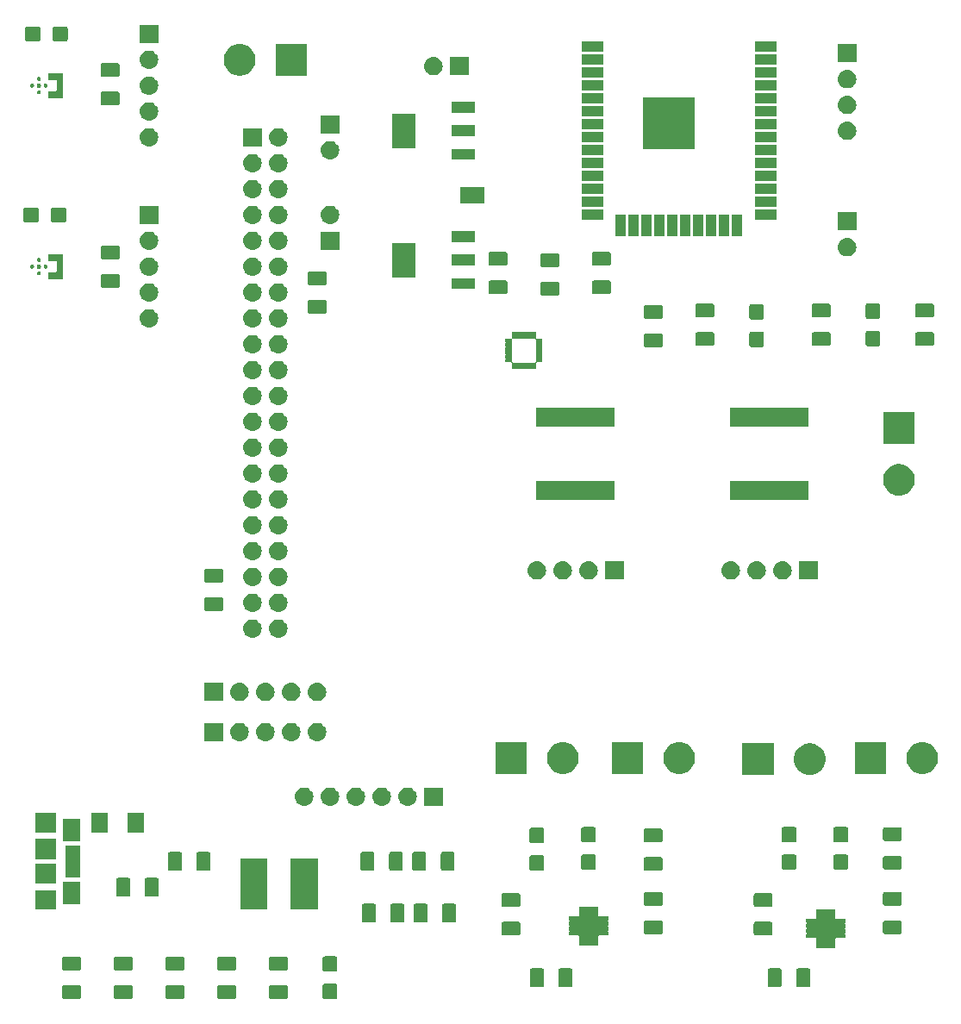
<source format=gbr>
G04 #@! TF.GenerationSoftware,KiCad,Pcbnew,(5.1.4-0-10_14)*
G04 #@! TF.CreationDate,2019-11-07T21:51:41+09:00*
G04 #@! TF.ProjectId,underwater,756e6465-7277-4617-9465-722e6b696361,rev?*
G04 #@! TF.SameCoordinates,Original*
G04 #@! TF.FileFunction,Soldermask,Top*
G04 #@! TF.FilePolarity,Negative*
%FSLAX46Y46*%
G04 Gerber Fmt 4.6, Leading zero omitted, Abs format (unit mm)*
G04 Created by KiCad (PCBNEW (5.1.4-0-10_14)) date 2019-11-07 21:51:41*
%MOMM*%
%LPD*%
G04 APERTURE LIST*
%ADD10C,0.100000*%
G04 APERTURE END LIST*
D10*
G36*
X137097798Y-126968247D02*
G01*
X137133367Y-126979037D01*
X137166139Y-126996554D01*
X137194869Y-127020131D01*
X137218446Y-127048861D01*
X137235963Y-127081633D01*
X137246753Y-127117202D01*
X137251000Y-127160325D01*
X137251000Y-128269675D01*
X137246753Y-128312798D01*
X137235963Y-128348367D01*
X137218446Y-128381139D01*
X137194869Y-128409869D01*
X137166139Y-128433446D01*
X137133367Y-128450963D01*
X137097798Y-128461753D01*
X137054675Y-128466000D01*
X135995325Y-128466000D01*
X135952202Y-128461753D01*
X135916633Y-128450963D01*
X135883861Y-128433446D01*
X135855131Y-128409869D01*
X135831554Y-128381139D01*
X135814037Y-128348367D01*
X135803247Y-128312798D01*
X135799000Y-128269675D01*
X135799000Y-127160325D01*
X135803247Y-127117202D01*
X135814037Y-127081633D01*
X135831554Y-127048861D01*
X135855131Y-127020131D01*
X135883861Y-126996554D01*
X135916633Y-126979037D01*
X135952202Y-126968247D01*
X135995325Y-126964000D01*
X137054675Y-126964000D01*
X137097798Y-126968247D01*
X137097798Y-126968247D01*
G37*
G36*
X127133604Y-127093347D02*
G01*
X127170144Y-127104432D01*
X127203821Y-127122433D01*
X127233341Y-127146659D01*
X127257567Y-127176179D01*
X127275568Y-127209856D01*
X127286653Y-127246396D01*
X127291000Y-127290538D01*
X127291000Y-128239462D01*
X127286653Y-128283604D01*
X127275568Y-128320144D01*
X127257567Y-128353821D01*
X127233341Y-128383341D01*
X127203821Y-128407567D01*
X127170144Y-128425568D01*
X127133604Y-128436653D01*
X127089462Y-128441000D01*
X125640538Y-128441000D01*
X125596396Y-128436653D01*
X125559856Y-128425568D01*
X125526179Y-128407567D01*
X125496659Y-128383341D01*
X125472433Y-128353821D01*
X125454432Y-128320144D01*
X125443347Y-128283604D01*
X125439000Y-128239462D01*
X125439000Y-127290538D01*
X125443347Y-127246396D01*
X125454432Y-127209856D01*
X125472433Y-127176179D01*
X125496659Y-127146659D01*
X125526179Y-127122433D01*
X125559856Y-127104432D01*
X125596396Y-127093347D01*
X125640538Y-127089000D01*
X127089462Y-127089000D01*
X127133604Y-127093347D01*
X127133604Y-127093347D01*
G37*
G36*
X122053604Y-127093347D02*
G01*
X122090144Y-127104432D01*
X122123821Y-127122433D01*
X122153341Y-127146659D01*
X122177567Y-127176179D01*
X122195568Y-127209856D01*
X122206653Y-127246396D01*
X122211000Y-127290538D01*
X122211000Y-128239462D01*
X122206653Y-128283604D01*
X122195568Y-128320144D01*
X122177567Y-128353821D01*
X122153341Y-128383341D01*
X122123821Y-128407567D01*
X122090144Y-128425568D01*
X122053604Y-128436653D01*
X122009462Y-128441000D01*
X120560538Y-128441000D01*
X120516396Y-128436653D01*
X120479856Y-128425568D01*
X120446179Y-128407567D01*
X120416659Y-128383341D01*
X120392433Y-128353821D01*
X120374432Y-128320144D01*
X120363347Y-128283604D01*
X120359000Y-128239462D01*
X120359000Y-127290538D01*
X120363347Y-127246396D01*
X120374432Y-127209856D01*
X120392433Y-127176179D01*
X120416659Y-127146659D01*
X120446179Y-127122433D01*
X120479856Y-127104432D01*
X120516396Y-127093347D01*
X120560538Y-127089000D01*
X122009462Y-127089000D01*
X122053604Y-127093347D01*
X122053604Y-127093347D01*
G37*
G36*
X116973604Y-127093347D02*
G01*
X117010144Y-127104432D01*
X117043821Y-127122433D01*
X117073341Y-127146659D01*
X117097567Y-127176179D01*
X117115568Y-127209856D01*
X117126653Y-127246396D01*
X117131000Y-127290538D01*
X117131000Y-128239462D01*
X117126653Y-128283604D01*
X117115568Y-128320144D01*
X117097567Y-128353821D01*
X117073341Y-128383341D01*
X117043821Y-128407567D01*
X117010144Y-128425568D01*
X116973604Y-128436653D01*
X116929462Y-128441000D01*
X115480538Y-128441000D01*
X115436396Y-128436653D01*
X115399856Y-128425568D01*
X115366179Y-128407567D01*
X115336659Y-128383341D01*
X115312433Y-128353821D01*
X115294432Y-128320144D01*
X115283347Y-128283604D01*
X115279000Y-128239462D01*
X115279000Y-127290538D01*
X115283347Y-127246396D01*
X115294432Y-127209856D01*
X115312433Y-127176179D01*
X115336659Y-127146659D01*
X115366179Y-127122433D01*
X115399856Y-127104432D01*
X115436396Y-127093347D01*
X115480538Y-127089000D01*
X116929462Y-127089000D01*
X116973604Y-127093347D01*
X116973604Y-127093347D01*
G37*
G36*
X111893604Y-127093347D02*
G01*
X111930144Y-127104432D01*
X111963821Y-127122433D01*
X111993341Y-127146659D01*
X112017567Y-127176179D01*
X112035568Y-127209856D01*
X112046653Y-127246396D01*
X112051000Y-127290538D01*
X112051000Y-128239462D01*
X112046653Y-128283604D01*
X112035568Y-128320144D01*
X112017567Y-128353821D01*
X111993341Y-128383341D01*
X111963821Y-128407567D01*
X111930144Y-128425568D01*
X111893604Y-128436653D01*
X111849462Y-128441000D01*
X110400538Y-128441000D01*
X110356396Y-128436653D01*
X110319856Y-128425568D01*
X110286179Y-128407567D01*
X110256659Y-128383341D01*
X110232433Y-128353821D01*
X110214432Y-128320144D01*
X110203347Y-128283604D01*
X110199000Y-128239462D01*
X110199000Y-127290538D01*
X110203347Y-127246396D01*
X110214432Y-127209856D01*
X110232433Y-127176179D01*
X110256659Y-127146659D01*
X110286179Y-127122433D01*
X110319856Y-127104432D01*
X110356396Y-127093347D01*
X110400538Y-127089000D01*
X111849462Y-127089000D01*
X111893604Y-127093347D01*
X111893604Y-127093347D01*
G37*
G36*
X132213604Y-127093347D02*
G01*
X132250144Y-127104432D01*
X132283821Y-127122433D01*
X132313341Y-127146659D01*
X132337567Y-127176179D01*
X132355568Y-127209856D01*
X132366653Y-127246396D01*
X132371000Y-127290538D01*
X132371000Y-128239462D01*
X132366653Y-128283604D01*
X132355568Y-128320144D01*
X132337567Y-128353821D01*
X132313341Y-128383341D01*
X132283821Y-128407567D01*
X132250144Y-128425568D01*
X132213604Y-128436653D01*
X132169462Y-128441000D01*
X130720538Y-128441000D01*
X130676396Y-128436653D01*
X130639856Y-128425568D01*
X130606179Y-128407567D01*
X130576659Y-128383341D01*
X130552433Y-128353821D01*
X130534432Y-128320144D01*
X130523347Y-128283604D01*
X130519000Y-128239462D01*
X130519000Y-127290538D01*
X130523347Y-127246396D01*
X130534432Y-127209856D01*
X130552433Y-127176179D01*
X130576659Y-127146659D01*
X130606179Y-127122433D01*
X130639856Y-127104432D01*
X130676396Y-127093347D01*
X130720538Y-127089000D01*
X132169462Y-127089000D01*
X132213604Y-127093347D01*
X132213604Y-127093347D01*
G37*
G36*
X160163604Y-125443347D02*
G01*
X160200144Y-125454432D01*
X160233821Y-125472433D01*
X160263341Y-125496659D01*
X160287567Y-125526179D01*
X160305568Y-125559856D01*
X160316653Y-125596396D01*
X160321000Y-125640538D01*
X160321000Y-127089462D01*
X160316653Y-127133604D01*
X160305568Y-127170144D01*
X160287567Y-127203821D01*
X160263341Y-127233341D01*
X160233821Y-127257567D01*
X160200144Y-127275568D01*
X160163604Y-127286653D01*
X160119462Y-127291000D01*
X159170538Y-127291000D01*
X159126396Y-127286653D01*
X159089856Y-127275568D01*
X159056179Y-127257567D01*
X159026659Y-127233341D01*
X159002433Y-127203821D01*
X158984432Y-127170144D01*
X158973347Y-127133604D01*
X158969000Y-127089462D01*
X158969000Y-125640538D01*
X158973347Y-125596396D01*
X158984432Y-125559856D01*
X159002433Y-125526179D01*
X159026659Y-125496659D01*
X159056179Y-125472433D01*
X159089856Y-125454432D01*
X159126396Y-125443347D01*
X159170538Y-125439000D01*
X160119462Y-125439000D01*
X160163604Y-125443347D01*
X160163604Y-125443347D01*
G37*
G36*
X157363604Y-125443347D02*
G01*
X157400144Y-125454432D01*
X157433821Y-125472433D01*
X157463341Y-125496659D01*
X157487567Y-125526179D01*
X157505568Y-125559856D01*
X157516653Y-125596396D01*
X157521000Y-125640538D01*
X157521000Y-127089462D01*
X157516653Y-127133604D01*
X157505568Y-127170144D01*
X157487567Y-127203821D01*
X157463341Y-127233341D01*
X157433821Y-127257567D01*
X157400144Y-127275568D01*
X157363604Y-127286653D01*
X157319462Y-127291000D01*
X156370538Y-127291000D01*
X156326396Y-127286653D01*
X156289856Y-127275568D01*
X156256179Y-127257567D01*
X156226659Y-127233341D01*
X156202433Y-127203821D01*
X156184432Y-127170144D01*
X156173347Y-127133604D01*
X156169000Y-127089462D01*
X156169000Y-125640538D01*
X156173347Y-125596396D01*
X156184432Y-125559856D01*
X156202433Y-125526179D01*
X156226659Y-125496659D01*
X156256179Y-125472433D01*
X156289856Y-125454432D01*
X156326396Y-125443347D01*
X156370538Y-125439000D01*
X157319462Y-125439000D01*
X157363604Y-125443347D01*
X157363604Y-125443347D01*
G37*
G36*
X183528604Y-125443347D02*
G01*
X183565144Y-125454432D01*
X183598821Y-125472433D01*
X183628341Y-125496659D01*
X183652567Y-125526179D01*
X183670568Y-125559856D01*
X183681653Y-125596396D01*
X183686000Y-125640538D01*
X183686000Y-127089462D01*
X183681653Y-127133604D01*
X183670568Y-127170144D01*
X183652567Y-127203821D01*
X183628341Y-127233341D01*
X183598821Y-127257567D01*
X183565144Y-127275568D01*
X183528604Y-127286653D01*
X183484462Y-127291000D01*
X182535538Y-127291000D01*
X182491396Y-127286653D01*
X182454856Y-127275568D01*
X182421179Y-127257567D01*
X182391659Y-127233341D01*
X182367433Y-127203821D01*
X182349432Y-127170144D01*
X182338347Y-127133604D01*
X182334000Y-127089462D01*
X182334000Y-125640538D01*
X182338347Y-125596396D01*
X182349432Y-125559856D01*
X182367433Y-125526179D01*
X182391659Y-125496659D01*
X182421179Y-125472433D01*
X182454856Y-125454432D01*
X182491396Y-125443347D01*
X182535538Y-125439000D01*
X183484462Y-125439000D01*
X183528604Y-125443347D01*
X183528604Y-125443347D01*
G37*
G36*
X180728604Y-125443347D02*
G01*
X180765144Y-125454432D01*
X180798821Y-125472433D01*
X180828341Y-125496659D01*
X180852567Y-125526179D01*
X180870568Y-125559856D01*
X180881653Y-125596396D01*
X180886000Y-125640538D01*
X180886000Y-127089462D01*
X180881653Y-127133604D01*
X180870568Y-127170144D01*
X180852567Y-127203821D01*
X180828341Y-127233341D01*
X180798821Y-127257567D01*
X180765144Y-127275568D01*
X180728604Y-127286653D01*
X180684462Y-127291000D01*
X179735538Y-127291000D01*
X179691396Y-127286653D01*
X179654856Y-127275568D01*
X179621179Y-127257567D01*
X179591659Y-127233341D01*
X179567433Y-127203821D01*
X179549432Y-127170144D01*
X179538347Y-127133604D01*
X179534000Y-127089462D01*
X179534000Y-125640538D01*
X179538347Y-125596396D01*
X179549432Y-125559856D01*
X179567433Y-125526179D01*
X179591659Y-125496659D01*
X179621179Y-125472433D01*
X179654856Y-125454432D01*
X179691396Y-125443347D01*
X179735538Y-125439000D01*
X180684462Y-125439000D01*
X180728604Y-125443347D01*
X180728604Y-125443347D01*
G37*
G36*
X137097798Y-124268247D02*
G01*
X137133367Y-124279037D01*
X137166139Y-124296554D01*
X137194869Y-124320131D01*
X137218446Y-124348861D01*
X137235963Y-124381633D01*
X137246753Y-124417202D01*
X137251000Y-124460325D01*
X137251000Y-125569675D01*
X137246753Y-125612798D01*
X137235963Y-125648367D01*
X137218446Y-125681139D01*
X137194869Y-125709869D01*
X137166139Y-125733446D01*
X137133367Y-125750963D01*
X137097798Y-125761753D01*
X137054675Y-125766000D01*
X135995325Y-125766000D01*
X135952202Y-125761753D01*
X135916633Y-125750963D01*
X135883861Y-125733446D01*
X135855131Y-125709869D01*
X135831554Y-125681139D01*
X135814037Y-125648367D01*
X135803247Y-125612798D01*
X135799000Y-125569675D01*
X135799000Y-124460325D01*
X135803247Y-124417202D01*
X135814037Y-124381633D01*
X135831554Y-124348861D01*
X135855131Y-124320131D01*
X135883861Y-124296554D01*
X135916633Y-124279037D01*
X135952202Y-124268247D01*
X135995325Y-124264000D01*
X137054675Y-124264000D01*
X137097798Y-124268247D01*
X137097798Y-124268247D01*
G37*
G36*
X127133604Y-124293347D02*
G01*
X127170144Y-124304432D01*
X127203821Y-124322433D01*
X127233341Y-124346659D01*
X127257567Y-124376179D01*
X127275568Y-124409856D01*
X127286653Y-124446396D01*
X127291000Y-124490538D01*
X127291000Y-125439462D01*
X127286653Y-125483604D01*
X127275568Y-125520144D01*
X127257567Y-125553821D01*
X127233341Y-125583341D01*
X127203821Y-125607567D01*
X127170144Y-125625568D01*
X127133604Y-125636653D01*
X127089462Y-125641000D01*
X125640538Y-125641000D01*
X125596396Y-125636653D01*
X125559856Y-125625568D01*
X125526179Y-125607567D01*
X125496659Y-125583341D01*
X125472433Y-125553821D01*
X125454432Y-125520144D01*
X125443347Y-125483604D01*
X125439000Y-125439462D01*
X125439000Y-124490538D01*
X125443347Y-124446396D01*
X125454432Y-124409856D01*
X125472433Y-124376179D01*
X125496659Y-124346659D01*
X125526179Y-124322433D01*
X125559856Y-124304432D01*
X125596396Y-124293347D01*
X125640538Y-124289000D01*
X127089462Y-124289000D01*
X127133604Y-124293347D01*
X127133604Y-124293347D01*
G37*
G36*
X116973604Y-124293347D02*
G01*
X117010144Y-124304432D01*
X117043821Y-124322433D01*
X117073341Y-124346659D01*
X117097567Y-124376179D01*
X117115568Y-124409856D01*
X117126653Y-124446396D01*
X117131000Y-124490538D01*
X117131000Y-125439462D01*
X117126653Y-125483604D01*
X117115568Y-125520144D01*
X117097567Y-125553821D01*
X117073341Y-125583341D01*
X117043821Y-125607567D01*
X117010144Y-125625568D01*
X116973604Y-125636653D01*
X116929462Y-125641000D01*
X115480538Y-125641000D01*
X115436396Y-125636653D01*
X115399856Y-125625568D01*
X115366179Y-125607567D01*
X115336659Y-125583341D01*
X115312433Y-125553821D01*
X115294432Y-125520144D01*
X115283347Y-125483604D01*
X115279000Y-125439462D01*
X115279000Y-124490538D01*
X115283347Y-124446396D01*
X115294432Y-124409856D01*
X115312433Y-124376179D01*
X115336659Y-124346659D01*
X115366179Y-124322433D01*
X115399856Y-124304432D01*
X115436396Y-124293347D01*
X115480538Y-124289000D01*
X116929462Y-124289000D01*
X116973604Y-124293347D01*
X116973604Y-124293347D01*
G37*
G36*
X132213604Y-124293347D02*
G01*
X132250144Y-124304432D01*
X132283821Y-124322433D01*
X132313341Y-124346659D01*
X132337567Y-124376179D01*
X132355568Y-124409856D01*
X132366653Y-124446396D01*
X132371000Y-124490538D01*
X132371000Y-125439462D01*
X132366653Y-125483604D01*
X132355568Y-125520144D01*
X132337567Y-125553821D01*
X132313341Y-125583341D01*
X132283821Y-125607567D01*
X132250144Y-125625568D01*
X132213604Y-125636653D01*
X132169462Y-125641000D01*
X130720538Y-125641000D01*
X130676396Y-125636653D01*
X130639856Y-125625568D01*
X130606179Y-125607567D01*
X130576659Y-125583341D01*
X130552433Y-125553821D01*
X130534432Y-125520144D01*
X130523347Y-125483604D01*
X130519000Y-125439462D01*
X130519000Y-124490538D01*
X130523347Y-124446396D01*
X130534432Y-124409856D01*
X130552433Y-124376179D01*
X130576659Y-124346659D01*
X130606179Y-124322433D01*
X130639856Y-124304432D01*
X130676396Y-124293347D01*
X130720538Y-124289000D01*
X132169462Y-124289000D01*
X132213604Y-124293347D01*
X132213604Y-124293347D01*
G37*
G36*
X122053604Y-124293347D02*
G01*
X122090144Y-124304432D01*
X122123821Y-124322433D01*
X122153341Y-124346659D01*
X122177567Y-124376179D01*
X122195568Y-124409856D01*
X122206653Y-124446396D01*
X122211000Y-124490538D01*
X122211000Y-125439462D01*
X122206653Y-125483604D01*
X122195568Y-125520144D01*
X122177567Y-125553821D01*
X122153341Y-125583341D01*
X122123821Y-125607567D01*
X122090144Y-125625568D01*
X122053604Y-125636653D01*
X122009462Y-125641000D01*
X120560538Y-125641000D01*
X120516396Y-125636653D01*
X120479856Y-125625568D01*
X120446179Y-125607567D01*
X120416659Y-125583341D01*
X120392433Y-125553821D01*
X120374432Y-125520144D01*
X120363347Y-125483604D01*
X120359000Y-125439462D01*
X120359000Y-124490538D01*
X120363347Y-124446396D01*
X120374432Y-124409856D01*
X120392433Y-124376179D01*
X120416659Y-124346659D01*
X120446179Y-124322433D01*
X120479856Y-124304432D01*
X120516396Y-124293347D01*
X120560538Y-124289000D01*
X122009462Y-124289000D01*
X122053604Y-124293347D01*
X122053604Y-124293347D01*
G37*
G36*
X111893604Y-124293347D02*
G01*
X111930144Y-124304432D01*
X111963821Y-124322433D01*
X111993341Y-124346659D01*
X112017567Y-124376179D01*
X112035568Y-124409856D01*
X112046653Y-124446396D01*
X112051000Y-124490538D01*
X112051000Y-125439462D01*
X112046653Y-125483604D01*
X112035568Y-125520144D01*
X112017567Y-125553821D01*
X111993341Y-125583341D01*
X111963821Y-125607567D01*
X111930144Y-125625568D01*
X111893604Y-125636653D01*
X111849462Y-125641000D01*
X110400538Y-125641000D01*
X110356396Y-125636653D01*
X110319856Y-125625568D01*
X110286179Y-125607567D01*
X110256659Y-125583341D01*
X110232433Y-125553821D01*
X110214432Y-125520144D01*
X110203347Y-125483604D01*
X110199000Y-125439462D01*
X110199000Y-124490538D01*
X110203347Y-124446396D01*
X110214432Y-124409856D01*
X110232433Y-124376179D01*
X110256659Y-124346659D01*
X110286179Y-124322433D01*
X110319856Y-124304432D01*
X110356396Y-124293347D01*
X110400538Y-124289000D01*
X111849462Y-124289000D01*
X111893604Y-124293347D01*
X111893604Y-124293347D01*
G37*
G36*
X184632855Y-119610083D02*
G01*
X184637529Y-119611501D01*
X184641830Y-119613800D01*
X184648202Y-119619029D01*
X184668576Y-119632643D01*
X184691215Y-119642020D01*
X184715249Y-119646800D01*
X184739753Y-119646800D01*
X184763786Y-119642019D01*
X184786425Y-119632642D01*
X184806798Y-119619029D01*
X184813170Y-119613800D01*
X184817471Y-119611501D01*
X184822145Y-119610083D01*
X184833141Y-119609000D01*
X185121859Y-119609000D01*
X185132855Y-119610083D01*
X185137529Y-119611501D01*
X185141830Y-119613800D01*
X185148202Y-119619029D01*
X185168576Y-119632643D01*
X185191215Y-119642020D01*
X185215249Y-119646800D01*
X185239753Y-119646800D01*
X185263786Y-119642019D01*
X185286425Y-119632642D01*
X185306798Y-119619029D01*
X185313170Y-119613800D01*
X185317471Y-119611501D01*
X185322145Y-119610083D01*
X185333141Y-119609000D01*
X185621859Y-119609000D01*
X185632855Y-119610083D01*
X185637529Y-119611501D01*
X185641830Y-119613800D01*
X185648202Y-119619029D01*
X185668576Y-119632643D01*
X185691215Y-119642020D01*
X185715249Y-119646800D01*
X185739753Y-119646800D01*
X185763786Y-119642019D01*
X185786425Y-119632642D01*
X185806798Y-119619029D01*
X185813170Y-119613800D01*
X185817471Y-119611501D01*
X185822145Y-119610083D01*
X185833141Y-119609000D01*
X186121859Y-119609000D01*
X186132855Y-119610083D01*
X186137529Y-119611501D01*
X186141831Y-119613800D01*
X186145604Y-119616896D01*
X186148700Y-119620669D01*
X186150999Y-119624971D01*
X186152417Y-119629645D01*
X186153500Y-119640641D01*
X186153500Y-120484001D01*
X186155902Y-120508387D01*
X186163015Y-120531836D01*
X186174566Y-120553447D01*
X186190111Y-120572389D01*
X186209053Y-120587934D01*
X186230664Y-120599485D01*
X186254113Y-120606598D01*
X186278499Y-120609000D01*
X187121859Y-120609000D01*
X187132855Y-120610083D01*
X187137529Y-120611501D01*
X187141831Y-120613800D01*
X187145604Y-120616896D01*
X187148700Y-120620669D01*
X187150999Y-120624971D01*
X187152417Y-120629645D01*
X187153500Y-120640641D01*
X187153500Y-120929359D01*
X187152417Y-120940355D01*
X187150999Y-120945029D01*
X187148700Y-120949330D01*
X187143471Y-120955702D01*
X187129857Y-120976076D01*
X187120480Y-120998715D01*
X187115700Y-121022749D01*
X187115700Y-121047253D01*
X187120481Y-121071286D01*
X187129858Y-121093925D01*
X187143471Y-121114298D01*
X187148700Y-121120670D01*
X187150999Y-121124971D01*
X187152417Y-121129645D01*
X187153500Y-121140641D01*
X187153500Y-121429359D01*
X187152417Y-121440355D01*
X187150999Y-121445029D01*
X187148700Y-121449330D01*
X187143471Y-121455702D01*
X187129857Y-121476076D01*
X187120480Y-121498715D01*
X187115700Y-121522749D01*
X187115700Y-121547253D01*
X187120481Y-121571286D01*
X187129858Y-121593925D01*
X187143471Y-121614298D01*
X187148700Y-121620670D01*
X187150999Y-121624971D01*
X187152417Y-121629645D01*
X187153500Y-121640641D01*
X187153500Y-121929359D01*
X187152417Y-121940355D01*
X187150999Y-121945029D01*
X187148700Y-121949330D01*
X187143471Y-121955702D01*
X187129857Y-121976076D01*
X187120480Y-121998715D01*
X187115700Y-122022749D01*
X187115700Y-122047253D01*
X187120481Y-122071286D01*
X187129858Y-122093925D01*
X187143471Y-122114298D01*
X187148700Y-122120670D01*
X187150999Y-122124971D01*
X187152417Y-122129645D01*
X187153500Y-122140641D01*
X187153500Y-122429359D01*
X187152417Y-122440355D01*
X187150999Y-122445029D01*
X187148700Y-122449331D01*
X187145604Y-122453104D01*
X187141831Y-122456200D01*
X187137529Y-122458499D01*
X187132855Y-122459917D01*
X187121859Y-122461000D01*
X186278499Y-122461000D01*
X186254113Y-122463402D01*
X186230664Y-122470515D01*
X186209053Y-122482066D01*
X186190111Y-122497611D01*
X186174566Y-122516553D01*
X186163015Y-122538164D01*
X186155902Y-122561613D01*
X186153500Y-122585999D01*
X186153500Y-123429359D01*
X186152417Y-123440355D01*
X186150999Y-123445029D01*
X186148700Y-123449331D01*
X186145604Y-123453104D01*
X186141831Y-123456200D01*
X186137529Y-123458499D01*
X186132855Y-123459917D01*
X186121859Y-123461000D01*
X185833141Y-123461000D01*
X185822145Y-123459917D01*
X185817471Y-123458499D01*
X185813170Y-123456200D01*
X185806798Y-123450971D01*
X185786424Y-123437357D01*
X185763785Y-123427980D01*
X185739751Y-123423200D01*
X185715247Y-123423200D01*
X185691214Y-123427981D01*
X185668575Y-123437358D01*
X185648202Y-123450971D01*
X185641830Y-123456200D01*
X185637529Y-123458499D01*
X185632855Y-123459917D01*
X185621859Y-123461000D01*
X185333141Y-123461000D01*
X185322145Y-123459917D01*
X185317471Y-123458499D01*
X185313170Y-123456200D01*
X185306798Y-123450971D01*
X185286424Y-123437357D01*
X185263785Y-123427980D01*
X185239751Y-123423200D01*
X185215247Y-123423200D01*
X185191214Y-123427981D01*
X185168575Y-123437358D01*
X185148202Y-123450971D01*
X185141830Y-123456200D01*
X185137529Y-123458499D01*
X185132855Y-123459917D01*
X185121859Y-123461000D01*
X184833141Y-123461000D01*
X184822145Y-123459917D01*
X184817471Y-123458499D01*
X184813170Y-123456200D01*
X184806798Y-123450971D01*
X184786424Y-123437357D01*
X184763785Y-123427980D01*
X184739751Y-123423200D01*
X184715247Y-123423200D01*
X184691214Y-123427981D01*
X184668575Y-123437358D01*
X184648202Y-123450971D01*
X184641830Y-123456200D01*
X184637529Y-123458499D01*
X184632855Y-123459917D01*
X184621859Y-123461000D01*
X184333141Y-123461000D01*
X184322145Y-123459917D01*
X184317471Y-123458499D01*
X184313169Y-123456200D01*
X184309396Y-123453104D01*
X184306300Y-123449331D01*
X184304001Y-123445029D01*
X184302583Y-123440355D01*
X184301500Y-123429359D01*
X184301500Y-122585999D01*
X184299098Y-122561613D01*
X184291985Y-122538164D01*
X184280434Y-122516553D01*
X184264889Y-122497611D01*
X184245947Y-122482066D01*
X184224336Y-122470515D01*
X184200887Y-122463402D01*
X184176501Y-122461000D01*
X183333141Y-122461000D01*
X183322145Y-122459917D01*
X183317471Y-122458499D01*
X183313169Y-122456200D01*
X183309396Y-122453104D01*
X183306300Y-122449331D01*
X183304001Y-122445029D01*
X183302583Y-122440355D01*
X183301500Y-122429359D01*
X183301500Y-122140641D01*
X183302583Y-122129645D01*
X183304001Y-122124971D01*
X183306300Y-122120670D01*
X183311529Y-122114298D01*
X183325143Y-122093924D01*
X183334520Y-122071285D01*
X183339300Y-122047251D01*
X183339300Y-122022747D01*
X183334519Y-121998714D01*
X183325142Y-121976075D01*
X183311529Y-121955702D01*
X183306300Y-121949330D01*
X183304001Y-121945029D01*
X183302583Y-121940355D01*
X183301500Y-121929359D01*
X183301500Y-121640641D01*
X183302583Y-121629645D01*
X183304001Y-121624971D01*
X183306300Y-121620670D01*
X183311529Y-121614298D01*
X183325143Y-121593924D01*
X183334520Y-121571285D01*
X183339300Y-121547251D01*
X183339300Y-121522747D01*
X183334519Y-121498714D01*
X183325142Y-121476075D01*
X183311529Y-121455702D01*
X183306300Y-121449330D01*
X183304001Y-121445029D01*
X183302583Y-121440355D01*
X183301500Y-121429359D01*
X183301500Y-121140641D01*
X183302583Y-121129645D01*
X183304001Y-121124971D01*
X183306300Y-121120670D01*
X183311529Y-121114298D01*
X183325143Y-121093924D01*
X183334520Y-121071285D01*
X183339300Y-121047251D01*
X183339300Y-121022747D01*
X183334519Y-120998714D01*
X183325142Y-120976075D01*
X183311529Y-120955702D01*
X183306300Y-120949330D01*
X183304001Y-120945029D01*
X183302583Y-120940355D01*
X183301500Y-120929359D01*
X183301500Y-120640641D01*
X183302583Y-120629645D01*
X183304001Y-120624971D01*
X183306300Y-120620669D01*
X183309396Y-120616896D01*
X183313169Y-120613800D01*
X183317471Y-120611501D01*
X183322145Y-120610083D01*
X183333141Y-120609000D01*
X184176501Y-120609000D01*
X184200887Y-120606598D01*
X184224336Y-120599485D01*
X184245947Y-120587934D01*
X184264889Y-120572389D01*
X184280434Y-120553447D01*
X184291985Y-120531836D01*
X184299098Y-120508387D01*
X184301500Y-120484001D01*
X184301500Y-119640641D01*
X184302583Y-119629645D01*
X184304001Y-119624971D01*
X184306300Y-119620669D01*
X184309396Y-119616896D01*
X184313169Y-119613800D01*
X184317471Y-119611501D01*
X184322145Y-119610083D01*
X184333141Y-119609000D01*
X184621859Y-119609000D01*
X184632855Y-119610083D01*
X184632855Y-119610083D01*
G37*
G36*
X161330355Y-119360083D02*
G01*
X161335029Y-119361501D01*
X161339330Y-119363800D01*
X161345702Y-119369029D01*
X161366076Y-119382643D01*
X161388715Y-119392020D01*
X161412749Y-119396800D01*
X161437253Y-119396800D01*
X161461286Y-119392019D01*
X161483925Y-119382642D01*
X161504298Y-119369029D01*
X161510670Y-119363800D01*
X161514971Y-119361501D01*
X161519645Y-119360083D01*
X161530641Y-119359000D01*
X161819359Y-119359000D01*
X161830355Y-119360083D01*
X161835029Y-119361501D01*
X161839330Y-119363800D01*
X161845702Y-119369029D01*
X161866076Y-119382643D01*
X161888715Y-119392020D01*
X161912749Y-119396800D01*
X161937253Y-119396800D01*
X161961286Y-119392019D01*
X161983925Y-119382642D01*
X162004298Y-119369029D01*
X162010670Y-119363800D01*
X162014971Y-119361501D01*
X162019645Y-119360083D01*
X162030641Y-119359000D01*
X162319359Y-119359000D01*
X162330355Y-119360083D01*
X162335029Y-119361501D01*
X162339330Y-119363800D01*
X162345702Y-119369029D01*
X162366076Y-119382643D01*
X162388715Y-119392020D01*
X162412749Y-119396800D01*
X162437253Y-119396800D01*
X162461286Y-119392019D01*
X162483925Y-119382642D01*
X162504298Y-119369029D01*
X162510670Y-119363800D01*
X162514971Y-119361501D01*
X162519645Y-119360083D01*
X162530641Y-119359000D01*
X162819359Y-119359000D01*
X162830355Y-119360083D01*
X162835029Y-119361501D01*
X162839331Y-119363800D01*
X162843104Y-119366896D01*
X162846200Y-119370669D01*
X162848499Y-119374971D01*
X162849917Y-119379645D01*
X162851000Y-119390641D01*
X162851000Y-120234001D01*
X162853402Y-120258387D01*
X162860515Y-120281836D01*
X162872066Y-120303447D01*
X162887611Y-120322389D01*
X162906553Y-120337934D01*
X162928164Y-120349485D01*
X162951613Y-120356598D01*
X162975999Y-120359000D01*
X163819359Y-120359000D01*
X163830355Y-120360083D01*
X163835029Y-120361501D01*
X163839331Y-120363800D01*
X163843104Y-120366896D01*
X163846200Y-120370669D01*
X163848499Y-120374971D01*
X163849917Y-120379645D01*
X163851000Y-120390641D01*
X163851000Y-120679359D01*
X163849917Y-120690355D01*
X163848499Y-120695029D01*
X163846200Y-120699330D01*
X163840971Y-120705702D01*
X163827357Y-120726076D01*
X163817980Y-120748715D01*
X163813200Y-120772749D01*
X163813200Y-120797253D01*
X163817981Y-120821286D01*
X163827358Y-120843925D01*
X163840971Y-120864298D01*
X163846200Y-120870670D01*
X163848499Y-120874971D01*
X163849917Y-120879645D01*
X163851000Y-120890641D01*
X163851000Y-121179359D01*
X163849917Y-121190355D01*
X163848499Y-121195029D01*
X163846200Y-121199330D01*
X163840971Y-121205702D01*
X163827357Y-121226076D01*
X163817980Y-121248715D01*
X163813200Y-121272749D01*
X163813200Y-121297253D01*
X163817981Y-121321286D01*
X163827358Y-121343925D01*
X163840971Y-121364298D01*
X163846200Y-121370670D01*
X163848499Y-121374971D01*
X163849917Y-121379645D01*
X163851000Y-121390641D01*
X163851000Y-121679359D01*
X163849917Y-121690355D01*
X163848499Y-121695029D01*
X163846200Y-121699330D01*
X163840971Y-121705702D01*
X163827357Y-121726076D01*
X163817980Y-121748715D01*
X163813200Y-121772749D01*
X163813200Y-121797253D01*
X163817981Y-121821286D01*
X163827358Y-121843925D01*
X163840971Y-121864298D01*
X163846200Y-121870670D01*
X163848499Y-121874971D01*
X163849917Y-121879645D01*
X163851000Y-121890641D01*
X163851000Y-122179359D01*
X163849917Y-122190355D01*
X163848499Y-122195029D01*
X163846200Y-122199331D01*
X163843104Y-122203104D01*
X163839331Y-122206200D01*
X163835029Y-122208499D01*
X163830355Y-122209917D01*
X163819359Y-122211000D01*
X162975999Y-122211000D01*
X162951613Y-122213402D01*
X162928164Y-122220515D01*
X162906553Y-122232066D01*
X162887611Y-122247611D01*
X162872066Y-122266553D01*
X162860515Y-122288164D01*
X162853402Y-122311613D01*
X162851000Y-122335999D01*
X162851000Y-123179359D01*
X162849917Y-123190355D01*
X162848499Y-123195029D01*
X162846200Y-123199331D01*
X162843104Y-123203104D01*
X162839331Y-123206200D01*
X162835029Y-123208499D01*
X162830355Y-123209917D01*
X162819359Y-123211000D01*
X162530641Y-123211000D01*
X162519645Y-123209917D01*
X162514971Y-123208499D01*
X162510670Y-123206200D01*
X162504298Y-123200971D01*
X162483924Y-123187357D01*
X162461285Y-123177980D01*
X162437251Y-123173200D01*
X162412747Y-123173200D01*
X162388714Y-123177981D01*
X162366075Y-123187358D01*
X162345702Y-123200971D01*
X162339330Y-123206200D01*
X162335029Y-123208499D01*
X162330355Y-123209917D01*
X162319359Y-123211000D01*
X162030641Y-123211000D01*
X162019645Y-123209917D01*
X162014971Y-123208499D01*
X162010670Y-123206200D01*
X162004298Y-123200971D01*
X161983924Y-123187357D01*
X161961285Y-123177980D01*
X161937251Y-123173200D01*
X161912747Y-123173200D01*
X161888714Y-123177981D01*
X161866075Y-123187358D01*
X161845702Y-123200971D01*
X161839330Y-123206200D01*
X161835029Y-123208499D01*
X161830355Y-123209917D01*
X161819359Y-123211000D01*
X161530641Y-123211000D01*
X161519645Y-123209917D01*
X161514971Y-123208499D01*
X161510670Y-123206200D01*
X161504298Y-123200971D01*
X161483924Y-123187357D01*
X161461285Y-123177980D01*
X161437251Y-123173200D01*
X161412747Y-123173200D01*
X161388714Y-123177981D01*
X161366075Y-123187358D01*
X161345702Y-123200971D01*
X161339330Y-123206200D01*
X161335029Y-123208499D01*
X161330355Y-123209917D01*
X161319359Y-123211000D01*
X161030641Y-123211000D01*
X161019645Y-123209917D01*
X161014971Y-123208499D01*
X161010669Y-123206200D01*
X161006896Y-123203104D01*
X161003800Y-123199331D01*
X161001501Y-123195029D01*
X161000083Y-123190355D01*
X160999000Y-123179359D01*
X160999000Y-122335999D01*
X160996598Y-122311613D01*
X160989485Y-122288164D01*
X160977934Y-122266553D01*
X160962389Y-122247611D01*
X160943447Y-122232066D01*
X160921836Y-122220515D01*
X160898387Y-122213402D01*
X160874001Y-122211000D01*
X160030641Y-122211000D01*
X160019645Y-122209917D01*
X160014971Y-122208499D01*
X160010669Y-122206200D01*
X160006896Y-122203104D01*
X160003800Y-122199331D01*
X160001501Y-122195029D01*
X160000083Y-122190355D01*
X159999000Y-122179359D01*
X159999000Y-121890641D01*
X160000083Y-121879645D01*
X160001501Y-121874971D01*
X160003800Y-121870670D01*
X160009029Y-121864298D01*
X160022643Y-121843924D01*
X160032020Y-121821285D01*
X160036800Y-121797251D01*
X160036800Y-121772747D01*
X160032019Y-121748714D01*
X160022642Y-121726075D01*
X160009029Y-121705702D01*
X160003800Y-121699330D01*
X160001501Y-121695029D01*
X160000083Y-121690355D01*
X159999000Y-121679359D01*
X159999000Y-121390641D01*
X160000083Y-121379645D01*
X160001501Y-121374971D01*
X160003800Y-121370670D01*
X160009029Y-121364298D01*
X160022643Y-121343924D01*
X160032020Y-121321285D01*
X160036800Y-121297251D01*
X160036800Y-121272747D01*
X160032019Y-121248714D01*
X160022642Y-121226075D01*
X160009029Y-121205702D01*
X160003800Y-121199330D01*
X160001501Y-121195029D01*
X160000083Y-121190355D01*
X159999000Y-121179359D01*
X159999000Y-120890641D01*
X160000083Y-120879645D01*
X160001501Y-120874971D01*
X160003800Y-120870670D01*
X160009029Y-120864298D01*
X160022643Y-120843924D01*
X160032020Y-120821285D01*
X160036800Y-120797251D01*
X160036800Y-120772747D01*
X160032019Y-120748714D01*
X160022642Y-120726075D01*
X160009029Y-120705702D01*
X160003800Y-120699330D01*
X160001501Y-120695029D01*
X160000083Y-120690355D01*
X159999000Y-120679359D01*
X159999000Y-120390641D01*
X160000083Y-120379645D01*
X160001501Y-120374971D01*
X160003800Y-120370669D01*
X160006896Y-120366896D01*
X160010669Y-120363800D01*
X160014971Y-120361501D01*
X160019645Y-120360083D01*
X160030641Y-120359000D01*
X160874001Y-120359000D01*
X160898387Y-120356598D01*
X160921836Y-120349485D01*
X160943447Y-120337934D01*
X160962389Y-120322389D01*
X160977934Y-120303447D01*
X160989485Y-120281836D01*
X160996598Y-120258387D01*
X160999000Y-120234001D01*
X160999000Y-119390641D01*
X161000083Y-119379645D01*
X161001501Y-119374971D01*
X161003800Y-119370669D01*
X161006896Y-119366896D01*
X161010669Y-119363800D01*
X161014971Y-119361501D01*
X161019645Y-119360083D01*
X161030641Y-119359000D01*
X161319359Y-119359000D01*
X161330355Y-119360083D01*
X161330355Y-119360083D01*
G37*
G36*
X155073604Y-120873347D02*
G01*
X155110144Y-120884432D01*
X155143821Y-120902433D01*
X155173341Y-120926659D01*
X155197567Y-120956179D01*
X155215568Y-120989856D01*
X155226653Y-121026396D01*
X155231000Y-121070538D01*
X155231000Y-122019462D01*
X155226653Y-122063604D01*
X155215568Y-122100144D01*
X155197567Y-122133821D01*
X155173341Y-122163341D01*
X155143821Y-122187567D01*
X155110144Y-122205568D01*
X155073604Y-122216653D01*
X155029462Y-122221000D01*
X153580538Y-122221000D01*
X153536396Y-122216653D01*
X153499856Y-122205568D01*
X153466179Y-122187567D01*
X153436659Y-122163341D01*
X153412433Y-122133821D01*
X153394432Y-122100144D01*
X153383347Y-122063604D01*
X153379000Y-122019462D01*
X153379000Y-121070538D01*
X153383347Y-121026396D01*
X153394432Y-120989856D01*
X153412433Y-120956179D01*
X153436659Y-120926659D01*
X153466179Y-120902433D01*
X153499856Y-120884432D01*
X153536396Y-120873347D01*
X153580538Y-120869000D01*
X155029462Y-120869000D01*
X155073604Y-120873347D01*
X155073604Y-120873347D01*
G37*
G36*
X179838604Y-120873347D02*
G01*
X179875144Y-120884432D01*
X179908821Y-120902433D01*
X179938341Y-120926659D01*
X179962567Y-120956179D01*
X179980568Y-120989856D01*
X179991653Y-121026396D01*
X179996000Y-121070538D01*
X179996000Y-122019462D01*
X179991653Y-122063604D01*
X179980568Y-122100144D01*
X179962567Y-122133821D01*
X179938341Y-122163341D01*
X179908821Y-122187567D01*
X179875144Y-122205568D01*
X179838604Y-122216653D01*
X179794462Y-122221000D01*
X178345538Y-122221000D01*
X178301396Y-122216653D01*
X178264856Y-122205568D01*
X178231179Y-122187567D01*
X178201659Y-122163341D01*
X178177433Y-122133821D01*
X178159432Y-122100144D01*
X178148347Y-122063604D01*
X178144000Y-122019462D01*
X178144000Y-121070538D01*
X178148347Y-121026396D01*
X178159432Y-120989856D01*
X178177433Y-120956179D01*
X178201659Y-120926659D01*
X178231179Y-120902433D01*
X178264856Y-120884432D01*
X178301396Y-120873347D01*
X178345538Y-120869000D01*
X179794462Y-120869000D01*
X179838604Y-120873347D01*
X179838604Y-120873347D01*
G37*
G36*
X169043604Y-120743347D02*
G01*
X169080144Y-120754432D01*
X169113821Y-120772433D01*
X169143341Y-120796659D01*
X169167567Y-120826179D01*
X169185568Y-120859856D01*
X169196653Y-120896396D01*
X169201000Y-120940538D01*
X169201000Y-121889462D01*
X169196653Y-121933604D01*
X169185568Y-121970144D01*
X169167567Y-122003821D01*
X169143341Y-122033341D01*
X169113821Y-122057567D01*
X169080144Y-122075568D01*
X169043604Y-122086653D01*
X168999462Y-122091000D01*
X167550538Y-122091000D01*
X167506396Y-122086653D01*
X167469856Y-122075568D01*
X167436179Y-122057567D01*
X167406659Y-122033341D01*
X167382433Y-122003821D01*
X167364432Y-121970144D01*
X167353347Y-121933604D01*
X167349000Y-121889462D01*
X167349000Y-120940538D01*
X167353347Y-120896396D01*
X167364432Y-120859856D01*
X167382433Y-120826179D01*
X167406659Y-120796659D01*
X167436179Y-120772433D01*
X167469856Y-120754432D01*
X167506396Y-120743347D01*
X167550538Y-120739000D01*
X168999462Y-120739000D01*
X169043604Y-120743347D01*
X169043604Y-120743347D01*
G37*
G36*
X192538604Y-120743347D02*
G01*
X192575144Y-120754432D01*
X192608821Y-120772433D01*
X192638341Y-120796659D01*
X192662567Y-120826179D01*
X192680568Y-120859856D01*
X192691653Y-120896396D01*
X192696000Y-120940538D01*
X192696000Y-121889462D01*
X192691653Y-121933604D01*
X192680568Y-121970144D01*
X192662567Y-122003821D01*
X192638341Y-122033341D01*
X192608821Y-122057567D01*
X192575144Y-122075568D01*
X192538604Y-122086653D01*
X192494462Y-122091000D01*
X191045538Y-122091000D01*
X191001396Y-122086653D01*
X190964856Y-122075568D01*
X190931179Y-122057567D01*
X190901659Y-122033341D01*
X190877433Y-122003821D01*
X190859432Y-121970144D01*
X190848347Y-121933604D01*
X190844000Y-121889462D01*
X190844000Y-120940538D01*
X190848347Y-120896396D01*
X190859432Y-120859856D01*
X190877433Y-120826179D01*
X190901659Y-120796659D01*
X190931179Y-120772433D01*
X190964856Y-120754432D01*
X191001396Y-120743347D01*
X191045538Y-120739000D01*
X192494462Y-120739000D01*
X192538604Y-120743347D01*
X192538604Y-120743347D01*
G37*
G36*
X143653604Y-119093347D02*
G01*
X143690144Y-119104432D01*
X143723821Y-119122433D01*
X143753341Y-119146659D01*
X143777567Y-119176179D01*
X143795568Y-119209856D01*
X143806653Y-119246396D01*
X143811000Y-119290538D01*
X143811000Y-120739462D01*
X143806653Y-120783604D01*
X143795568Y-120820144D01*
X143777567Y-120853821D01*
X143753341Y-120883341D01*
X143723821Y-120907567D01*
X143690144Y-120925568D01*
X143653604Y-120936653D01*
X143609462Y-120941000D01*
X142660538Y-120941000D01*
X142616396Y-120936653D01*
X142579856Y-120925568D01*
X142546179Y-120907567D01*
X142516659Y-120883341D01*
X142492433Y-120853821D01*
X142474432Y-120820144D01*
X142463347Y-120783604D01*
X142459000Y-120739462D01*
X142459000Y-119290538D01*
X142463347Y-119246396D01*
X142474432Y-119209856D01*
X142492433Y-119176179D01*
X142516659Y-119146659D01*
X142546179Y-119122433D01*
X142579856Y-119104432D01*
X142616396Y-119093347D01*
X142660538Y-119089000D01*
X143609462Y-119089000D01*
X143653604Y-119093347D01*
X143653604Y-119093347D01*
G37*
G36*
X140853604Y-119093347D02*
G01*
X140890144Y-119104432D01*
X140923821Y-119122433D01*
X140953341Y-119146659D01*
X140977567Y-119176179D01*
X140995568Y-119209856D01*
X141006653Y-119246396D01*
X141011000Y-119290538D01*
X141011000Y-120739462D01*
X141006653Y-120783604D01*
X140995568Y-120820144D01*
X140977567Y-120853821D01*
X140953341Y-120883341D01*
X140923821Y-120907567D01*
X140890144Y-120925568D01*
X140853604Y-120936653D01*
X140809462Y-120941000D01*
X139860538Y-120941000D01*
X139816396Y-120936653D01*
X139779856Y-120925568D01*
X139746179Y-120907567D01*
X139716659Y-120883341D01*
X139692433Y-120853821D01*
X139674432Y-120820144D01*
X139663347Y-120783604D01*
X139659000Y-120739462D01*
X139659000Y-119290538D01*
X139663347Y-119246396D01*
X139674432Y-119209856D01*
X139692433Y-119176179D01*
X139716659Y-119146659D01*
X139746179Y-119122433D01*
X139779856Y-119104432D01*
X139816396Y-119093347D01*
X139860538Y-119089000D01*
X140809462Y-119089000D01*
X140853604Y-119093347D01*
X140853604Y-119093347D01*
G37*
G36*
X145933604Y-119093347D02*
G01*
X145970144Y-119104432D01*
X146003821Y-119122433D01*
X146033341Y-119146659D01*
X146057567Y-119176179D01*
X146075568Y-119209856D01*
X146086653Y-119246396D01*
X146091000Y-119290538D01*
X146091000Y-120739462D01*
X146086653Y-120783604D01*
X146075568Y-120820144D01*
X146057567Y-120853821D01*
X146033341Y-120883341D01*
X146003821Y-120907567D01*
X145970144Y-120925568D01*
X145933604Y-120936653D01*
X145889462Y-120941000D01*
X144940538Y-120941000D01*
X144896396Y-120936653D01*
X144859856Y-120925568D01*
X144826179Y-120907567D01*
X144796659Y-120883341D01*
X144772433Y-120853821D01*
X144754432Y-120820144D01*
X144743347Y-120783604D01*
X144739000Y-120739462D01*
X144739000Y-119290538D01*
X144743347Y-119246396D01*
X144754432Y-119209856D01*
X144772433Y-119176179D01*
X144796659Y-119146659D01*
X144826179Y-119122433D01*
X144859856Y-119104432D01*
X144896396Y-119093347D01*
X144940538Y-119089000D01*
X145889462Y-119089000D01*
X145933604Y-119093347D01*
X145933604Y-119093347D01*
G37*
G36*
X148733604Y-119093347D02*
G01*
X148770144Y-119104432D01*
X148803821Y-119122433D01*
X148833341Y-119146659D01*
X148857567Y-119176179D01*
X148875568Y-119209856D01*
X148886653Y-119246396D01*
X148891000Y-119290538D01*
X148891000Y-120739462D01*
X148886653Y-120783604D01*
X148875568Y-120820144D01*
X148857567Y-120853821D01*
X148833341Y-120883341D01*
X148803821Y-120907567D01*
X148770144Y-120925568D01*
X148733604Y-120936653D01*
X148689462Y-120941000D01*
X147740538Y-120941000D01*
X147696396Y-120936653D01*
X147659856Y-120925568D01*
X147626179Y-120907567D01*
X147596659Y-120883341D01*
X147572433Y-120853821D01*
X147554432Y-120820144D01*
X147543347Y-120783604D01*
X147539000Y-120739462D01*
X147539000Y-119290538D01*
X147543347Y-119246396D01*
X147554432Y-119209856D01*
X147572433Y-119176179D01*
X147596659Y-119146659D01*
X147626179Y-119122433D01*
X147659856Y-119104432D01*
X147696396Y-119093347D01*
X147740538Y-119089000D01*
X148689462Y-119089000D01*
X148733604Y-119093347D01*
X148733604Y-119093347D01*
G37*
G36*
X109586000Y-119686000D02*
G01*
X107584000Y-119686000D01*
X107584000Y-117784000D01*
X109586000Y-117784000D01*
X109586000Y-119686000D01*
X109586000Y-119686000D01*
G37*
G36*
X135306000Y-119659600D02*
G01*
X132664000Y-119659600D01*
X132664000Y-114655400D01*
X135306000Y-114655400D01*
X135306000Y-119659600D01*
X135306000Y-119659600D01*
G37*
G36*
X130378400Y-119659600D02*
G01*
X127736400Y-119659600D01*
X127736400Y-114655400D01*
X130378400Y-114655400D01*
X130378400Y-119659600D01*
X130378400Y-119659600D01*
G37*
G36*
X155073604Y-118073347D02*
G01*
X155110144Y-118084432D01*
X155143821Y-118102433D01*
X155173341Y-118126659D01*
X155197567Y-118156179D01*
X155215568Y-118189856D01*
X155226653Y-118226396D01*
X155231000Y-118270538D01*
X155231000Y-119219462D01*
X155226653Y-119263604D01*
X155215568Y-119300144D01*
X155197567Y-119333821D01*
X155173341Y-119363341D01*
X155143821Y-119387567D01*
X155110144Y-119405568D01*
X155073604Y-119416653D01*
X155029462Y-119421000D01*
X153580538Y-119421000D01*
X153536396Y-119416653D01*
X153499856Y-119405568D01*
X153466179Y-119387567D01*
X153436659Y-119363341D01*
X153412433Y-119333821D01*
X153394432Y-119300144D01*
X153383347Y-119263604D01*
X153379000Y-119219462D01*
X153379000Y-118270538D01*
X153383347Y-118226396D01*
X153394432Y-118189856D01*
X153412433Y-118156179D01*
X153436659Y-118126659D01*
X153466179Y-118102433D01*
X153499856Y-118084432D01*
X153536396Y-118073347D01*
X153580538Y-118069000D01*
X155029462Y-118069000D01*
X155073604Y-118073347D01*
X155073604Y-118073347D01*
G37*
G36*
X179838604Y-118073347D02*
G01*
X179875144Y-118084432D01*
X179908821Y-118102433D01*
X179938341Y-118126659D01*
X179962567Y-118156179D01*
X179980568Y-118189856D01*
X179991653Y-118226396D01*
X179996000Y-118270538D01*
X179996000Y-119219462D01*
X179991653Y-119263604D01*
X179980568Y-119300144D01*
X179962567Y-119333821D01*
X179938341Y-119363341D01*
X179908821Y-119387567D01*
X179875144Y-119405568D01*
X179838604Y-119416653D01*
X179794462Y-119421000D01*
X178345538Y-119421000D01*
X178301396Y-119416653D01*
X178264856Y-119405568D01*
X178231179Y-119387567D01*
X178201659Y-119363341D01*
X178177433Y-119333821D01*
X178159432Y-119300144D01*
X178148347Y-119263604D01*
X178144000Y-119219462D01*
X178144000Y-118270538D01*
X178148347Y-118226396D01*
X178159432Y-118189856D01*
X178177433Y-118156179D01*
X178201659Y-118126659D01*
X178231179Y-118102433D01*
X178264856Y-118084432D01*
X178301396Y-118073347D01*
X178345538Y-118069000D01*
X179794462Y-118069000D01*
X179838604Y-118073347D01*
X179838604Y-118073347D01*
G37*
G36*
X192538604Y-117943347D02*
G01*
X192575144Y-117954432D01*
X192608821Y-117972433D01*
X192638341Y-117996659D01*
X192662567Y-118026179D01*
X192680568Y-118059856D01*
X192691653Y-118096396D01*
X192696000Y-118140538D01*
X192696000Y-119089462D01*
X192691653Y-119133604D01*
X192680568Y-119170144D01*
X192662567Y-119203821D01*
X192638341Y-119233341D01*
X192608821Y-119257567D01*
X192575144Y-119275568D01*
X192538604Y-119286653D01*
X192494462Y-119291000D01*
X191045538Y-119291000D01*
X191001396Y-119286653D01*
X190964856Y-119275568D01*
X190931179Y-119257567D01*
X190901659Y-119233341D01*
X190877433Y-119203821D01*
X190859432Y-119170144D01*
X190848347Y-119133604D01*
X190844000Y-119089462D01*
X190844000Y-118140538D01*
X190848347Y-118096396D01*
X190859432Y-118059856D01*
X190877433Y-118026179D01*
X190901659Y-117996659D01*
X190931179Y-117972433D01*
X190964856Y-117954432D01*
X191001396Y-117943347D01*
X191045538Y-117939000D01*
X192494462Y-117939000D01*
X192538604Y-117943347D01*
X192538604Y-117943347D01*
G37*
G36*
X169043604Y-117943347D02*
G01*
X169080144Y-117954432D01*
X169113821Y-117972433D01*
X169143341Y-117996659D01*
X169167567Y-118026179D01*
X169185568Y-118059856D01*
X169196653Y-118096396D01*
X169201000Y-118140538D01*
X169201000Y-119089462D01*
X169196653Y-119133604D01*
X169185568Y-119170144D01*
X169167567Y-119203821D01*
X169143341Y-119233341D01*
X169113821Y-119257567D01*
X169080144Y-119275568D01*
X169043604Y-119286653D01*
X168999462Y-119291000D01*
X167550538Y-119291000D01*
X167506396Y-119286653D01*
X167469856Y-119275568D01*
X167436179Y-119257567D01*
X167406659Y-119233341D01*
X167382433Y-119203821D01*
X167364432Y-119170144D01*
X167353347Y-119133604D01*
X167349000Y-119089462D01*
X167349000Y-118140538D01*
X167353347Y-118096396D01*
X167364432Y-118059856D01*
X167382433Y-118026179D01*
X167406659Y-117996659D01*
X167436179Y-117972433D01*
X167469856Y-117954432D01*
X167506396Y-117943347D01*
X167550538Y-117939000D01*
X168999462Y-117939000D01*
X169043604Y-117943347D01*
X169043604Y-117943347D01*
G37*
G36*
X111986000Y-119136000D02*
G01*
X110284000Y-119136000D01*
X110284000Y-116934000D01*
X111986000Y-116934000D01*
X111986000Y-119136000D01*
X111986000Y-119136000D01*
G37*
G36*
X119523604Y-116553347D02*
G01*
X119560144Y-116564432D01*
X119593821Y-116582433D01*
X119623341Y-116606659D01*
X119647567Y-116636179D01*
X119665568Y-116669856D01*
X119676653Y-116706396D01*
X119681000Y-116750538D01*
X119681000Y-118199462D01*
X119676653Y-118243604D01*
X119665568Y-118280144D01*
X119647567Y-118313821D01*
X119623341Y-118343341D01*
X119593821Y-118367567D01*
X119560144Y-118385568D01*
X119523604Y-118396653D01*
X119479462Y-118401000D01*
X118530538Y-118401000D01*
X118486396Y-118396653D01*
X118449856Y-118385568D01*
X118416179Y-118367567D01*
X118386659Y-118343341D01*
X118362433Y-118313821D01*
X118344432Y-118280144D01*
X118333347Y-118243604D01*
X118329000Y-118199462D01*
X118329000Y-116750538D01*
X118333347Y-116706396D01*
X118344432Y-116669856D01*
X118362433Y-116636179D01*
X118386659Y-116606659D01*
X118416179Y-116582433D01*
X118449856Y-116564432D01*
X118486396Y-116553347D01*
X118530538Y-116549000D01*
X119479462Y-116549000D01*
X119523604Y-116553347D01*
X119523604Y-116553347D01*
G37*
G36*
X116723604Y-116553347D02*
G01*
X116760144Y-116564432D01*
X116793821Y-116582433D01*
X116823341Y-116606659D01*
X116847567Y-116636179D01*
X116865568Y-116669856D01*
X116876653Y-116706396D01*
X116881000Y-116750538D01*
X116881000Y-118199462D01*
X116876653Y-118243604D01*
X116865568Y-118280144D01*
X116847567Y-118313821D01*
X116823341Y-118343341D01*
X116793821Y-118367567D01*
X116760144Y-118385568D01*
X116723604Y-118396653D01*
X116679462Y-118401000D01*
X115730538Y-118401000D01*
X115686396Y-118396653D01*
X115649856Y-118385568D01*
X115616179Y-118367567D01*
X115586659Y-118343341D01*
X115562433Y-118313821D01*
X115544432Y-118280144D01*
X115533347Y-118243604D01*
X115529000Y-118199462D01*
X115529000Y-116750538D01*
X115533347Y-116706396D01*
X115544432Y-116669856D01*
X115562433Y-116636179D01*
X115586659Y-116606659D01*
X115616179Y-116582433D01*
X115649856Y-116564432D01*
X115686396Y-116553347D01*
X115730538Y-116549000D01*
X116679462Y-116549000D01*
X116723604Y-116553347D01*
X116723604Y-116553347D01*
G37*
G36*
X109586000Y-117136000D02*
G01*
X107584000Y-117136000D01*
X107584000Y-115134000D01*
X109586000Y-115134000D01*
X109586000Y-117136000D01*
X109586000Y-117136000D01*
G37*
G36*
X111986000Y-116486000D02*
G01*
X110534000Y-116486000D01*
X110534000Y-113384000D01*
X111986000Y-113384000D01*
X111986000Y-116486000D01*
X111986000Y-116486000D01*
G37*
G36*
X169043604Y-114523347D02*
G01*
X169080144Y-114534432D01*
X169113821Y-114552433D01*
X169143341Y-114576659D01*
X169167567Y-114606179D01*
X169185568Y-114639856D01*
X169196653Y-114676396D01*
X169201000Y-114720538D01*
X169201000Y-115669462D01*
X169196653Y-115713604D01*
X169185568Y-115750144D01*
X169167567Y-115783821D01*
X169143341Y-115813341D01*
X169113821Y-115837567D01*
X169080144Y-115855568D01*
X169043604Y-115866653D01*
X168999462Y-115871000D01*
X167550538Y-115871000D01*
X167506396Y-115866653D01*
X167469856Y-115855568D01*
X167436179Y-115837567D01*
X167406659Y-115813341D01*
X167382433Y-115783821D01*
X167364432Y-115750144D01*
X167353347Y-115713604D01*
X167349000Y-115669462D01*
X167349000Y-114720538D01*
X167353347Y-114676396D01*
X167364432Y-114639856D01*
X167382433Y-114606179D01*
X167406659Y-114576659D01*
X167436179Y-114552433D01*
X167469856Y-114534432D01*
X167506396Y-114523347D01*
X167550538Y-114519000D01*
X168999462Y-114519000D01*
X169043604Y-114523347D01*
X169043604Y-114523347D01*
G37*
G36*
X124603604Y-114013347D02*
G01*
X124640144Y-114024432D01*
X124673821Y-114042433D01*
X124703341Y-114066659D01*
X124727567Y-114096179D01*
X124745568Y-114129856D01*
X124756653Y-114166396D01*
X124761000Y-114210538D01*
X124761000Y-115659462D01*
X124756653Y-115703604D01*
X124745568Y-115740144D01*
X124727567Y-115773821D01*
X124703341Y-115803341D01*
X124673821Y-115827567D01*
X124640144Y-115845568D01*
X124603604Y-115856653D01*
X124559462Y-115861000D01*
X123610538Y-115861000D01*
X123566396Y-115856653D01*
X123529856Y-115845568D01*
X123496179Y-115827567D01*
X123466659Y-115803341D01*
X123442433Y-115773821D01*
X123424432Y-115740144D01*
X123413347Y-115703604D01*
X123409000Y-115659462D01*
X123409000Y-114210538D01*
X123413347Y-114166396D01*
X123424432Y-114129856D01*
X123442433Y-114096179D01*
X123466659Y-114066659D01*
X123496179Y-114042433D01*
X123529856Y-114024432D01*
X123566396Y-114013347D01*
X123610538Y-114009000D01*
X124559462Y-114009000D01*
X124603604Y-114013347D01*
X124603604Y-114013347D01*
G37*
G36*
X121803604Y-114013347D02*
G01*
X121840144Y-114024432D01*
X121873821Y-114042433D01*
X121903341Y-114066659D01*
X121927567Y-114096179D01*
X121945568Y-114129856D01*
X121956653Y-114166396D01*
X121961000Y-114210538D01*
X121961000Y-115659462D01*
X121956653Y-115703604D01*
X121945568Y-115740144D01*
X121927567Y-115773821D01*
X121903341Y-115803341D01*
X121873821Y-115827567D01*
X121840144Y-115845568D01*
X121803604Y-115856653D01*
X121759462Y-115861000D01*
X120810538Y-115861000D01*
X120766396Y-115856653D01*
X120729856Y-115845568D01*
X120696179Y-115827567D01*
X120666659Y-115803341D01*
X120642433Y-115773821D01*
X120624432Y-115740144D01*
X120613347Y-115703604D01*
X120609000Y-115659462D01*
X120609000Y-114210538D01*
X120613347Y-114166396D01*
X120624432Y-114129856D01*
X120642433Y-114096179D01*
X120666659Y-114066659D01*
X120696179Y-114042433D01*
X120729856Y-114024432D01*
X120766396Y-114013347D01*
X120810538Y-114009000D01*
X121759462Y-114009000D01*
X121803604Y-114013347D01*
X121803604Y-114013347D01*
G37*
G36*
X140723604Y-114013347D02*
G01*
X140760144Y-114024432D01*
X140793821Y-114042433D01*
X140823341Y-114066659D01*
X140847567Y-114096179D01*
X140865568Y-114129856D01*
X140876653Y-114166396D01*
X140881000Y-114210538D01*
X140881000Y-115659462D01*
X140876653Y-115703604D01*
X140865568Y-115740144D01*
X140847567Y-115773821D01*
X140823341Y-115803341D01*
X140793821Y-115827567D01*
X140760144Y-115845568D01*
X140723604Y-115856653D01*
X140679462Y-115861000D01*
X139730538Y-115861000D01*
X139686396Y-115856653D01*
X139649856Y-115845568D01*
X139616179Y-115827567D01*
X139586659Y-115803341D01*
X139562433Y-115773821D01*
X139544432Y-115740144D01*
X139533347Y-115703604D01*
X139529000Y-115659462D01*
X139529000Y-114210538D01*
X139533347Y-114166396D01*
X139544432Y-114129856D01*
X139562433Y-114096179D01*
X139586659Y-114066659D01*
X139616179Y-114042433D01*
X139649856Y-114024432D01*
X139686396Y-114013347D01*
X139730538Y-114009000D01*
X140679462Y-114009000D01*
X140723604Y-114013347D01*
X140723604Y-114013347D01*
G37*
G36*
X143523604Y-114013347D02*
G01*
X143560144Y-114024432D01*
X143593821Y-114042433D01*
X143623341Y-114066659D01*
X143647567Y-114096179D01*
X143665568Y-114129856D01*
X143676653Y-114166396D01*
X143681000Y-114210538D01*
X143681000Y-115659462D01*
X143676653Y-115703604D01*
X143665568Y-115740144D01*
X143647567Y-115773821D01*
X143623341Y-115803341D01*
X143593821Y-115827567D01*
X143560144Y-115845568D01*
X143523604Y-115856653D01*
X143479462Y-115861000D01*
X142530538Y-115861000D01*
X142486396Y-115856653D01*
X142449856Y-115845568D01*
X142416179Y-115827567D01*
X142386659Y-115803341D01*
X142362433Y-115773821D01*
X142344432Y-115740144D01*
X142333347Y-115703604D01*
X142329000Y-115659462D01*
X142329000Y-114210538D01*
X142333347Y-114166396D01*
X142344432Y-114129856D01*
X142362433Y-114096179D01*
X142386659Y-114066659D01*
X142416179Y-114042433D01*
X142449856Y-114024432D01*
X142486396Y-114013347D01*
X142530538Y-114009000D01*
X143479462Y-114009000D01*
X143523604Y-114013347D01*
X143523604Y-114013347D01*
G37*
G36*
X148603604Y-114013347D02*
G01*
X148640144Y-114024432D01*
X148673821Y-114042433D01*
X148703341Y-114066659D01*
X148727567Y-114096179D01*
X148745568Y-114129856D01*
X148756653Y-114166396D01*
X148761000Y-114210538D01*
X148761000Y-115659462D01*
X148756653Y-115703604D01*
X148745568Y-115740144D01*
X148727567Y-115773821D01*
X148703341Y-115803341D01*
X148673821Y-115827567D01*
X148640144Y-115845568D01*
X148603604Y-115856653D01*
X148559462Y-115861000D01*
X147610538Y-115861000D01*
X147566396Y-115856653D01*
X147529856Y-115845568D01*
X147496179Y-115827567D01*
X147466659Y-115803341D01*
X147442433Y-115773821D01*
X147424432Y-115740144D01*
X147413347Y-115703604D01*
X147409000Y-115659462D01*
X147409000Y-114210538D01*
X147413347Y-114166396D01*
X147424432Y-114129856D01*
X147442433Y-114096179D01*
X147466659Y-114066659D01*
X147496179Y-114042433D01*
X147529856Y-114024432D01*
X147566396Y-114013347D01*
X147610538Y-114009000D01*
X148559462Y-114009000D01*
X148603604Y-114013347D01*
X148603604Y-114013347D01*
G37*
G36*
X145803604Y-114013347D02*
G01*
X145840144Y-114024432D01*
X145873821Y-114042433D01*
X145903341Y-114066659D01*
X145927567Y-114096179D01*
X145945568Y-114129856D01*
X145956653Y-114166396D01*
X145961000Y-114210538D01*
X145961000Y-115659462D01*
X145956653Y-115703604D01*
X145945568Y-115740144D01*
X145927567Y-115773821D01*
X145903341Y-115803341D01*
X145873821Y-115827567D01*
X145840144Y-115845568D01*
X145803604Y-115856653D01*
X145759462Y-115861000D01*
X144810538Y-115861000D01*
X144766396Y-115856653D01*
X144729856Y-115845568D01*
X144696179Y-115827567D01*
X144666659Y-115803341D01*
X144642433Y-115773821D01*
X144624432Y-115740144D01*
X144613347Y-115703604D01*
X144609000Y-115659462D01*
X144609000Y-114210538D01*
X144613347Y-114166396D01*
X144624432Y-114129856D01*
X144642433Y-114096179D01*
X144666659Y-114066659D01*
X144696179Y-114042433D01*
X144729856Y-114024432D01*
X144766396Y-114013347D01*
X144810538Y-114009000D01*
X145759462Y-114009000D01*
X145803604Y-114013347D01*
X145803604Y-114013347D01*
G37*
G36*
X157417798Y-114348247D02*
G01*
X157453367Y-114359037D01*
X157486139Y-114376554D01*
X157514869Y-114400131D01*
X157538446Y-114428861D01*
X157555963Y-114461633D01*
X157566753Y-114497202D01*
X157571000Y-114540325D01*
X157571000Y-115649675D01*
X157566753Y-115692798D01*
X157555963Y-115728367D01*
X157538446Y-115761139D01*
X157514869Y-115789869D01*
X157486139Y-115813446D01*
X157453367Y-115830963D01*
X157417798Y-115841753D01*
X157374675Y-115846000D01*
X156315325Y-115846000D01*
X156272202Y-115841753D01*
X156236633Y-115830963D01*
X156203861Y-115813446D01*
X156175131Y-115789869D01*
X156151554Y-115761139D01*
X156134037Y-115728367D01*
X156123247Y-115692798D01*
X156119000Y-115649675D01*
X156119000Y-114540325D01*
X156123247Y-114497202D01*
X156134037Y-114461633D01*
X156151554Y-114428861D01*
X156175131Y-114400131D01*
X156203861Y-114376554D01*
X156236633Y-114359037D01*
X156272202Y-114348247D01*
X156315325Y-114344000D01*
X157374675Y-114344000D01*
X157417798Y-114348247D01*
X157417798Y-114348247D01*
G37*
G36*
X162497798Y-114268247D02*
G01*
X162533367Y-114279037D01*
X162566139Y-114296554D01*
X162594869Y-114320131D01*
X162618446Y-114348861D01*
X162635963Y-114381633D01*
X162646753Y-114417202D01*
X162651000Y-114460325D01*
X162651000Y-115569675D01*
X162646753Y-115612798D01*
X162635963Y-115648367D01*
X162618446Y-115681139D01*
X162594869Y-115709869D01*
X162566139Y-115733446D01*
X162533367Y-115750963D01*
X162497798Y-115761753D01*
X162454675Y-115766000D01*
X161395325Y-115766000D01*
X161352202Y-115761753D01*
X161316633Y-115750963D01*
X161283861Y-115733446D01*
X161255131Y-115709869D01*
X161231554Y-115681139D01*
X161214037Y-115648367D01*
X161203247Y-115612798D01*
X161199000Y-115569675D01*
X161199000Y-114460325D01*
X161203247Y-114417202D01*
X161214037Y-114381633D01*
X161231554Y-114348861D01*
X161255131Y-114320131D01*
X161283861Y-114296554D01*
X161316633Y-114279037D01*
X161352202Y-114268247D01*
X161395325Y-114264000D01*
X162454675Y-114264000D01*
X162497798Y-114268247D01*
X162497798Y-114268247D01*
G37*
G36*
X182182798Y-114268247D02*
G01*
X182218367Y-114279037D01*
X182251139Y-114296554D01*
X182279869Y-114320131D01*
X182303446Y-114348861D01*
X182320963Y-114381633D01*
X182331753Y-114417202D01*
X182336000Y-114460325D01*
X182336000Y-115569675D01*
X182331753Y-115612798D01*
X182320963Y-115648367D01*
X182303446Y-115681139D01*
X182279869Y-115709869D01*
X182251139Y-115733446D01*
X182218367Y-115750963D01*
X182182798Y-115761753D01*
X182139675Y-115766000D01*
X181080325Y-115766000D01*
X181037202Y-115761753D01*
X181001633Y-115750963D01*
X180968861Y-115733446D01*
X180940131Y-115709869D01*
X180916554Y-115681139D01*
X180899037Y-115648367D01*
X180888247Y-115612798D01*
X180884000Y-115569675D01*
X180884000Y-114460325D01*
X180888247Y-114417202D01*
X180899037Y-114381633D01*
X180916554Y-114348861D01*
X180940131Y-114320131D01*
X180968861Y-114296554D01*
X181001633Y-114279037D01*
X181037202Y-114268247D01*
X181080325Y-114264000D01*
X182139675Y-114264000D01*
X182182798Y-114268247D01*
X182182798Y-114268247D01*
G37*
G36*
X187262798Y-114268247D02*
G01*
X187298367Y-114279037D01*
X187331139Y-114296554D01*
X187359869Y-114320131D01*
X187383446Y-114348861D01*
X187400963Y-114381633D01*
X187411753Y-114417202D01*
X187416000Y-114460325D01*
X187416000Y-115569675D01*
X187411753Y-115612798D01*
X187400963Y-115648367D01*
X187383446Y-115681139D01*
X187359869Y-115709869D01*
X187331139Y-115733446D01*
X187298367Y-115750963D01*
X187262798Y-115761753D01*
X187219675Y-115766000D01*
X186160325Y-115766000D01*
X186117202Y-115761753D01*
X186081633Y-115750963D01*
X186048861Y-115733446D01*
X186020131Y-115709869D01*
X185996554Y-115681139D01*
X185979037Y-115648367D01*
X185968247Y-115612798D01*
X185964000Y-115569675D01*
X185964000Y-114460325D01*
X185968247Y-114417202D01*
X185979037Y-114381633D01*
X185996554Y-114348861D01*
X186020131Y-114320131D01*
X186048861Y-114296554D01*
X186081633Y-114279037D01*
X186117202Y-114268247D01*
X186160325Y-114264000D01*
X187219675Y-114264000D01*
X187262798Y-114268247D01*
X187262798Y-114268247D01*
G37*
G36*
X192538604Y-114393347D02*
G01*
X192575144Y-114404432D01*
X192608821Y-114422433D01*
X192638341Y-114446659D01*
X192662567Y-114476179D01*
X192680568Y-114509856D01*
X192691653Y-114546396D01*
X192696000Y-114590538D01*
X192696000Y-115539462D01*
X192691653Y-115583604D01*
X192680568Y-115620144D01*
X192662567Y-115653821D01*
X192638341Y-115683341D01*
X192608821Y-115707567D01*
X192575144Y-115725568D01*
X192538604Y-115736653D01*
X192494462Y-115741000D01*
X191045538Y-115741000D01*
X191001396Y-115736653D01*
X190964856Y-115725568D01*
X190931179Y-115707567D01*
X190901659Y-115683341D01*
X190877433Y-115653821D01*
X190859432Y-115620144D01*
X190848347Y-115583604D01*
X190844000Y-115539462D01*
X190844000Y-114590538D01*
X190848347Y-114546396D01*
X190859432Y-114509856D01*
X190877433Y-114476179D01*
X190901659Y-114446659D01*
X190931179Y-114422433D01*
X190964856Y-114404432D01*
X191001396Y-114393347D01*
X191045538Y-114389000D01*
X192494462Y-114389000D01*
X192538604Y-114393347D01*
X192538604Y-114393347D01*
G37*
G36*
X109586000Y-114736000D02*
G01*
X107584000Y-114736000D01*
X107584000Y-112734000D01*
X109586000Y-112734000D01*
X109586000Y-114736000D01*
X109586000Y-114736000D01*
G37*
G36*
X157417798Y-111648247D02*
G01*
X157453367Y-111659037D01*
X157486139Y-111676554D01*
X157514869Y-111700131D01*
X157538446Y-111728861D01*
X157555963Y-111761633D01*
X157566753Y-111797202D01*
X157571000Y-111840325D01*
X157571000Y-112949675D01*
X157566753Y-112992798D01*
X157555963Y-113028367D01*
X157538446Y-113061139D01*
X157514869Y-113089869D01*
X157486139Y-113113446D01*
X157453367Y-113130963D01*
X157417798Y-113141753D01*
X157374675Y-113146000D01*
X156315325Y-113146000D01*
X156272202Y-113141753D01*
X156236633Y-113130963D01*
X156203861Y-113113446D01*
X156175131Y-113089869D01*
X156151554Y-113061139D01*
X156134037Y-113028367D01*
X156123247Y-112992798D01*
X156119000Y-112949675D01*
X156119000Y-111840325D01*
X156123247Y-111797202D01*
X156134037Y-111761633D01*
X156151554Y-111728861D01*
X156175131Y-111700131D01*
X156203861Y-111676554D01*
X156236633Y-111659037D01*
X156272202Y-111648247D01*
X156315325Y-111644000D01*
X157374675Y-111644000D01*
X157417798Y-111648247D01*
X157417798Y-111648247D01*
G37*
G36*
X169043604Y-111723347D02*
G01*
X169080144Y-111734432D01*
X169113821Y-111752433D01*
X169143341Y-111776659D01*
X169167567Y-111806179D01*
X169185568Y-111839856D01*
X169196653Y-111876396D01*
X169201000Y-111920538D01*
X169201000Y-112869462D01*
X169196653Y-112913604D01*
X169185568Y-112950144D01*
X169167567Y-112983821D01*
X169143341Y-113013341D01*
X169113821Y-113037567D01*
X169080144Y-113055568D01*
X169043604Y-113066653D01*
X168999462Y-113071000D01*
X167550538Y-113071000D01*
X167506396Y-113066653D01*
X167469856Y-113055568D01*
X167436179Y-113037567D01*
X167406659Y-113013341D01*
X167382433Y-112983821D01*
X167364432Y-112950144D01*
X167353347Y-112913604D01*
X167349000Y-112869462D01*
X167349000Y-111920538D01*
X167353347Y-111876396D01*
X167364432Y-111839856D01*
X167382433Y-111806179D01*
X167406659Y-111776659D01*
X167436179Y-111752433D01*
X167469856Y-111734432D01*
X167506396Y-111723347D01*
X167550538Y-111719000D01*
X168999462Y-111719000D01*
X169043604Y-111723347D01*
X169043604Y-111723347D01*
G37*
G36*
X182182798Y-111568247D02*
G01*
X182218367Y-111579037D01*
X182251139Y-111596554D01*
X182279869Y-111620131D01*
X182303446Y-111648861D01*
X182320963Y-111681633D01*
X182331753Y-111717202D01*
X182336000Y-111760325D01*
X182336000Y-112869675D01*
X182331753Y-112912798D01*
X182320963Y-112948367D01*
X182303446Y-112981139D01*
X182279869Y-113009869D01*
X182251139Y-113033446D01*
X182218367Y-113050963D01*
X182182798Y-113061753D01*
X182139675Y-113066000D01*
X181080325Y-113066000D01*
X181037202Y-113061753D01*
X181001633Y-113050963D01*
X180968861Y-113033446D01*
X180940131Y-113009869D01*
X180916554Y-112981139D01*
X180899037Y-112948367D01*
X180888247Y-112912798D01*
X180884000Y-112869675D01*
X180884000Y-111760325D01*
X180888247Y-111717202D01*
X180899037Y-111681633D01*
X180916554Y-111648861D01*
X180940131Y-111620131D01*
X180968861Y-111596554D01*
X181001633Y-111579037D01*
X181037202Y-111568247D01*
X181080325Y-111564000D01*
X182139675Y-111564000D01*
X182182798Y-111568247D01*
X182182798Y-111568247D01*
G37*
G36*
X187262798Y-111568247D02*
G01*
X187298367Y-111579037D01*
X187331139Y-111596554D01*
X187359869Y-111620131D01*
X187383446Y-111648861D01*
X187400963Y-111681633D01*
X187411753Y-111717202D01*
X187416000Y-111760325D01*
X187416000Y-112869675D01*
X187411753Y-112912798D01*
X187400963Y-112948367D01*
X187383446Y-112981139D01*
X187359869Y-113009869D01*
X187331139Y-113033446D01*
X187298367Y-113050963D01*
X187262798Y-113061753D01*
X187219675Y-113066000D01*
X186160325Y-113066000D01*
X186117202Y-113061753D01*
X186081633Y-113050963D01*
X186048861Y-113033446D01*
X186020131Y-113009869D01*
X185996554Y-112981139D01*
X185979037Y-112948367D01*
X185968247Y-112912798D01*
X185964000Y-112869675D01*
X185964000Y-111760325D01*
X185968247Y-111717202D01*
X185979037Y-111681633D01*
X185996554Y-111648861D01*
X186020131Y-111620131D01*
X186048861Y-111596554D01*
X186081633Y-111579037D01*
X186117202Y-111568247D01*
X186160325Y-111564000D01*
X187219675Y-111564000D01*
X187262798Y-111568247D01*
X187262798Y-111568247D01*
G37*
G36*
X162497798Y-111568247D02*
G01*
X162533367Y-111579037D01*
X162566139Y-111596554D01*
X162594869Y-111620131D01*
X162618446Y-111648861D01*
X162635963Y-111681633D01*
X162646753Y-111717202D01*
X162651000Y-111760325D01*
X162651000Y-112869675D01*
X162646753Y-112912798D01*
X162635963Y-112948367D01*
X162618446Y-112981139D01*
X162594869Y-113009869D01*
X162566139Y-113033446D01*
X162533367Y-113050963D01*
X162497798Y-113061753D01*
X162454675Y-113066000D01*
X161395325Y-113066000D01*
X161352202Y-113061753D01*
X161316633Y-113050963D01*
X161283861Y-113033446D01*
X161255131Y-113009869D01*
X161231554Y-112981139D01*
X161214037Y-112948367D01*
X161203247Y-112912798D01*
X161199000Y-112869675D01*
X161199000Y-111760325D01*
X161203247Y-111717202D01*
X161214037Y-111681633D01*
X161231554Y-111648861D01*
X161255131Y-111620131D01*
X161283861Y-111596554D01*
X161316633Y-111579037D01*
X161352202Y-111568247D01*
X161395325Y-111564000D01*
X162454675Y-111564000D01*
X162497798Y-111568247D01*
X162497798Y-111568247D01*
G37*
G36*
X192538604Y-111593347D02*
G01*
X192575144Y-111604432D01*
X192608821Y-111622433D01*
X192638341Y-111646659D01*
X192662567Y-111676179D01*
X192680568Y-111709856D01*
X192691653Y-111746396D01*
X192696000Y-111790538D01*
X192696000Y-112739462D01*
X192691653Y-112783604D01*
X192680568Y-112820144D01*
X192662567Y-112853821D01*
X192638341Y-112883341D01*
X192608821Y-112907567D01*
X192575144Y-112925568D01*
X192538604Y-112936653D01*
X192494462Y-112941000D01*
X191045538Y-112941000D01*
X191001396Y-112936653D01*
X190964856Y-112925568D01*
X190931179Y-112907567D01*
X190901659Y-112883341D01*
X190877433Y-112853821D01*
X190859432Y-112820144D01*
X190848347Y-112783604D01*
X190844000Y-112739462D01*
X190844000Y-111790538D01*
X190848347Y-111746396D01*
X190859432Y-111709856D01*
X190877433Y-111676179D01*
X190901659Y-111646659D01*
X190931179Y-111622433D01*
X190964856Y-111604432D01*
X191001396Y-111593347D01*
X191045538Y-111589000D01*
X192494462Y-111589000D01*
X192538604Y-111593347D01*
X192538604Y-111593347D01*
G37*
G36*
X111986000Y-112936000D02*
G01*
X110284000Y-112936000D01*
X110284000Y-110734000D01*
X111986000Y-110734000D01*
X111986000Y-112936000D01*
X111986000Y-112936000D01*
G37*
G36*
X109586000Y-112086000D02*
G01*
X107584000Y-112086000D01*
X107584000Y-110184000D01*
X109586000Y-110184000D01*
X109586000Y-112086000D01*
X109586000Y-112086000D01*
G37*
G36*
X114676000Y-112076000D02*
G01*
X113074000Y-112076000D01*
X113074000Y-110174000D01*
X114676000Y-110174000D01*
X114676000Y-112076000D01*
X114676000Y-112076000D01*
G37*
G36*
X118276000Y-112076000D02*
G01*
X116674000Y-112076000D01*
X116674000Y-110174000D01*
X118276000Y-110174000D01*
X118276000Y-112076000D01*
X118276000Y-112076000D01*
G37*
G36*
X144255443Y-107690519D02*
G01*
X144321627Y-107697037D01*
X144491466Y-107748557D01*
X144647991Y-107832222D01*
X144683729Y-107861552D01*
X144785186Y-107944814D01*
X144868448Y-108046271D01*
X144897778Y-108082009D01*
X144981443Y-108238534D01*
X145032963Y-108408373D01*
X145050359Y-108585000D01*
X145032963Y-108761627D01*
X144981443Y-108931466D01*
X144897778Y-109087991D01*
X144868448Y-109123729D01*
X144785186Y-109225186D01*
X144683729Y-109308448D01*
X144647991Y-109337778D01*
X144491466Y-109421443D01*
X144321627Y-109472963D01*
X144255442Y-109479482D01*
X144189260Y-109486000D01*
X144100740Y-109486000D01*
X144034558Y-109479482D01*
X143968373Y-109472963D01*
X143798534Y-109421443D01*
X143642009Y-109337778D01*
X143606271Y-109308448D01*
X143504814Y-109225186D01*
X143421552Y-109123729D01*
X143392222Y-109087991D01*
X143308557Y-108931466D01*
X143257037Y-108761627D01*
X143239641Y-108585000D01*
X143257037Y-108408373D01*
X143308557Y-108238534D01*
X143392222Y-108082009D01*
X143421552Y-108046271D01*
X143504814Y-107944814D01*
X143606271Y-107861552D01*
X143642009Y-107832222D01*
X143798534Y-107748557D01*
X143968373Y-107697037D01*
X144034557Y-107690519D01*
X144100740Y-107684000D01*
X144189260Y-107684000D01*
X144255443Y-107690519D01*
X144255443Y-107690519D01*
G37*
G36*
X147586000Y-109486000D02*
G01*
X145784000Y-109486000D01*
X145784000Y-107684000D01*
X147586000Y-107684000D01*
X147586000Y-109486000D01*
X147586000Y-109486000D01*
G37*
G36*
X141715443Y-107690519D02*
G01*
X141781627Y-107697037D01*
X141951466Y-107748557D01*
X142107991Y-107832222D01*
X142143729Y-107861552D01*
X142245186Y-107944814D01*
X142328448Y-108046271D01*
X142357778Y-108082009D01*
X142441443Y-108238534D01*
X142492963Y-108408373D01*
X142510359Y-108585000D01*
X142492963Y-108761627D01*
X142441443Y-108931466D01*
X142357778Y-109087991D01*
X142328448Y-109123729D01*
X142245186Y-109225186D01*
X142143729Y-109308448D01*
X142107991Y-109337778D01*
X141951466Y-109421443D01*
X141781627Y-109472963D01*
X141715442Y-109479482D01*
X141649260Y-109486000D01*
X141560740Y-109486000D01*
X141494558Y-109479482D01*
X141428373Y-109472963D01*
X141258534Y-109421443D01*
X141102009Y-109337778D01*
X141066271Y-109308448D01*
X140964814Y-109225186D01*
X140881552Y-109123729D01*
X140852222Y-109087991D01*
X140768557Y-108931466D01*
X140717037Y-108761627D01*
X140699641Y-108585000D01*
X140717037Y-108408373D01*
X140768557Y-108238534D01*
X140852222Y-108082009D01*
X140881552Y-108046271D01*
X140964814Y-107944814D01*
X141066271Y-107861552D01*
X141102009Y-107832222D01*
X141258534Y-107748557D01*
X141428373Y-107697037D01*
X141494557Y-107690519D01*
X141560740Y-107684000D01*
X141649260Y-107684000D01*
X141715443Y-107690519D01*
X141715443Y-107690519D01*
G37*
G36*
X139175443Y-107690519D02*
G01*
X139241627Y-107697037D01*
X139411466Y-107748557D01*
X139567991Y-107832222D01*
X139603729Y-107861552D01*
X139705186Y-107944814D01*
X139788448Y-108046271D01*
X139817778Y-108082009D01*
X139901443Y-108238534D01*
X139952963Y-108408373D01*
X139970359Y-108585000D01*
X139952963Y-108761627D01*
X139901443Y-108931466D01*
X139817778Y-109087991D01*
X139788448Y-109123729D01*
X139705186Y-109225186D01*
X139603729Y-109308448D01*
X139567991Y-109337778D01*
X139411466Y-109421443D01*
X139241627Y-109472963D01*
X139175442Y-109479482D01*
X139109260Y-109486000D01*
X139020740Y-109486000D01*
X138954558Y-109479482D01*
X138888373Y-109472963D01*
X138718534Y-109421443D01*
X138562009Y-109337778D01*
X138526271Y-109308448D01*
X138424814Y-109225186D01*
X138341552Y-109123729D01*
X138312222Y-109087991D01*
X138228557Y-108931466D01*
X138177037Y-108761627D01*
X138159641Y-108585000D01*
X138177037Y-108408373D01*
X138228557Y-108238534D01*
X138312222Y-108082009D01*
X138341552Y-108046271D01*
X138424814Y-107944814D01*
X138526271Y-107861552D01*
X138562009Y-107832222D01*
X138718534Y-107748557D01*
X138888373Y-107697037D01*
X138954557Y-107690519D01*
X139020740Y-107684000D01*
X139109260Y-107684000D01*
X139175443Y-107690519D01*
X139175443Y-107690519D01*
G37*
G36*
X136635443Y-107690519D02*
G01*
X136701627Y-107697037D01*
X136871466Y-107748557D01*
X137027991Y-107832222D01*
X137063729Y-107861552D01*
X137165186Y-107944814D01*
X137248448Y-108046271D01*
X137277778Y-108082009D01*
X137361443Y-108238534D01*
X137412963Y-108408373D01*
X137430359Y-108585000D01*
X137412963Y-108761627D01*
X137361443Y-108931466D01*
X137277778Y-109087991D01*
X137248448Y-109123729D01*
X137165186Y-109225186D01*
X137063729Y-109308448D01*
X137027991Y-109337778D01*
X136871466Y-109421443D01*
X136701627Y-109472963D01*
X136635442Y-109479482D01*
X136569260Y-109486000D01*
X136480740Y-109486000D01*
X136414558Y-109479482D01*
X136348373Y-109472963D01*
X136178534Y-109421443D01*
X136022009Y-109337778D01*
X135986271Y-109308448D01*
X135884814Y-109225186D01*
X135801552Y-109123729D01*
X135772222Y-109087991D01*
X135688557Y-108931466D01*
X135637037Y-108761627D01*
X135619641Y-108585000D01*
X135637037Y-108408373D01*
X135688557Y-108238534D01*
X135772222Y-108082009D01*
X135801552Y-108046271D01*
X135884814Y-107944814D01*
X135986271Y-107861552D01*
X136022009Y-107832222D01*
X136178534Y-107748557D01*
X136348373Y-107697037D01*
X136414557Y-107690519D01*
X136480740Y-107684000D01*
X136569260Y-107684000D01*
X136635443Y-107690519D01*
X136635443Y-107690519D01*
G37*
G36*
X134095443Y-107690519D02*
G01*
X134161627Y-107697037D01*
X134331466Y-107748557D01*
X134487991Y-107832222D01*
X134523729Y-107861552D01*
X134625186Y-107944814D01*
X134708448Y-108046271D01*
X134737778Y-108082009D01*
X134821443Y-108238534D01*
X134872963Y-108408373D01*
X134890359Y-108585000D01*
X134872963Y-108761627D01*
X134821443Y-108931466D01*
X134737778Y-109087991D01*
X134708448Y-109123729D01*
X134625186Y-109225186D01*
X134523729Y-109308448D01*
X134487991Y-109337778D01*
X134331466Y-109421443D01*
X134161627Y-109472963D01*
X134095442Y-109479482D01*
X134029260Y-109486000D01*
X133940740Y-109486000D01*
X133874558Y-109479482D01*
X133808373Y-109472963D01*
X133638534Y-109421443D01*
X133482009Y-109337778D01*
X133446271Y-109308448D01*
X133344814Y-109225186D01*
X133261552Y-109123729D01*
X133232222Y-109087991D01*
X133148557Y-108931466D01*
X133097037Y-108761627D01*
X133079641Y-108585000D01*
X133097037Y-108408373D01*
X133148557Y-108238534D01*
X133232222Y-108082009D01*
X133261552Y-108046271D01*
X133344814Y-107944814D01*
X133446271Y-107861552D01*
X133482009Y-107832222D01*
X133638534Y-107748557D01*
X133808373Y-107697037D01*
X133874557Y-107690519D01*
X133940740Y-107684000D01*
X134029260Y-107684000D01*
X134095443Y-107690519D01*
X134095443Y-107690519D01*
G37*
G36*
X180113000Y-106453000D02*
G01*
X177011000Y-106453000D01*
X177011000Y-103351000D01*
X180113000Y-103351000D01*
X180113000Y-106453000D01*
X180113000Y-106453000D01*
G37*
G36*
X183944585Y-103380802D02*
G01*
X184094410Y-103410604D01*
X184376674Y-103527521D01*
X184630705Y-103697259D01*
X184846741Y-103913295D01*
X185016479Y-104167326D01*
X185133396Y-104449590D01*
X185193000Y-104749240D01*
X185193000Y-105054760D01*
X185133396Y-105354410D01*
X185016479Y-105636674D01*
X184846741Y-105890705D01*
X184630705Y-106106741D01*
X184376674Y-106276479D01*
X184094410Y-106393396D01*
X183944585Y-106423198D01*
X183794761Y-106453000D01*
X183489239Y-106453000D01*
X183339415Y-106423198D01*
X183189590Y-106393396D01*
X182907326Y-106276479D01*
X182653295Y-106106741D01*
X182437259Y-105890705D01*
X182267521Y-105636674D01*
X182150604Y-105354410D01*
X182091000Y-105054760D01*
X182091000Y-104749240D01*
X182150604Y-104449590D01*
X182267521Y-104167326D01*
X182437259Y-103913295D01*
X182653295Y-103697259D01*
X182907326Y-103527521D01*
X183189590Y-103410604D01*
X183339415Y-103380802D01*
X183489239Y-103351000D01*
X183794761Y-103351000D01*
X183944585Y-103380802D01*
X183944585Y-103380802D01*
G37*
G36*
X155856000Y-106326000D02*
G01*
X152754000Y-106326000D01*
X152754000Y-103224000D01*
X155856000Y-103224000D01*
X155856000Y-106326000D01*
X155856000Y-106326000D01*
G37*
G36*
X167286000Y-106326000D02*
G01*
X164184000Y-106326000D01*
X164184000Y-103224000D01*
X167286000Y-103224000D01*
X167286000Y-106326000D01*
X167286000Y-106326000D01*
G37*
G36*
X191162000Y-106326000D02*
G01*
X188060000Y-106326000D01*
X188060000Y-103224000D01*
X191162000Y-103224000D01*
X191162000Y-106326000D01*
X191162000Y-106326000D01*
G37*
G36*
X194993585Y-103253802D02*
G01*
X195143410Y-103283604D01*
X195425674Y-103400521D01*
X195679705Y-103570259D01*
X195895741Y-103786295D01*
X196065479Y-104040326D01*
X196182396Y-104322590D01*
X196242000Y-104622240D01*
X196242000Y-104927760D01*
X196182396Y-105227410D01*
X196065479Y-105509674D01*
X195895741Y-105763705D01*
X195679705Y-105979741D01*
X195425674Y-106149479D01*
X195143410Y-106266396D01*
X195092719Y-106276479D01*
X194843761Y-106326000D01*
X194538239Y-106326000D01*
X194289281Y-106276479D01*
X194238590Y-106266396D01*
X193956326Y-106149479D01*
X193702295Y-105979741D01*
X193486259Y-105763705D01*
X193316521Y-105509674D01*
X193199604Y-105227410D01*
X193140000Y-104927760D01*
X193140000Y-104622240D01*
X193199604Y-104322590D01*
X193316521Y-104040326D01*
X193486259Y-103786295D01*
X193702295Y-103570259D01*
X193956326Y-103400521D01*
X194238590Y-103283604D01*
X194388415Y-103253802D01*
X194538239Y-103224000D01*
X194843761Y-103224000D01*
X194993585Y-103253802D01*
X194993585Y-103253802D01*
G37*
G36*
X159687585Y-103253802D02*
G01*
X159837410Y-103283604D01*
X160119674Y-103400521D01*
X160373705Y-103570259D01*
X160589741Y-103786295D01*
X160759479Y-104040326D01*
X160876396Y-104322590D01*
X160936000Y-104622240D01*
X160936000Y-104927760D01*
X160876396Y-105227410D01*
X160759479Y-105509674D01*
X160589741Y-105763705D01*
X160373705Y-105979741D01*
X160119674Y-106149479D01*
X159837410Y-106266396D01*
X159786719Y-106276479D01*
X159537761Y-106326000D01*
X159232239Y-106326000D01*
X158983281Y-106276479D01*
X158932590Y-106266396D01*
X158650326Y-106149479D01*
X158396295Y-105979741D01*
X158180259Y-105763705D01*
X158010521Y-105509674D01*
X157893604Y-105227410D01*
X157834000Y-104927760D01*
X157834000Y-104622240D01*
X157893604Y-104322590D01*
X158010521Y-104040326D01*
X158180259Y-103786295D01*
X158396295Y-103570259D01*
X158650326Y-103400521D01*
X158932590Y-103283604D01*
X159082415Y-103253802D01*
X159232239Y-103224000D01*
X159537761Y-103224000D01*
X159687585Y-103253802D01*
X159687585Y-103253802D01*
G37*
G36*
X171117585Y-103253802D02*
G01*
X171267410Y-103283604D01*
X171549674Y-103400521D01*
X171803705Y-103570259D01*
X172019741Y-103786295D01*
X172189479Y-104040326D01*
X172306396Y-104322590D01*
X172366000Y-104622240D01*
X172366000Y-104927760D01*
X172306396Y-105227410D01*
X172189479Y-105509674D01*
X172019741Y-105763705D01*
X171803705Y-105979741D01*
X171549674Y-106149479D01*
X171267410Y-106266396D01*
X171216719Y-106276479D01*
X170967761Y-106326000D01*
X170662239Y-106326000D01*
X170413281Y-106276479D01*
X170362590Y-106266396D01*
X170080326Y-106149479D01*
X169826295Y-105979741D01*
X169610259Y-105763705D01*
X169440521Y-105509674D01*
X169323604Y-105227410D01*
X169264000Y-104927760D01*
X169264000Y-104622240D01*
X169323604Y-104322590D01*
X169440521Y-104040326D01*
X169610259Y-103786295D01*
X169826295Y-103570259D01*
X170080326Y-103400521D01*
X170362590Y-103283604D01*
X170512415Y-103253802D01*
X170662239Y-103224000D01*
X170967761Y-103224000D01*
X171117585Y-103253802D01*
X171117585Y-103253802D01*
G37*
G36*
X125996000Y-103136000D02*
G01*
X124194000Y-103136000D01*
X124194000Y-101334000D01*
X125996000Y-101334000D01*
X125996000Y-103136000D01*
X125996000Y-103136000D01*
G37*
G36*
X135365442Y-101340518D02*
G01*
X135431627Y-101347037D01*
X135601466Y-101398557D01*
X135757991Y-101482222D01*
X135793729Y-101511552D01*
X135895186Y-101594814D01*
X135978448Y-101696271D01*
X136007778Y-101732009D01*
X136091443Y-101888534D01*
X136142963Y-102058373D01*
X136160359Y-102235000D01*
X136142963Y-102411627D01*
X136091443Y-102581466D01*
X136007778Y-102737991D01*
X135978448Y-102773729D01*
X135895186Y-102875186D01*
X135793729Y-102958448D01*
X135757991Y-102987778D01*
X135601466Y-103071443D01*
X135431627Y-103122963D01*
X135365442Y-103129482D01*
X135299260Y-103136000D01*
X135210740Y-103136000D01*
X135144558Y-103129482D01*
X135078373Y-103122963D01*
X134908534Y-103071443D01*
X134752009Y-102987778D01*
X134716271Y-102958448D01*
X134614814Y-102875186D01*
X134531552Y-102773729D01*
X134502222Y-102737991D01*
X134418557Y-102581466D01*
X134367037Y-102411627D01*
X134349641Y-102235000D01*
X134367037Y-102058373D01*
X134418557Y-101888534D01*
X134502222Y-101732009D01*
X134531552Y-101696271D01*
X134614814Y-101594814D01*
X134716271Y-101511552D01*
X134752009Y-101482222D01*
X134908534Y-101398557D01*
X135078373Y-101347037D01*
X135144558Y-101340518D01*
X135210740Y-101334000D01*
X135299260Y-101334000D01*
X135365442Y-101340518D01*
X135365442Y-101340518D01*
G37*
G36*
X132825442Y-101340518D02*
G01*
X132891627Y-101347037D01*
X133061466Y-101398557D01*
X133217991Y-101482222D01*
X133253729Y-101511552D01*
X133355186Y-101594814D01*
X133438448Y-101696271D01*
X133467778Y-101732009D01*
X133551443Y-101888534D01*
X133602963Y-102058373D01*
X133620359Y-102235000D01*
X133602963Y-102411627D01*
X133551443Y-102581466D01*
X133467778Y-102737991D01*
X133438448Y-102773729D01*
X133355186Y-102875186D01*
X133253729Y-102958448D01*
X133217991Y-102987778D01*
X133061466Y-103071443D01*
X132891627Y-103122963D01*
X132825442Y-103129482D01*
X132759260Y-103136000D01*
X132670740Y-103136000D01*
X132604558Y-103129482D01*
X132538373Y-103122963D01*
X132368534Y-103071443D01*
X132212009Y-102987778D01*
X132176271Y-102958448D01*
X132074814Y-102875186D01*
X131991552Y-102773729D01*
X131962222Y-102737991D01*
X131878557Y-102581466D01*
X131827037Y-102411627D01*
X131809641Y-102235000D01*
X131827037Y-102058373D01*
X131878557Y-101888534D01*
X131962222Y-101732009D01*
X131991552Y-101696271D01*
X132074814Y-101594814D01*
X132176271Y-101511552D01*
X132212009Y-101482222D01*
X132368534Y-101398557D01*
X132538373Y-101347037D01*
X132604558Y-101340518D01*
X132670740Y-101334000D01*
X132759260Y-101334000D01*
X132825442Y-101340518D01*
X132825442Y-101340518D01*
G37*
G36*
X130285442Y-101340518D02*
G01*
X130351627Y-101347037D01*
X130521466Y-101398557D01*
X130677991Y-101482222D01*
X130713729Y-101511552D01*
X130815186Y-101594814D01*
X130898448Y-101696271D01*
X130927778Y-101732009D01*
X131011443Y-101888534D01*
X131062963Y-102058373D01*
X131080359Y-102235000D01*
X131062963Y-102411627D01*
X131011443Y-102581466D01*
X130927778Y-102737991D01*
X130898448Y-102773729D01*
X130815186Y-102875186D01*
X130713729Y-102958448D01*
X130677991Y-102987778D01*
X130521466Y-103071443D01*
X130351627Y-103122963D01*
X130285442Y-103129482D01*
X130219260Y-103136000D01*
X130130740Y-103136000D01*
X130064558Y-103129482D01*
X129998373Y-103122963D01*
X129828534Y-103071443D01*
X129672009Y-102987778D01*
X129636271Y-102958448D01*
X129534814Y-102875186D01*
X129451552Y-102773729D01*
X129422222Y-102737991D01*
X129338557Y-102581466D01*
X129287037Y-102411627D01*
X129269641Y-102235000D01*
X129287037Y-102058373D01*
X129338557Y-101888534D01*
X129422222Y-101732009D01*
X129451552Y-101696271D01*
X129534814Y-101594814D01*
X129636271Y-101511552D01*
X129672009Y-101482222D01*
X129828534Y-101398557D01*
X129998373Y-101347037D01*
X130064558Y-101340518D01*
X130130740Y-101334000D01*
X130219260Y-101334000D01*
X130285442Y-101340518D01*
X130285442Y-101340518D01*
G37*
G36*
X127745442Y-101340518D02*
G01*
X127811627Y-101347037D01*
X127981466Y-101398557D01*
X128137991Y-101482222D01*
X128173729Y-101511552D01*
X128275186Y-101594814D01*
X128358448Y-101696271D01*
X128387778Y-101732009D01*
X128471443Y-101888534D01*
X128522963Y-102058373D01*
X128540359Y-102235000D01*
X128522963Y-102411627D01*
X128471443Y-102581466D01*
X128387778Y-102737991D01*
X128358448Y-102773729D01*
X128275186Y-102875186D01*
X128173729Y-102958448D01*
X128137991Y-102987778D01*
X127981466Y-103071443D01*
X127811627Y-103122963D01*
X127745442Y-103129482D01*
X127679260Y-103136000D01*
X127590740Y-103136000D01*
X127524558Y-103129482D01*
X127458373Y-103122963D01*
X127288534Y-103071443D01*
X127132009Y-102987778D01*
X127096271Y-102958448D01*
X126994814Y-102875186D01*
X126911552Y-102773729D01*
X126882222Y-102737991D01*
X126798557Y-102581466D01*
X126747037Y-102411627D01*
X126729641Y-102235000D01*
X126747037Y-102058373D01*
X126798557Y-101888534D01*
X126882222Y-101732009D01*
X126911552Y-101696271D01*
X126994814Y-101594814D01*
X127096271Y-101511552D01*
X127132009Y-101482222D01*
X127288534Y-101398557D01*
X127458373Y-101347037D01*
X127524558Y-101340518D01*
X127590740Y-101334000D01*
X127679260Y-101334000D01*
X127745442Y-101340518D01*
X127745442Y-101340518D01*
G37*
G36*
X125996000Y-99200999D02*
G01*
X124194000Y-99200999D01*
X124194000Y-97398999D01*
X125996000Y-97398999D01*
X125996000Y-99200999D01*
X125996000Y-99200999D01*
G37*
G36*
X135365442Y-97405517D02*
G01*
X135431627Y-97412036D01*
X135601466Y-97463556D01*
X135757991Y-97547221D01*
X135793729Y-97576551D01*
X135895186Y-97659813D01*
X135978448Y-97761270D01*
X136007778Y-97797008D01*
X136091443Y-97953533D01*
X136142963Y-98123372D01*
X136160359Y-98299999D01*
X136142963Y-98476626D01*
X136091443Y-98646465D01*
X136007778Y-98802990D01*
X135978448Y-98838728D01*
X135895186Y-98940185D01*
X135793729Y-99023447D01*
X135757991Y-99052777D01*
X135601466Y-99136442D01*
X135431627Y-99187962D01*
X135365442Y-99194481D01*
X135299260Y-99200999D01*
X135210740Y-99200999D01*
X135144558Y-99194481D01*
X135078373Y-99187962D01*
X134908534Y-99136442D01*
X134752009Y-99052777D01*
X134716271Y-99023447D01*
X134614814Y-98940185D01*
X134531552Y-98838728D01*
X134502222Y-98802990D01*
X134418557Y-98646465D01*
X134367037Y-98476626D01*
X134349641Y-98299999D01*
X134367037Y-98123372D01*
X134418557Y-97953533D01*
X134502222Y-97797008D01*
X134531552Y-97761270D01*
X134614814Y-97659813D01*
X134716271Y-97576551D01*
X134752009Y-97547221D01*
X134908534Y-97463556D01*
X135078373Y-97412036D01*
X135144558Y-97405517D01*
X135210740Y-97398999D01*
X135299260Y-97398999D01*
X135365442Y-97405517D01*
X135365442Y-97405517D01*
G37*
G36*
X132825442Y-97405517D02*
G01*
X132891627Y-97412036D01*
X133061466Y-97463556D01*
X133217991Y-97547221D01*
X133253729Y-97576551D01*
X133355186Y-97659813D01*
X133438448Y-97761270D01*
X133467778Y-97797008D01*
X133551443Y-97953533D01*
X133602963Y-98123372D01*
X133620359Y-98299999D01*
X133602963Y-98476626D01*
X133551443Y-98646465D01*
X133467778Y-98802990D01*
X133438448Y-98838728D01*
X133355186Y-98940185D01*
X133253729Y-99023447D01*
X133217991Y-99052777D01*
X133061466Y-99136442D01*
X132891627Y-99187962D01*
X132825442Y-99194481D01*
X132759260Y-99200999D01*
X132670740Y-99200999D01*
X132604558Y-99194481D01*
X132538373Y-99187962D01*
X132368534Y-99136442D01*
X132212009Y-99052777D01*
X132176271Y-99023447D01*
X132074814Y-98940185D01*
X131991552Y-98838728D01*
X131962222Y-98802990D01*
X131878557Y-98646465D01*
X131827037Y-98476626D01*
X131809641Y-98299999D01*
X131827037Y-98123372D01*
X131878557Y-97953533D01*
X131962222Y-97797008D01*
X131991552Y-97761270D01*
X132074814Y-97659813D01*
X132176271Y-97576551D01*
X132212009Y-97547221D01*
X132368534Y-97463556D01*
X132538373Y-97412036D01*
X132604558Y-97405517D01*
X132670740Y-97398999D01*
X132759260Y-97398999D01*
X132825442Y-97405517D01*
X132825442Y-97405517D01*
G37*
G36*
X130285442Y-97405517D02*
G01*
X130351627Y-97412036D01*
X130521466Y-97463556D01*
X130677991Y-97547221D01*
X130713729Y-97576551D01*
X130815186Y-97659813D01*
X130898448Y-97761270D01*
X130927778Y-97797008D01*
X131011443Y-97953533D01*
X131062963Y-98123372D01*
X131080359Y-98299999D01*
X131062963Y-98476626D01*
X131011443Y-98646465D01*
X130927778Y-98802990D01*
X130898448Y-98838728D01*
X130815186Y-98940185D01*
X130713729Y-99023447D01*
X130677991Y-99052777D01*
X130521466Y-99136442D01*
X130351627Y-99187962D01*
X130285442Y-99194481D01*
X130219260Y-99200999D01*
X130130740Y-99200999D01*
X130064558Y-99194481D01*
X129998373Y-99187962D01*
X129828534Y-99136442D01*
X129672009Y-99052777D01*
X129636271Y-99023447D01*
X129534814Y-98940185D01*
X129451552Y-98838728D01*
X129422222Y-98802990D01*
X129338557Y-98646465D01*
X129287037Y-98476626D01*
X129269641Y-98299999D01*
X129287037Y-98123372D01*
X129338557Y-97953533D01*
X129422222Y-97797008D01*
X129451552Y-97761270D01*
X129534814Y-97659813D01*
X129636271Y-97576551D01*
X129672009Y-97547221D01*
X129828534Y-97463556D01*
X129998373Y-97412036D01*
X130064558Y-97405517D01*
X130130740Y-97398999D01*
X130219260Y-97398999D01*
X130285442Y-97405517D01*
X130285442Y-97405517D01*
G37*
G36*
X127745442Y-97405517D02*
G01*
X127811627Y-97412036D01*
X127981466Y-97463556D01*
X128137991Y-97547221D01*
X128173729Y-97576551D01*
X128275186Y-97659813D01*
X128358448Y-97761270D01*
X128387778Y-97797008D01*
X128471443Y-97953533D01*
X128522963Y-98123372D01*
X128540359Y-98299999D01*
X128522963Y-98476626D01*
X128471443Y-98646465D01*
X128387778Y-98802990D01*
X128358448Y-98838728D01*
X128275186Y-98940185D01*
X128173729Y-99023447D01*
X128137991Y-99052777D01*
X127981466Y-99136442D01*
X127811627Y-99187962D01*
X127745442Y-99194481D01*
X127679260Y-99200999D01*
X127590740Y-99200999D01*
X127524558Y-99194481D01*
X127458373Y-99187962D01*
X127288534Y-99136442D01*
X127132009Y-99052777D01*
X127096271Y-99023447D01*
X126994814Y-98940185D01*
X126911552Y-98838728D01*
X126882222Y-98802990D01*
X126798557Y-98646465D01*
X126747037Y-98476626D01*
X126729641Y-98299999D01*
X126747037Y-98123372D01*
X126798557Y-97953533D01*
X126882222Y-97797008D01*
X126911552Y-97761270D01*
X126994814Y-97659813D01*
X127096271Y-97576551D01*
X127132009Y-97547221D01*
X127288534Y-97463556D01*
X127458373Y-97412036D01*
X127524558Y-97405517D01*
X127590740Y-97398999D01*
X127679260Y-97398999D01*
X127745442Y-97405517D01*
X127745442Y-97405517D01*
G37*
G36*
X131555442Y-91180518D02*
G01*
X131621627Y-91187037D01*
X131791466Y-91238557D01*
X131947991Y-91322222D01*
X131983729Y-91351552D01*
X132085186Y-91434814D01*
X132168448Y-91536271D01*
X132197778Y-91572009D01*
X132281443Y-91728534D01*
X132332963Y-91898373D01*
X132350359Y-92075000D01*
X132332963Y-92251627D01*
X132281443Y-92421466D01*
X132197778Y-92577991D01*
X132168448Y-92613729D01*
X132085186Y-92715186D01*
X131983729Y-92798448D01*
X131947991Y-92827778D01*
X131791466Y-92911443D01*
X131621627Y-92962963D01*
X131555442Y-92969482D01*
X131489260Y-92976000D01*
X131400740Y-92976000D01*
X131334558Y-92969482D01*
X131268373Y-92962963D01*
X131098534Y-92911443D01*
X130942009Y-92827778D01*
X130906271Y-92798448D01*
X130804814Y-92715186D01*
X130721552Y-92613729D01*
X130692222Y-92577991D01*
X130608557Y-92421466D01*
X130557037Y-92251627D01*
X130539641Y-92075000D01*
X130557037Y-91898373D01*
X130608557Y-91728534D01*
X130692222Y-91572009D01*
X130721552Y-91536271D01*
X130804814Y-91434814D01*
X130906271Y-91351552D01*
X130942009Y-91322222D01*
X131098534Y-91238557D01*
X131268373Y-91187037D01*
X131334558Y-91180518D01*
X131400740Y-91174000D01*
X131489260Y-91174000D01*
X131555442Y-91180518D01*
X131555442Y-91180518D01*
G37*
G36*
X129015442Y-91180518D02*
G01*
X129081627Y-91187037D01*
X129251466Y-91238557D01*
X129407991Y-91322222D01*
X129443729Y-91351552D01*
X129545186Y-91434814D01*
X129628448Y-91536271D01*
X129657778Y-91572009D01*
X129741443Y-91728534D01*
X129792963Y-91898373D01*
X129810359Y-92075000D01*
X129792963Y-92251627D01*
X129741443Y-92421466D01*
X129657778Y-92577991D01*
X129628448Y-92613729D01*
X129545186Y-92715186D01*
X129443729Y-92798448D01*
X129407991Y-92827778D01*
X129251466Y-92911443D01*
X129081627Y-92962963D01*
X129015442Y-92969482D01*
X128949260Y-92976000D01*
X128860740Y-92976000D01*
X128794558Y-92969482D01*
X128728373Y-92962963D01*
X128558534Y-92911443D01*
X128402009Y-92827778D01*
X128366271Y-92798448D01*
X128264814Y-92715186D01*
X128181552Y-92613729D01*
X128152222Y-92577991D01*
X128068557Y-92421466D01*
X128017037Y-92251627D01*
X127999641Y-92075000D01*
X128017037Y-91898373D01*
X128068557Y-91728534D01*
X128152222Y-91572009D01*
X128181552Y-91536271D01*
X128264814Y-91434814D01*
X128366271Y-91351552D01*
X128402009Y-91322222D01*
X128558534Y-91238557D01*
X128728373Y-91187037D01*
X128794558Y-91180518D01*
X128860740Y-91174000D01*
X128949260Y-91174000D01*
X129015442Y-91180518D01*
X129015442Y-91180518D01*
G37*
G36*
X131555443Y-88640519D02*
G01*
X131621627Y-88647037D01*
X131791466Y-88698557D01*
X131947991Y-88782222D01*
X131983729Y-88811552D01*
X132085186Y-88894814D01*
X132162481Y-88989000D01*
X132197778Y-89032009D01*
X132281443Y-89188534D01*
X132332963Y-89358373D01*
X132350359Y-89535000D01*
X132332963Y-89711627D01*
X132281443Y-89881466D01*
X132197778Y-90037991D01*
X132171016Y-90070600D01*
X132085186Y-90175186D01*
X131983729Y-90258448D01*
X131947991Y-90287778D01*
X131791466Y-90371443D01*
X131621627Y-90422963D01*
X131555443Y-90429481D01*
X131489260Y-90436000D01*
X131400740Y-90436000D01*
X131334557Y-90429481D01*
X131268373Y-90422963D01*
X131098534Y-90371443D01*
X130942009Y-90287778D01*
X130906271Y-90258448D01*
X130804814Y-90175186D01*
X130718984Y-90070600D01*
X130692222Y-90037991D01*
X130608557Y-89881466D01*
X130557037Y-89711627D01*
X130539641Y-89535000D01*
X130557037Y-89358373D01*
X130608557Y-89188534D01*
X130692222Y-89032009D01*
X130727519Y-88989000D01*
X130804814Y-88894814D01*
X130906271Y-88811552D01*
X130942009Y-88782222D01*
X131098534Y-88698557D01*
X131268373Y-88647037D01*
X131334557Y-88640519D01*
X131400740Y-88634000D01*
X131489260Y-88634000D01*
X131555443Y-88640519D01*
X131555443Y-88640519D01*
G37*
G36*
X129015443Y-88640519D02*
G01*
X129081627Y-88647037D01*
X129251466Y-88698557D01*
X129407991Y-88782222D01*
X129443729Y-88811552D01*
X129545186Y-88894814D01*
X129622481Y-88989000D01*
X129657778Y-89032009D01*
X129741443Y-89188534D01*
X129792963Y-89358373D01*
X129810359Y-89535000D01*
X129792963Y-89711627D01*
X129741443Y-89881466D01*
X129657778Y-90037991D01*
X129631016Y-90070600D01*
X129545186Y-90175186D01*
X129443729Y-90258448D01*
X129407991Y-90287778D01*
X129251466Y-90371443D01*
X129081627Y-90422963D01*
X129015443Y-90429481D01*
X128949260Y-90436000D01*
X128860740Y-90436000D01*
X128794557Y-90429481D01*
X128728373Y-90422963D01*
X128558534Y-90371443D01*
X128402009Y-90287778D01*
X128366271Y-90258448D01*
X128264814Y-90175186D01*
X128178984Y-90070600D01*
X128152222Y-90037991D01*
X128068557Y-89881466D01*
X128017037Y-89711627D01*
X127999641Y-89535000D01*
X128017037Y-89358373D01*
X128068557Y-89188534D01*
X128152222Y-89032009D01*
X128187519Y-88989000D01*
X128264814Y-88894814D01*
X128366271Y-88811552D01*
X128402009Y-88782222D01*
X128558534Y-88698557D01*
X128728373Y-88647037D01*
X128794557Y-88640519D01*
X128860740Y-88634000D01*
X128949260Y-88634000D01*
X129015443Y-88640519D01*
X129015443Y-88640519D01*
G37*
G36*
X125863604Y-88993347D02*
G01*
X125900144Y-89004432D01*
X125933821Y-89022433D01*
X125963341Y-89046659D01*
X125987567Y-89076179D01*
X126005568Y-89109856D01*
X126016653Y-89146396D01*
X126021000Y-89190538D01*
X126021000Y-90139462D01*
X126016653Y-90183604D01*
X126005568Y-90220144D01*
X125987567Y-90253821D01*
X125963341Y-90283341D01*
X125933821Y-90307567D01*
X125900144Y-90325568D01*
X125863604Y-90336653D01*
X125819462Y-90341000D01*
X124370538Y-90341000D01*
X124326396Y-90336653D01*
X124289856Y-90325568D01*
X124256179Y-90307567D01*
X124226659Y-90283341D01*
X124202433Y-90253821D01*
X124184432Y-90220144D01*
X124173347Y-90183604D01*
X124169000Y-90139462D01*
X124169000Y-89190538D01*
X124173347Y-89146396D01*
X124184432Y-89109856D01*
X124202433Y-89076179D01*
X124226659Y-89046659D01*
X124256179Y-89022433D01*
X124289856Y-89004432D01*
X124326396Y-88993347D01*
X124370538Y-88989000D01*
X125819462Y-88989000D01*
X125863604Y-88993347D01*
X125863604Y-88993347D01*
G37*
G36*
X131555442Y-86100518D02*
G01*
X131621627Y-86107037D01*
X131791466Y-86158557D01*
X131947991Y-86242222D01*
X131953397Y-86246659D01*
X132085186Y-86354814D01*
X132127724Y-86406648D01*
X132197778Y-86492009D01*
X132281443Y-86648534D01*
X132332963Y-86818373D01*
X132350359Y-86995000D01*
X132332963Y-87171627D01*
X132281443Y-87341466D01*
X132197778Y-87497991D01*
X132189919Y-87507567D01*
X132085186Y-87635186D01*
X131983729Y-87718448D01*
X131947991Y-87747778D01*
X131791466Y-87831443D01*
X131621627Y-87882963D01*
X131555443Y-87889481D01*
X131489260Y-87896000D01*
X131400740Y-87896000D01*
X131334557Y-87889481D01*
X131268373Y-87882963D01*
X131098534Y-87831443D01*
X130942009Y-87747778D01*
X130906271Y-87718448D01*
X130804814Y-87635186D01*
X130700081Y-87507567D01*
X130692222Y-87497991D01*
X130608557Y-87341466D01*
X130557037Y-87171627D01*
X130539641Y-86995000D01*
X130557037Y-86818373D01*
X130608557Y-86648534D01*
X130692222Y-86492009D01*
X130762276Y-86406648D01*
X130804814Y-86354814D01*
X130936603Y-86246659D01*
X130942009Y-86242222D01*
X131098534Y-86158557D01*
X131268373Y-86107037D01*
X131334558Y-86100518D01*
X131400740Y-86094000D01*
X131489260Y-86094000D01*
X131555442Y-86100518D01*
X131555442Y-86100518D01*
G37*
G36*
X129015442Y-86100518D02*
G01*
X129081627Y-86107037D01*
X129251466Y-86158557D01*
X129407991Y-86242222D01*
X129413397Y-86246659D01*
X129545186Y-86354814D01*
X129587724Y-86406648D01*
X129657778Y-86492009D01*
X129741443Y-86648534D01*
X129792963Y-86818373D01*
X129810359Y-86995000D01*
X129792963Y-87171627D01*
X129741443Y-87341466D01*
X129657778Y-87497991D01*
X129649919Y-87507567D01*
X129545186Y-87635186D01*
X129443729Y-87718448D01*
X129407991Y-87747778D01*
X129251466Y-87831443D01*
X129081627Y-87882963D01*
X129015443Y-87889481D01*
X128949260Y-87896000D01*
X128860740Y-87896000D01*
X128794557Y-87889481D01*
X128728373Y-87882963D01*
X128558534Y-87831443D01*
X128402009Y-87747778D01*
X128366271Y-87718448D01*
X128264814Y-87635186D01*
X128160081Y-87507567D01*
X128152222Y-87497991D01*
X128068557Y-87341466D01*
X128017037Y-87171627D01*
X127999641Y-86995000D01*
X128017037Y-86818373D01*
X128068557Y-86648534D01*
X128152222Y-86492009D01*
X128222276Y-86406648D01*
X128264814Y-86354814D01*
X128396603Y-86246659D01*
X128402009Y-86242222D01*
X128558534Y-86158557D01*
X128728373Y-86107037D01*
X128794558Y-86100518D01*
X128860740Y-86094000D01*
X128949260Y-86094000D01*
X129015442Y-86100518D01*
X129015442Y-86100518D01*
G37*
G36*
X125863604Y-86193347D02*
G01*
X125900144Y-86204432D01*
X125933821Y-86222433D01*
X125963341Y-86246659D01*
X125987567Y-86276179D01*
X126005568Y-86309856D01*
X126016653Y-86346396D01*
X126021000Y-86390538D01*
X126021000Y-87339462D01*
X126016653Y-87383604D01*
X126005568Y-87420144D01*
X125987567Y-87453821D01*
X125963341Y-87483341D01*
X125933821Y-87507567D01*
X125900144Y-87525568D01*
X125863604Y-87536653D01*
X125819462Y-87541000D01*
X124370538Y-87541000D01*
X124326396Y-87536653D01*
X124289856Y-87525568D01*
X124256179Y-87507567D01*
X124226659Y-87483341D01*
X124202433Y-87453821D01*
X124184432Y-87420144D01*
X124173347Y-87383604D01*
X124169000Y-87339462D01*
X124169000Y-86390538D01*
X124173347Y-86346396D01*
X124184432Y-86309856D01*
X124202433Y-86276179D01*
X124226659Y-86246659D01*
X124256179Y-86222433D01*
X124289856Y-86204432D01*
X124326396Y-86193347D01*
X124370538Y-86189000D01*
X125819462Y-86189000D01*
X125863604Y-86193347D01*
X125863604Y-86193347D01*
G37*
G36*
X176005442Y-85465518D02*
G01*
X176071627Y-85472037D01*
X176241466Y-85523557D01*
X176397991Y-85607222D01*
X176433729Y-85636552D01*
X176535186Y-85719814D01*
X176618448Y-85821271D01*
X176647778Y-85857009D01*
X176731443Y-86013534D01*
X176782963Y-86183373D01*
X176800359Y-86360000D01*
X176782963Y-86536627D01*
X176731443Y-86706466D01*
X176647778Y-86862991D01*
X176618448Y-86898729D01*
X176535186Y-87000186D01*
X176433729Y-87083448D01*
X176397991Y-87112778D01*
X176241466Y-87196443D01*
X176071627Y-87247963D01*
X176005442Y-87254482D01*
X175939260Y-87261000D01*
X175850740Y-87261000D01*
X175784558Y-87254482D01*
X175718373Y-87247963D01*
X175548534Y-87196443D01*
X175392009Y-87112778D01*
X175356271Y-87083448D01*
X175254814Y-87000186D01*
X175171552Y-86898729D01*
X175142222Y-86862991D01*
X175058557Y-86706466D01*
X175007037Y-86536627D01*
X174989641Y-86360000D01*
X175007037Y-86183373D01*
X175058557Y-86013534D01*
X175142222Y-85857009D01*
X175171552Y-85821271D01*
X175254814Y-85719814D01*
X175356271Y-85636552D01*
X175392009Y-85607222D01*
X175548534Y-85523557D01*
X175718373Y-85472037D01*
X175784558Y-85465518D01*
X175850740Y-85459000D01*
X175939260Y-85459000D01*
X176005442Y-85465518D01*
X176005442Y-85465518D01*
G37*
G36*
X184416000Y-87261000D02*
G01*
X182614000Y-87261000D01*
X182614000Y-85459000D01*
X184416000Y-85459000D01*
X184416000Y-87261000D01*
X184416000Y-87261000D01*
G37*
G36*
X181085442Y-85465518D02*
G01*
X181151627Y-85472037D01*
X181321466Y-85523557D01*
X181477991Y-85607222D01*
X181513729Y-85636552D01*
X181615186Y-85719814D01*
X181698448Y-85821271D01*
X181727778Y-85857009D01*
X181811443Y-86013534D01*
X181862963Y-86183373D01*
X181880359Y-86360000D01*
X181862963Y-86536627D01*
X181811443Y-86706466D01*
X181727778Y-86862991D01*
X181698448Y-86898729D01*
X181615186Y-87000186D01*
X181513729Y-87083448D01*
X181477991Y-87112778D01*
X181321466Y-87196443D01*
X181151627Y-87247963D01*
X181085442Y-87254482D01*
X181019260Y-87261000D01*
X180930740Y-87261000D01*
X180864558Y-87254482D01*
X180798373Y-87247963D01*
X180628534Y-87196443D01*
X180472009Y-87112778D01*
X180436271Y-87083448D01*
X180334814Y-87000186D01*
X180251552Y-86898729D01*
X180222222Y-86862991D01*
X180138557Y-86706466D01*
X180087037Y-86536627D01*
X180069641Y-86360000D01*
X180087037Y-86183373D01*
X180138557Y-86013534D01*
X180222222Y-85857009D01*
X180251552Y-85821271D01*
X180334814Y-85719814D01*
X180436271Y-85636552D01*
X180472009Y-85607222D01*
X180628534Y-85523557D01*
X180798373Y-85472037D01*
X180864558Y-85465518D01*
X180930740Y-85459000D01*
X181019260Y-85459000D01*
X181085442Y-85465518D01*
X181085442Y-85465518D01*
G37*
G36*
X178545442Y-85465518D02*
G01*
X178611627Y-85472037D01*
X178781466Y-85523557D01*
X178937991Y-85607222D01*
X178973729Y-85636552D01*
X179075186Y-85719814D01*
X179158448Y-85821271D01*
X179187778Y-85857009D01*
X179271443Y-86013534D01*
X179322963Y-86183373D01*
X179340359Y-86360000D01*
X179322963Y-86536627D01*
X179271443Y-86706466D01*
X179187778Y-86862991D01*
X179158448Y-86898729D01*
X179075186Y-87000186D01*
X178973729Y-87083448D01*
X178937991Y-87112778D01*
X178781466Y-87196443D01*
X178611627Y-87247963D01*
X178545442Y-87254482D01*
X178479260Y-87261000D01*
X178390740Y-87261000D01*
X178324558Y-87254482D01*
X178258373Y-87247963D01*
X178088534Y-87196443D01*
X177932009Y-87112778D01*
X177896271Y-87083448D01*
X177794814Y-87000186D01*
X177711552Y-86898729D01*
X177682222Y-86862991D01*
X177598557Y-86706466D01*
X177547037Y-86536627D01*
X177529641Y-86360000D01*
X177547037Y-86183373D01*
X177598557Y-86013534D01*
X177682222Y-85857009D01*
X177711552Y-85821271D01*
X177794814Y-85719814D01*
X177896271Y-85636552D01*
X177932009Y-85607222D01*
X178088534Y-85523557D01*
X178258373Y-85472037D01*
X178324558Y-85465518D01*
X178390740Y-85459000D01*
X178479260Y-85459000D01*
X178545442Y-85465518D01*
X178545442Y-85465518D01*
G37*
G36*
X165366000Y-87261000D02*
G01*
X163564000Y-87261000D01*
X163564000Y-85459000D01*
X165366000Y-85459000D01*
X165366000Y-87261000D01*
X165366000Y-87261000D01*
G37*
G36*
X162035442Y-85465518D02*
G01*
X162101627Y-85472037D01*
X162271466Y-85523557D01*
X162427991Y-85607222D01*
X162463729Y-85636552D01*
X162565186Y-85719814D01*
X162648448Y-85821271D01*
X162677778Y-85857009D01*
X162761443Y-86013534D01*
X162812963Y-86183373D01*
X162830359Y-86360000D01*
X162812963Y-86536627D01*
X162761443Y-86706466D01*
X162677778Y-86862991D01*
X162648448Y-86898729D01*
X162565186Y-87000186D01*
X162463729Y-87083448D01*
X162427991Y-87112778D01*
X162271466Y-87196443D01*
X162101627Y-87247963D01*
X162035442Y-87254482D01*
X161969260Y-87261000D01*
X161880740Y-87261000D01*
X161814558Y-87254482D01*
X161748373Y-87247963D01*
X161578534Y-87196443D01*
X161422009Y-87112778D01*
X161386271Y-87083448D01*
X161284814Y-87000186D01*
X161201552Y-86898729D01*
X161172222Y-86862991D01*
X161088557Y-86706466D01*
X161037037Y-86536627D01*
X161019641Y-86360000D01*
X161037037Y-86183373D01*
X161088557Y-86013534D01*
X161172222Y-85857009D01*
X161201552Y-85821271D01*
X161284814Y-85719814D01*
X161386271Y-85636552D01*
X161422009Y-85607222D01*
X161578534Y-85523557D01*
X161748373Y-85472037D01*
X161814558Y-85465518D01*
X161880740Y-85459000D01*
X161969260Y-85459000D01*
X162035442Y-85465518D01*
X162035442Y-85465518D01*
G37*
G36*
X159495442Y-85465518D02*
G01*
X159561627Y-85472037D01*
X159731466Y-85523557D01*
X159887991Y-85607222D01*
X159923729Y-85636552D01*
X160025186Y-85719814D01*
X160108448Y-85821271D01*
X160137778Y-85857009D01*
X160221443Y-86013534D01*
X160272963Y-86183373D01*
X160290359Y-86360000D01*
X160272963Y-86536627D01*
X160221443Y-86706466D01*
X160137778Y-86862991D01*
X160108448Y-86898729D01*
X160025186Y-87000186D01*
X159923729Y-87083448D01*
X159887991Y-87112778D01*
X159731466Y-87196443D01*
X159561627Y-87247963D01*
X159495442Y-87254482D01*
X159429260Y-87261000D01*
X159340740Y-87261000D01*
X159274558Y-87254482D01*
X159208373Y-87247963D01*
X159038534Y-87196443D01*
X158882009Y-87112778D01*
X158846271Y-87083448D01*
X158744814Y-87000186D01*
X158661552Y-86898729D01*
X158632222Y-86862991D01*
X158548557Y-86706466D01*
X158497037Y-86536627D01*
X158479641Y-86360000D01*
X158497037Y-86183373D01*
X158548557Y-86013534D01*
X158632222Y-85857009D01*
X158661552Y-85821271D01*
X158744814Y-85719814D01*
X158846271Y-85636552D01*
X158882009Y-85607222D01*
X159038534Y-85523557D01*
X159208373Y-85472037D01*
X159274558Y-85465518D01*
X159340740Y-85459000D01*
X159429260Y-85459000D01*
X159495442Y-85465518D01*
X159495442Y-85465518D01*
G37*
G36*
X156955442Y-85465518D02*
G01*
X157021627Y-85472037D01*
X157191466Y-85523557D01*
X157347991Y-85607222D01*
X157383729Y-85636552D01*
X157485186Y-85719814D01*
X157568448Y-85821271D01*
X157597778Y-85857009D01*
X157681443Y-86013534D01*
X157732963Y-86183373D01*
X157750359Y-86360000D01*
X157732963Y-86536627D01*
X157681443Y-86706466D01*
X157597778Y-86862991D01*
X157568448Y-86898729D01*
X157485186Y-87000186D01*
X157383729Y-87083448D01*
X157347991Y-87112778D01*
X157191466Y-87196443D01*
X157021627Y-87247963D01*
X156955442Y-87254482D01*
X156889260Y-87261000D01*
X156800740Y-87261000D01*
X156734558Y-87254482D01*
X156668373Y-87247963D01*
X156498534Y-87196443D01*
X156342009Y-87112778D01*
X156306271Y-87083448D01*
X156204814Y-87000186D01*
X156121552Y-86898729D01*
X156092222Y-86862991D01*
X156008557Y-86706466D01*
X155957037Y-86536627D01*
X155939641Y-86360000D01*
X155957037Y-86183373D01*
X156008557Y-86013534D01*
X156092222Y-85857009D01*
X156121552Y-85821271D01*
X156204814Y-85719814D01*
X156306271Y-85636552D01*
X156342009Y-85607222D01*
X156498534Y-85523557D01*
X156668373Y-85472037D01*
X156734558Y-85465518D01*
X156800740Y-85459000D01*
X156889260Y-85459000D01*
X156955442Y-85465518D01*
X156955442Y-85465518D01*
G37*
G36*
X129015443Y-83560519D02*
G01*
X129081627Y-83567037D01*
X129251466Y-83618557D01*
X129407991Y-83702222D01*
X129443729Y-83731552D01*
X129545186Y-83814814D01*
X129628448Y-83916271D01*
X129657778Y-83952009D01*
X129741443Y-84108534D01*
X129792963Y-84278373D01*
X129810359Y-84455000D01*
X129792963Y-84631627D01*
X129741443Y-84801466D01*
X129657778Y-84957991D01*
X129628448Y-84993729D01*
X129545186Y-85095186D01*
X129443729Y-85178448D01*
X129407991Y-85207778D01*
X129251466Y-85291443D01*
X129081627Y-85342963D01*
X129015442Y-85349482D01*
X128949260Y-85356000D01*
X128860740Y-85356000D01*
X128794558Y-85349482D01*
X128728373Y-85342963D01*
X128558534Y-85291443D01*
X128402009Y-85207778D01*
X128366271Y-85178448D01*
X128264814Y-85095186D01*
X128181552Y-84993729D01*
X128152222Y-84957991D01*
X128068557Y-84801466D01*
X128017037Y-84631627D01*
X127999641Y-84455000D01*
X128017037Y-84278373D01*
X128068557Y-84108534D01*
X128152222Y-83952009D01*
X128181552Y-83916271D01*
X128264814Y-83814814D01*
X128366271Y-83731552D01*
X128402009Y-83702222D01*
X128558534Y-83618557D01*
X128728373Y-83567037D01*
X128794557Y-83560519D01*
X128860740Y-83554000D01*
X128949260Y-83554000D01*
X129015443Y-83560519D01*
X129015443Y-83560519D01*
G37*
G36*
X131555443Y-83560519D02*
G01*
X131621627Y-83567037D01*
X131791466Y-83618557D01*
X131947991Y-83702222D01*
X131983729Y-83731552D01*
X132085186Y-83814814D01*
X132168448Y-83916271D01*
X132197778Y-83952009D01*
X132281443Y-84108534D01*
X132332963Y-84278373D01*
X132350359Y-84455000D01*
X132332963Y-84631627D01*
X132281443Y-84801466D01*
X132197778Y-84957991D01*
X132168448Y-84993729D01*
X132085186Y-85095186D01*
X131983729Y-85178448D01*
X131947991Y-85207778D01*
X131791466Y-85291443D01*
X131621627Y-85342963D01*
X131555442Y-85349482D01*
X131489260Y-85356000D01*
X131400740Y-85356000D01*
X131334558Y-85349482D01*
X131268373Y-85342963D01*
X131098534Y-85291443D01*
X130942009Y-85207778D01*
X130906271Y-85178448D01*
X130804814Y-85095186D01*
X130721552Y-84993729D01*
X130692222Y-84957991D01*
X130608557Y-84801466D01*
X130557037Y-84631627D01*
X130539641Y-84455000D01*
X130557037Y-84278373D01*
X130608557Y-84108534D01*
X130692222Y-83952009D01*
X130721552Y-83916271D01*
X130804814Y-83814814D01*
X130906271Y-83731552D01*
X130942009Y-83702222D01*
X131098534Y-83618557D01*
X131268373Y-83567037D01*
X131334557Y-83560519D01*
X131400740Y-83554000D01*
X131489260Y-83554000D01*
X131555443Y-83560519D01*
X131555443Y-83560519D01*
G37*
G36*
X131555442Y-81020518D02*
G01*
X131621627Y-81027037D01*
X131791466Y-81078557D01*
X131947991Y-81162222D01*
X131983729Y-81191552D01*
X132085186Y-81274814D01*
X132168448Y-81376271D01*
X132197778Y-81412009D01*
X132281443Y-81568534D01*
X132332963Y-81738373D01*
X132350359Y-81915000D01*
X132332963Y-82091627D01*
X132281443Y-82261466D01*
X132197778Y-82417991D01*
X132168448Y-82453729D01*
X132085186Y-82555186D01*
X131983729Y-82638448D01*
X131947991Y-82667778D01*
X131791466Y-82751443D01*
X131621627Y-82802963D01*
X131555442Y-82809482D01*
X131489260Y-82816000D01*
X131400740Y-82816000D01*
X131334558Y-82809482D01*
X131268373Y-82802963D01*
X131098534Y-82751443D01*
X130942009Y-82667778D01*
X130906271Y-82638448D01*
X130804814Y-82555186D01*
X130721552Y-82453729D01*
X130692222Y-82417991D01*
X130608557Y-82261466D01*
X130557037Y-82091627D01*
X130539641Y-81915000D01*
X130557037Y-81738373D01*
X130608557Y-81568534D01*
X130692222Y-81412009D01*
X130721552Y-81376271D01*
X130804814Y-81274814D01*
X130906271Y-81191552D01*
X130942009Y-81162222D01*
X131098534Y-81078557D01*
X131268373Y-81027037D01*
X131334558Y-81020518D01*
X131400740Y-81014000D01*
X131489260Y-81014000D01*
X131555442Y-81020518D01*
X131555442Y-81020518D01*
G37*
G36*
X129015442Y-81020518D02*
G01*
X129081627Y-81027037D01*
X129251466Y-81078557D01*
X129407991Y-81162222D01*
X129443729Y-81191552D01*
X129545186Y-81274814D01*
X129628448Y-81376271D01*
X129657778Y-81412009D01*
X129741443Y-81568534D01*
X129792963Y-81738373D01*
X129810359Y-81915000D01*
X129792963Y-82091627D01*
X129741443Y-82261466D01*
X129657778Y-82417991D01*
X129628448Y-82453729D01*
X129545186Y-82555186D01*
X129443729Y-82638448D01*
X129407991Y-82667778D01*
X129251466Y-82751443D01*
X129081627Y-82802963D01*
X129015442Y-82809482D01*
X128949260Y-82816000D01*
X128860740Y-82816000D01*
X128794558Y-82809482D01*
X128728373Y-82802963D01*
X128558534Y-82751443D01*
X128402009Y-82667778D01*
X128366271Y-82638448D01*
X128264814Y-82555186D01*
X128181552Y-82453729D01*
X128152222Y-82417991D01*
X128068557Y-82261466D01*
X128017037Y-82091627D01*
X127999641Y-81915000D01*
X128017037Y-81738373D01*
X128068557Y-81568534D01*
X128152222Y-81412009D01*
X128181552Y-81376271D01*
X128264814Y-81274814D01*
X128366271Y-81191552D01*
X128402009Y-81162222D01*
X128558534Y-81078557D01*
X128728373Y-81027037D01*
X128794558Y-81020518D01*
X128860740Y-81014000D01*
X128949260Y-81014000D01*
X129015442Y-81020518D01*
X129015442Y-81020518D01*
G37*
G36*
X129015442Y-78480518D02*
G01*
X129081627Y-78487037D01*
X129251466Y-78538557D01*
X129407991Y-78622222D01*
X129443729Y-78651552D01*
X129545186Y-78734814D01*
X129628448Y-78836271D01*
X129657778Y-78872009D01*
X129741443Y-79028534D01*
X129792963Y-79198373D01*
X129810359Y-79375000D01*
X129792963Y-79551627D01*
X129741443Y-79721466D01*
X129657778Y-79877991D01*
X129628448Y-79913729D01*
X129545186Y-80015186D01*
X129443729Y-80098448D01*
X129407991Y-80127778D01*
X129251466Y-80211443D01*
X129081627Y-80262963D01*
X129015442Y-80269482D01*
X128949260Y-80276000D01*
X128860740Y-80276000D01*
X128794558Y-80269482D01*
X128728373Y-80262963D01*
X128558534Y-80211443D01*
X128402009Y-80127778D01*
X128366271Y-80098448D01*
X128264814Y-80015186D01*
X128181552Y-79913729D01*
X128152222Y-79877991D01*
X128068557Y-79721466D01*
X128017037Y-79551627D01*
X127999641Y-79375000D01*
X128017037Y-79198373D01*
X128068557Y-79028534D01*
X128152222Y-78872009D01*
X128181552Y-78836271D01*
X128264814Y-78734814D01*
X128366271Y-78651552D01*
X128402009Y-78622222D01*
X128558534Y-78538557D01*
X128728373Y-78487037D01*
X128794558Y-78480518D01*
X128860740Y-78474000D01*
X128949260Y-78474000D01*
X129015442Y-78480518D01*
X129015442Y-78480518D01*
G37*
G36*
X131555442Y-78480518D02*
G01*
X131621627Y-78487037D01*
X131791466Y-78538557D01*
X131947991Y-78622222D01*
X131983729Y-78651552D01*
X132085186Y-78734814D01*
X132168448Y-78836271D01*
X132197778Y-78872009D01*
X132281443Y-79028534D01*
X132332963Y-79198373D01*
X132350359Y-79375000D01*
X132332963Y-79551627D01*
X132281443Y-79721466D01*
X132197778Y-79877991D01*
X132168448Y-79913729D01*
X132085186Y-80015186D01*
X131983729Y-80098448D01*
X131947991Y-80127778D01*
X131791466Y-80211443D01*
X131621627Y-80262963D01*
X131555442Y-80269482D01*
X131489260Y-80276000D01*
X131400740Y-80276000D01*
X131334558Y-80269482D01*
X131268373Y-80262963D01*
X131098534Y-80211443D01*
X130942009Y-80127778D01*
X130906271Y-80098448D01*
X130804814Y-80015186D01*
X130721552Y-79913729D01*
X130692222Y-79877991D01*
X130608557Y-79721466D01*
X130557037Y-79551627D01*
X130539641Y-79375000D01*
X130557037Y-79198373D01*
X130608557Y-79028534D01*
X130692222Y-78872009D01*
X130721552Y-78836271D01*
X130804814Y-78734814D01*
X130906271Y-78651552D01*
X130942009Y-78622222D01*
X131098534Y-78538557D01*
X131268373Y-78487037D01*
X131334558Y-78480518D01*
X131400740Y-78474000D01*
X131489260Y-78474000D01*
X131555442Y-78480518D01*
X131555442Y-78480518D01*
G37*
G36*
X183556000Y-79456000D02*
G01*
X175854000Y-79456000D01*
X175854000Y-77604000D01*
X183556000Y-77604000D01*
X183556000Y-79456000D01*
X183556000Y-79456000D01*
G37*
G36*
X164506000Y-79456000D02*
G01*
X156804000Y-79456000D01*
X156804000Y-77604000D01*
X164506000Y-77604000D01*
X164506000Y-79456000D01*
X164506000Y-79456000D01*
G37*
G36*
X192698712Y-75947037D02*
G01*
X192857410Y-75978604D01*
X193139674Y-76095521D01*
X193393705Y-76265259D01*
X193609741Y-76481295D01*
X193779479Y-76735326D01*
X193896396Y-77017590D01*
X193956000Y-77317240D01*
X193956000Y-77622760D01*
X193896396Y-77922410D01*
X193779479Y-78204674D01*
X193609741Y-78458705D01*
X193393705Y-78674741D01*
X193139674Y-78844479D01*
X192857410Y-78961396D01*
X192707585Y-78991198D01*
X192557761Y-79021000D01*
X192252239Y-79021000D01*
X192102415Y-78991198D01*
X191952590Y-78961396D01*
X191670326Y-78844479D01*
X191416295Y-78674741D01*
X191200259Y-78458705D01*
X191030521Y-78204674D01*
X190913604Y-77922410D01*
X190854000Y-77622760D01*
X190854000Y-77317240D01*
X190913604Y-77017590D01*
X191030521Y-76735326D01*
X191200259Y-76481295D01*
X191416295Y-76265259D01*
X191670326Y-76095521D01*
X191952590Y-75978604D01*
X192111288Y-75947037D01*
X192252239Y-75919000D01*
X192557761Y-75919000D01*
X192698712Y-75947037D01*
X192698712Y-75947037D01*
G37*
G36*
X129015442Y-75940518D02*
G01*
X129081627Y-75947037D01*
X129251466Y-75998557D01*
X129407991Y-76082222D01*
X129443729Y-76111552D01*
X129545186Y-76194814D01*
X129628448Y-76296271D01*
X129657778Y-76332009D01*
X129741443Y-76488534D01*
X129792963Y-76658373D01*
X129810359Y-76835000D01*
X129792963Y-77011627D01*
X129741443Y-77181466D01*
X129657778Y-77337991D01*
X129628448Y-77373729D01*
X129545186Y-77475186D01*
X129443729Y-77558448D01*
X129407991Y-77587778D01*
X129251466Y-77671443D01*
X129081627Y-77722963D01*
X129015443Y-77729481D01*
X128949260Y-77736000D01*
X128860740Y-77736000D01*
X128794557Y-77729481D01*
X128728373Y-77722963D01*
X128558534Y-77671443D01*
X128402009Y-77587778D01*
X128366271Y-77558448D01*
X128264814Y-77475186D01*
X128181552Y-77373729D01*
X128152222Y-77337991D01*
X128068557Y-77181466D01*
X128017037Y-77011627D01*
X127999641Y-76835000D01*
X128017037Y-76658373D01*
X128068557Y-76488534D01*
X128152222Y-76332009D01*
X128181552Y-76296271D01*
X128264814Y-76194814D01*
X128366271Y-76111552D01*
X128402009Y-76082222D01*
X128558534Y-75998557D01*
X128728373Y-75947037D01*
X128794558Y-75940518D01*
X128860740Y-75934000D01*
X128949260Y-75934000D01*
X129015442Y-75940518D01*
X129015442Y-75940518D01*
G37*
G36*
X131555442Y-75940518D02*
G01*
X131621627Y-75947037D01*
X131791466Y-75998557D01*
X131947991Y-76082222D01*
X131983729Y-76111552D01*
X132085186Y-76194814D01*
X132168448Y-76296271D01*
X132197778Y-76332009D01*
X132281443Y-76488534D01*
X132332963Y-76658373D01*
X132350359Y-76835000D01*
X132332963Y-77011627D01*
X132281443Y-77181466D01*
X132197778Y-77337991D01*
X132168448Y-77373729D01*
X132085186Y-77475186D01*
X131983729Y-77558448D01*
X131947991Y-77587778D01*
X131791466Y-77671443D01*
X131621627Y-77722963D01*
X131555443Y-77729481D01*
X131489260Y-77736000D01*
X131400740Y-77736000D01*
X131334557Y-77729481D01*
X131268373Y-77722963D01*
X131098534Y-77671443D01*
X130942009Y-77587778D01*
X130906271Y-77558448D01*
X130804814Y-77475186D01*
X130721552Y-77373729D01*
X130692222Y-77337991D01*
X130608557Y-77181466D01*
X130557037Y-77011627D01*
X130539641Y-76835000D01*
X130557037Y-76658373D01*
X130608557Y-76488534D01*
X130692222Y-76332009D01*
X130721552Y-76296271D01*
X130804814Y-76194814D01*
X130906271Y-76111552D01*
X130942009Y-76082222D01*
X131098534Y-75998557D01*
X131268373Y-75947037D01*
X131334558Y-75940518D01*
X131400740Y-75934000D01*
X131489260Y-75934000D01*
X131555442Y-75940518D01*
X131555442Y-75940518D01*
G37*
G36*
X131555443Y-73400519D02*
G01*
X131621627Y-73407037D01*
X131791466Y-73458557D01*
X131947991Y-73542222D01*
X131983729Y-73571552D01*
X132085186Y-73654814D01*
X132168448Y-73756271D01*
X132197778Y-73792009D01*
X132281443Y-73948534D01*
X132332963Y-74118373D01*
X132350359Y-74295000D01*
X132332963Y-74471627D01*
X132281443Y-74641466D01*
X132197778Y-74797991D01*
X132168448Y-74833729D01*
X132085186Y-74935186D01*
X131983729Y-75018448D01*
X131947991Y-75047778D01*
X131791466Y-75131443D01*
X131621627Y-75182963D01*
X131555442Y-75189482D01*
X131489260Y-75196000D01*
X131400740Y-75196000D01*
X131334558Y-75189482D01*
X131268373Y-75182963D01*
X131098534Y-75131443D01*
X130942009Y-75047778D01*
X130906271Y-75018448D01*
X130804814Y-74935186D01*
X130721552Y-74833729D01*
X130692222Y-74797991D01*
X130608557Y-74641466D01*
X130557037Y-74471627D01*
X130539641Y-74295000D01*
X130557037Y-74118373D01*
X130608557Y-73948534D01*
X130692222Y-73792009D01*
X130721552Y-73756271D01*
X130804814Y-73654814D01*
X130906271Y-73571552D01*
X130942009Y-73542222D01*
X131098534Y-73458557D01*
X131268373Y-73407037D01*
X131334557Y-73400519D01*
X131400740Y-73394000D01*
X131489260Y-73394000D01*
X131555443Y-73400519D01*
X131555443Y-73400519D01*
G37*
G36*
X129015443Y-73400519D02*
G01*
X129081627Y-73407037D01*
X129251466Y-73458557D01*
X129407991Y-73542222D01*
X129443729Y-73571552D01*
X129545186Y-73654814D01*
X129628448Y-73756271D01*
X129657778Y-73792009D01*
X129741443Y-73948534D01*
X129792963Y-74118373D01*
X129810359Y-74295000D01*
X129792963Y-74471627D01*
X129741443Y-74641466D01*
X129657778Y-74797991D01*
X129628448Y-74833729D01*
X129545186Y-74935186D01*
X129443729Y-75018448D01*
X129407991Y-75047778D01*
X129251466Y-75131443D01*
X129081627Y-75182963D01*
X129015442Y-75189482D01*
X128949260Y-75196000D01*
X128860740Y-75196000D01*
X128794558Y-75189482D01*
X128728373Y-75182963D01*
X128558534Y-75131443D01*
X128402009Y-75047778D01*
X128366271Y-75018448D01*
X128264814Y-74935186D01*
X128181552Y-74833729D01*
X128152222Y-74797991D01*
X128068557Y-74641466D01*
X128017037Y-74471627D01*
X127999641Y-74295000D01*
X128017037Y-74118373D01*
X128068557Y-73948534D01*
X128152222Y-73792009D01*
X128181552Y-73756271D01*
X128264814Y-73654814D01*
X128366271Y-73571552D01*
X128402009Y-73542222D01*
X128558534Y-73458557D01*
X128728373Y-73407037D01*
X128794557Y-73400519D01*
X128860740Y-73394000D01*
X128949260Y-73394000D01*
X129015443Y-73400519D01*
X129015443Y-73400519D01*
G37*
G36*
X193956000Y-73941000D02*
G01*
X190854000Y-73941000D01*
X190854000Y-70839000D01*
X193956000Y-70839000D01*
X193956000Y-73941000D01*
X193956000Y-73941000D01*
G37*
G36*
X129015442Y-70860518D02*
G01*
X129081627Y-70867037D01*
X129251466Y-70918557D01*
X129407991Y-71002222D01*
X129443729Y-71031552D01*
X129545186Y-71114814D01*
X129628448Y-71216271D01*
X129657778Y-71252009D01*
X129741443Y-71408534D01*
X129792963Y-71578373D01*
X129810359Y-71755000D01*
X129792963Y-71931627D01*
X129741443Y-72101466D01*
X129657778Y-72257991D01*
X129628448Y-72293729D01*
X129545186Y-72395186D01*
X129443729Y-72478448D01*
X129407991Y-72507778D01*
X129251466Y-72591443D01*
X129081627Y-72642963D01*
X129015443Y-72649481D01*
X128949260Y-72656000D01*
X128860740Y-72656000D01*
X128794557Y-72649481D01*
X128728373Y-72642963D01*
X128558534Y-72591443D01*
X128402009Y-72507778D01*
X128366271Y-72478448D01*
X128264814Y-72395186D01*
X128181552Y-72293729D01*
X128152222Y-72257991D01*
X128068557Y-72101466D01*
X128017037Y-71931627D01*
X127999641Y-71755000D01*
X128017037Y-71578373D01*
X128068557Y-71408534D01*
X128152222Y-71252009D01*
X128181552Y-71216271D01*
X128264814Y-71114814D01*
X128366271Y-71031552D01*
X128402009Y-71002222D01*
X128558534Y-70918557D01*
X128728373Y-70867037D01*
X128794558Y-70860518D01*
X128860740Y-70854000D01*
X128949260Y-70854000D01*
X129015442Y-70860518D01*
X129015442Y-70860518D01*
G37*
G36*
X131555442Y-70860518D02*
G01*
X131621627Y-70867037D01*
X131791466Y-70918557D01*
X131947991Y-71002222D01*
X131983729Y-71031552D01*
X132085186Y-71114814D01*
X132168448Y-71216271D01*
X132197778Y-71252009D01*
X132281443Y-71408534D01*
X132332963Y-71578373D01*
X132350359Y-71755000D01*
X132332963Y-71931627D01*
X132281443Y-72101466D01*
X132197778Y-72257991D01*
X132168448Y-72293729D01*
X132085186Y-72395186D01*
X131983729Y-72478448D01*
X131947991Y-72507778D01*
X131791466Y-72591443D01*
X131621627Y-72642963D01*
X131555443Y-72649481D01*
X131489260Y-72656000D01*
X131400740Y-72656000D01*
X131334557Y-72649481D01*
X131268373Y-72642963D01*
X131098534Y-72591443D01*
X130942009Y-72507778D01*
X130906271Y-72478448D01*
X130804814Y-72395186D01*
X130721552Y-72293729D01*
X130692222Y-72257991D01*
X130608557Y-72101466D01*
X130557037Y-71931627D01*
X130539641Y-71755000D01*
X130557037Y-71578373D01*
X130608557Y-71408534D01*
X130692222Y-71252009D01*
X130721552Y-71216271D01*
X130804814Y-71114814D01*
X130906271Y-71031552D01*
X130942009Y-71002222D01*
X131098534Y-70918557D01*
X131268373Y-70867037D01*
X131334558Y-70860518D01*
X131400740Y-70854000D01*
X131489260Y-70854000D01*
X131555442Y-70860518D01*
X131555442Y-70860518D01*
G37*
G36*
X164506000Y-72256000D02*
G01*
X156804000Y-72256000D01*
X156804000Y-70404000D01*
X164506000Y-70404000D01*
X164506000Y-72256000D01*
X164506000Y-72256000D01*
G37*
G36*
X183556000Y-72256000D02*
G01*
X175854000Y-72256000D01*
X175854000Y-70404000D01*
X183556000Y-70404000D01*
X183556000Y-72256000D01*
X183556000Y-72256000D01*
G37*
G36*
X129015442Y-68320518D02*
G01*
X129081627Y-68327037D01*
X129251466Y-68378557D01*
X129407991Y-68462222D01*
X129443729Y-68491552D01*
X129545186Y-68574814D01*
X129628448Y-68676271D01*
X129657778Y-68712009D01*
X129741443Y-68868534D01*
X129792963Y-69038373D01*
X129810359Y-69215000D01*
X129792963Y-69391627D01*
X129741443Y-69561466D01*
X129657778Y-69717991D01*
X129628448Y-69753729D01*
X129545186Y-69855186D01*
X129443729Y-69938448D01*
X129407991Y-69967778D01*
X129251466Y-70051443D01*
X129081627Y-70102963D01*
X129015442Y-70109482D01*
X128949260Y-70116000D01*
X128860740Y-70116000D01*
X128794558Y-70109482D01*
X128728373Y-70102963D01*
X128558534Y-70051443D01*
X128402009Y-69967778D01*
X128366271Y-69938448D01*
X128264814Y-69855186D01*
X128181552Y-69753729D01*
X128152222Y-69717991D01*
X128068557Y-69561466D01*
X128017037Y-69391627D01*
X127999641Y-69215000D01*
X128017037Y-69038373D01*
X128068557Y-68868534D01*
X128152222Y-68712009D01*
X128181552Y-68676271D01*
X128264814Y-68574814D01*
X128366271Y-68491552D01*
X128402009Y-68462222D01*
X128558534Y-68378557D01*
X128728373Y-68327037D01*
X128794558Y-68320518D01*
X128860740Y-68314000D01*
X128949260Y-68314000D01*
X129015442Y-68320518D01*
X129015442Y-68320518D01*
G37*
G36*
X131555442Y-68320518D02*
G01*
X131621627Y-68327037D01*
X131791466Y-68378557D01*
X131947991Y-68462222D01*
X131983729Y-68491552D01*
X132085186Y-68574814D01*
X132168448Y-68676271D01*
X132197778Y-68712009D01*
X132281443Y-68868534D01*
X132332963Y-69038373D01*
X132350359Y-69215000D01*
X132332963Y-69391627D01*
X132281443Y-69561466D01*
X132197778Y-69717991D01*
X132168448Y-69753729D01*
X132085186Y-69855186D01*
X131983729Y-69938448D01*
X131947991Y-69967778D01*
X131791466Y-70051443D01*
X131621627Y-70102963D01*
X131555442Y-70109482D01*
X131489260Y-70116000D01*
X131400740Y-70116000D01*
X131334558Y-70109482D01*
X131268373Y-70102963D01*
X131098534Y-70051443D01*
X130942009Y-69967778D01*
X130906271Y-69938448D01*
X130804814Y-69855186D01*
X130721552Y-69753729D01*
X130692222Y-69717991D01*
X130608557Y-69561466D01*
X130557037Y-69391627D01*
X130539641Y-69215000D01*
X130557037Y-69038373D01*
X130608557Y-68868534D01*
X130692222Y-68712009D01*
X130721552Y-68676271D01*
X130804814Y-68574814D01*
X130906271Y-68491552D01*
X130942009Y-68462222D01*
X131098534Y-68378557D01*
X131268373Y-68327037D01*
X131334558Y-68320518D01*
X131400740Y-68314000D01*
X131489260Y-68314000D01*
X131555442Y-68320518D01*
X131555442Y-68320518D01*
G37*
G36*
X129015443Y-65780519D02*
G01*
X129081627Y-65787037D01*
X129251466Y-65838557D01*
X129407991Y-65922222D01*
X129436295Y-65945451D01*
X129545186Y-66034814D01*
X129628448Y-66136271D01*
X129657778Y-66172009D01*
X129741443Y-66328534D01*
X129792963Y-66498373D01*
X129810359Y-66675000D01*
X129792963Y-66851627D01*
X129741443Y-67021466D01*
X129657778Y-67177991D01*
X129628448Y-67213729D01*
X129545186Y-67315186D01*
X129443729Y-67398448D01*
X129407991Y-67427778D01*
X129251466Y-67511443D01*
X129081627Y-67562963D01*
X129015443Y-67569481D01*
X128949260Y-67576000D01*
X128860740Y-67576000D01*
X128794557Y-67569481D01*
X128728373Y-67562963D01*
X128558534Y-67511443D01*
X128402009Y-67427778D01*
X128366271Y-67398448D01*
X128264814Y-67315186D01*
X128181552Y-67213729D01*
X128152222Y-67177991D01*
X128068557Y-67021466D01*
X128017037Y-66851627D01*
X127999641Y-66675000D01*
X128017037Y-66498373D01*
X128068557Y-66328534D01*
X128152222Y-66172009D01*
X128181552Y-66136271D01*
X128264814Y-66034814D01*
X128373705Y-65945451D01*
X128402009Y-65922222D01*
X128558534Y-65838557D01*
X128728373Y-65787037D01*
X128794557Y-65780519D01*
X128860740Y-65774000D01*
X128949260Y-65774000D01*
X129015443Y-65780519D01*
X129015443Y-65780519D01*
G37*
G36*
X131555443Y-65780519D02*
G01*
X131621627Y-65787037D01*
X131791466Y-65838557D01*
X131947991Y-65922222D01*
X131976295Y-65945451D01*
X132085186Y-66034814D01*
X132168448Y-66136271D01*
X132197778Y-66172009D01*
X132281443Y-66328534D01*
X132332963Y-66498373D01*
X132350359Y-66675000D01*
X132332963Y-66851627D01*
X132281443Y-67021466D01*
X132197778Y-67177991D01*
X132168448Y-67213729D01*
X132085186Y-67315186D01*
X131983729Y-67398448D01*
X131947991Y-67427778D01*
X131791466Y-67511443D01*
X131621627Y-67562963D01*
X131555443Y-67569481D01*
X131489260Y-67576000D01*
X131400740Y-67576000D01*
X131334557Y-67569481D01*
X131268373Y-67562963D01*
X131098534Y-67511443D01*
X130942009Y-67427778D01*
X130906271Y-67398448D01*
X130804814Y-67315186D01*
X130721552Y-67213729D01*
X130692222Y-67177991D01*
X130608557Y-67021466D01*
X130557037Y-66851627D01*
X130539641Y-66675000D01*
X130557037Y-66498373D01*
X130608557Y-66328534D01*
X130692222Y-66172009D01*
X130721552Y-66136271D01*
X130804814Y-66034814D01*
X130913705Y-65945451D01*
X130942009Y-65922222D01*
X131098534Y-65838557D01*
X131268373Y-65787037D01*
X131334557Y-65780519D01*
X131400740Y-65774000D01*
X131489260Y-65774000D01*
X131555443Y-65780519D01*
X131555443Y-65780519D01*
G37*
G36*
X154715416Y-62944843D02*
G01*
X154719556Y-62946099D01*
X154738716Y-62954035D01*
X154762750Y-62958815D01*
X154787254Y-62958815D01*
X154811287Y-62954034D01*
X154830445Y-62946099D01*
X154834584Y-62944843D01*
X154843143Y-62944000D01*
X155106857Y-62944000D01*
X155115416Y-62944843D01*
X155119556Y-62946099D01*
X155138716Y-62954035D01*
X155162750Y-62958815D01*
X155187254Y-62958815D01*
X155211287Y-62954034D01*
X155230445Y-62946099D01*
X155234584Y-62944843D01*
X155243143Y-62944000D01*
X155506857Y-62944000D01*
X155515416Y-62944843D01*
X155519556Y-62946099D01*
X155538716Y-62954035D01*
X155562750Y-62958815D01*
X155587254Y-62958815D01*
X155611287Y-62954034D01*
X155630445Y-62946099D01*
X155634584Y-62944843D01*
X155643143Y-62944000D01*
X155906857Y-62944000D01*
X155915416Y-62944843D01*
X155919556Y-62946099D01*
X155938716Y-62954035D01*
X155962750Y-62958815D01*
X155987254Y-62958815D01*
X156011287Y-62954034D01*
X156030445Y-62946099D01*
X156034584Y-62944843D01*
X156043143Y-62944000D01*
X156306857Y-62944000D01*
X156315416Y-62944843D01*
X156319556Y-62946099D01*
X156338716Y-62954035D01*
X156362750Y-62958815D01*
X156387254Y-62958815D01*
X156411287Y-62954034D01*
X156430445Y-62946099D01*
X156434584Y-62944843D01*
X156443143Y-62944000D01*
X156706857Y-62944000D01*
X156715416Y-62944843D01*
X156717745Y-62945550D01*
X156719887Y-62946695D01*
X156721765Y-62948235D01*
X156723305Y-62950113D01*
X156724450Y-62952255D01*
X156725157Y-62954584D01*
X156726000Y-62963143D01*
X156726000Y-63494001D01*
X156728402Y-63518387D01*
X156735515Y-63541836D01*
X156747066Y-63563447D01*
X156762611Y-63582389D01*
X156781553Y-63597934D01*
X156803164Y-63609485D01*
X156826613Y-63616598D01*
X156850999Y-63619000D01*
X157381857Y-63619000D01*
X157390416Y-63619843D01*
X157392745Y-63620550D01*
X157394887Y-63621695D01*
X157396765Y-63623235D01*
X157398305Y-63625113D01*
X157399450Y-63627255D01*
X157400157Y-63629584D01*
X157401000Y-63638143D01*
X157401000Y-63901857D01*
X157400157Y-63910416D01*
X157398901Y-63914556D01*
X157390965Y-63933716D01*
X157386185Y-63957750D01*
X157386185Y-63982254D01*
X157390966Y-64006287D01*
X157398901Y-64025445D01*
X157400157Y-64029584D01*
X157401000Y-64038143D01*
X157401000Y-64301857D01*
X157400157Y-64310416D01*
X157398901Y-64314556D01*
X157390965Y-64333716D01*
X157386185Y-64357750D01*
X157386185Y-64382254D01*
X157390966Y-64406287D01*
X157398901Y-64425445D01*
X157400157Y-64429584D01*
X157401000Y-64438143D01*
X157401000Y-64701857D01*
X157400157Y-64710416D01*
X157398901Y-64714556D01*
X157390965Y-64733716D01*
X157386185Y-64757750D01*
X157386185Y-64782254D01*
X157390966Y-64806287D01*
X157398901Y-64825445D01*
X157400157Y-64829584D01*
X157401000Y-64838143D01*
X157401000Y-65101857D01*
X157400157Y-65110416D01*
X157398901Y-65114556D01*
X157390965Y-65133716D01*
X157386185Y-65157750D01*
X157386185Y-65182254D01*
X157390966Y-65206287D01*
X157398901Y-65225445D01*
X157400157Y-65229584D01*
X157401000Y-65238143D01*
X157401000Y-65501857D01*
X157400157Y-65510416D01*
X157398901Y-65514556D01*
X157390965Y-65533716D01*
X157386185Y-65557750D01*
X157386185Y-65582254D01*
X157390966Y-65606287D01*
X157398901Y-65625445D01*
X157400157Y-65629584D01*
X157401000Y-65638143D01*
X157401000Y-65901857D01*
X157400157Y-65910416D01*
X157399450Y-65912745D01*
X157398305Y-65914887D01*
X157396765Y-65916765D01*
X157394887Y-65918305D01*
X157392745Y-65919450D01*
X157390416Y-65920157D01*
X157381857Y-65921000D01*
X156850999Y-65921000D01*
X156826613Y-65923402D01*
X156803164Y-65930515D01*
X156781553Y-65942066D01*
X156762611Y-65957611D01*
X156747066Y-65976553D01*
X156735515Y-65998164D01*
X156728402Y-66021613D01*
X156726000Y-66045999D01*
X156726000Y-66576857D01*
X156725157Y-66585416D01*
X156724450Y-66587745D01*
X156723305Y-66589887D01*
X156721765Y-66591765D01*
X156719887Y-66593305D01*
X156717745Y-66594450D01*
X156715416Y-66595157D01*
X156706857Y-66596000D01*
X156443143Y-66596000D01*
X156434584Y-66595157D01*
X156430444Y-66593901D01*
X156411284Y-66585965D01*
X156387250Y-66581185D01*
X156362746Y-66581185D01*
X156338713Y-66585966D01*
X156319555Y-66593901D01*
X156315416Y-66595157D01*
X156306857Y-66596000D01*
X156043143Y-66596000D01*
X156034584Y-66595157D01*
X156030444Y-66593901D01*
X156011284Y-66585965D01*
X155987250Y-66581185D01*
X155962746Y-66581185D01*
X155938713Y-66585966D01*
X155919555Y-66593901D01*
X155915416Y-66595157D01*
X155906857Y-66596000D01*
X155643143Y-66596000D01*
X155634584Y-66595157D01*
X155630444Y-66593901D01*
X155611284Y-66585965D01*
X155587250Y-66581185D01*
X155562746Y-66581185D01*
X155538713Y-66585966D01*
X155519555Y-66593901D01*
X155515416Y-66595157D01*
X155506857Y-66596000D01*
X155243143Y-66596000D01*
X155234584Y-66595157D01*
X155230444Y-66593901D01*
X155211284Y-66585965D01*
X155187250Y-66581185D01*
X155162746Y-66581185D01*
X155138713Y-66585966D01*
X155119555Y-66593901D01*
X155115416Y-66595157D01*
X155106857Y-66596000D01*
X154843143Y-66596000D01*
X154834584Y-66595157D01*
X154830444Y-66593901D01*
X154811284Y-66585965D01*
X154787250Y-66581185D01*
X154762746Y-66581185D01*
X154738713Y-66585966D01*
X154719555Y-66593901D01*
X154715416Y-66595157D01*
X154706857Y-66596000D01*
X154443143Y-66596000D01*
X154434584Y-66595157D01*
X154432255Y-66594450D01*
X154430113Y-66593305D01*
X154428235Y-66591765D01*
X154426695Y-66589887D01*
X154425550Y-66587745D01*
X154424843Y-66585416D01*
X154424000Y-66576857D01*
X154424000Y-66045999D01*
X154421598Y-66021613D01*
X154414485Y-65998164D01*
X154402934Y-65976553D01*
X154387389Y-65957611D01*
X154368447Y-65942066D01*
X154346836Y-65930515D01*
X154323387Y-65923402D01*
X154299001Y-65921000D01*
X153768143Y-65921000D01*
X153759584Y-65920157D01*
X153757255Y-65919450D01*
X153755113Y-65918305D01*
X153753235Y-65916765D01*
X153751695Y-65914887D01*
X153750550Y-65912745D01*
X153749843Y-65910416D01*
X153749000Y-65901857D01*
X153749000Y-65638143D01*
X153749843Y-65629584D01*
X153751099Y-65625444D01*
X153759035Y-65606284D01*
X153763815Y-65582250D01*
X153763815Y-65557746D01*
X153759034Y-65533713D01*
X153751099Y-65514555D01*
X153749843Y-65510416D01*
X153749000Y-65501857D01*
X153749000Y-65238143D01*
X153749843Y-65229584D01*
X153751099Y-65225444D01*
X153759035Y-65206284D01*
X153763815Y-65182250D01*
X153763815Y-65157746D01*
X153759034Y-65133713D01*
X153751099Y-65114555D01*
X153749843Y-65110416D01*
X153749000Y-65101857D01*
X153749000Y-64838143D01*
X153749843Y-64829584D01*
X153751099Y-64825444D01*
X153759035Y-64806284D01*
X153763815Y-64782250D01*
X153763815Y-64757746D01*
X153759034Y-64733713D01*
X153751099Y-64714555D01*
X153749843Y-64710416D01*
X153749000Y-64701857D01*
X153749000Y-64438143D01*
X153749843Y-64429584D01*
X153751099Y-64425444D01*
X153759035Y-64406284D01*
X153763815Y-64382250D01*
X153763815Y-64357746D01*
X153759034Y-64333713D01*
X153751099Y-64314555D01*
X153749843Y-64310416D01*
X153749000Y-64301857D01*
X153749000Y-64038143D01*
X153749843Y-64029584D01*
X153751099Y-64025444D01*
X153759035Y-64006284D01*
X153763815Y-63982250D01*
X153763815Y-63957750D01*
X154386185Y-63957750D01*
X154386185Y-63982254D01*
X154390966Y-64006287D01*
X154398901Y-64025445D01*
X154400157Y-64029584D01*
X154401000Y-64038143D01*
X154401000Y-64301857D01*
X154400157Y-64310416D01*
X154398901Y-64314556D01*
X154390965Y-64333716D01*
X154386185Y-64357750D01*
X154386185Y-64382254D01*
X154390966Y-64406287D01*
X154398901Y-64425445D01*
X154400157Y-64429584D01*
X154401000Y-64438143D01*
X154401000Y-64701857D01*
X154400157Y-64710416D01*
X154398901Y-64714556D01*
X154390965Y-64733716D01*
X154386185Y-64757750D01*
X154386185Y-64782254D01*
X154390966Y-64806287D01*
X154398901Y-64825445D01*
X154400157Y-64829584D01*
X154401000Y-64838143D01*
X154401000Y-65101857D01*
X154400157Y-65110416D01*
X154398901Y-65114556D01*
X154390965Y-65133716D01*
X154386185Y-65157750D01*
X154386185Y-65182254D01*
X154390966Y-65206287D01*
X154398901Y-65225445D01*
X154400157Y-65229584D01*
X154401000Y-65238143D01*
X154401000Y-65501857D01*
X154400157Y-65510416D01*
X154398901Y-65514556D01*
X154390965Y-65533716D01*
X154386185Y-65557750D01*
X154386185Y-65582254D01*
X154390966Y-65606287D01*
X154398901Y-65625445D01*
X154400157Y-65629584D01*
X154401000Y-65638143D01*
X154401000Y-65819001D01*
X154403402Y-65843387D01*
X154410515Y-65866836D01*
X154422066Y-65888447D01*
X154437611Y-65907389D01*
X154456553Y-65922934D01*
X154478164Y-65934485D01*
X154501613Y-65941598D01*
X154525999Y-65944000D01*
X154706857Y-65944000D01*
X154715416Y-65944843D01*
X154719556Y-65946099D01*
X154738716Y-65954035D01*
X154762750Y-65958815D01*
X154787254Y-65958815D01*
X154811287Y-65954034D01*
X154830445Y-65946099D01*
X154834584Y-65944843D01*
X154843143Y-65944000D01*
X155106857Y-65944000D01*
X155115416Y-65944843D01*
X155119556Y-65946099D01*
X155138716Y-65954035D01*
X155162750Y-65958815D01*
X155187254Y-65958815D01*
X155211287Y-65954034D01*
X155230445Y-65946099D01*
X155234584Y-65944843D01*
X155243143Y-65944000D01*
X155506857Y-65944000D01*
X155515416Y-65944843D01*
X155519556Y-65946099D01*
X155538716Y-65954035D01*
X155562750Y-65958815D01*
X155587254Y-65958815D01*
X155611287Y-65954034D01*
X155630445Y-65946099D01*
X155634584Y-65944843D01*
X155643143Y-65944000D01*
X155906857Y-65944000D01*
X155915416Y-65944843D01*
X155919556Y-65946099D01*
X155938716Y-65954035D01*
X155962750Y-65958815D01*
X155987254Y-65958815D01*
X156011287Y-65954034D01*
X156030445Y-65946099D01*
X156034584Y-65944843D01*
X156043143Y-65944000D01*
X156306857Y-65944000D01*
X156315416Y-65944843D01*
X156319556Y-65946099D01*
X156338716Y-65954035D01*
X156362750Y-65958815D01*
X156387254Y-65958815D01*
X156411287Y-65954034D01*
X156430445Y-65946099D01*
X156434584Y-65944843D01*
X156443143Y-65944000D01*
X156624001Y-65944000D01*
X156648387Y-65941598D01*
X156671836Y-65934485D01*
X156693447Y-65922934D01*
X156712389Y-65907389D01*
X156727934Y-65888447D01*
X156739485Y-65866836D01*
X156746598Y-65843387D01*
X156749000Y-65819001D01*
X156749000Y-65638143D01*
X156749843Y-65629584D01*
X156751099Y-65625444D01*
X156759035Y-65606284D01*
X156763815Y-65582250D01*
X156763815Y-65557746D01*
X156759034Y-65533713D01*
X156751099Y-65514555D01*
X156749843Y-65510416D01*
X156749000Y-65501857D01*
X156749000Y-65238143D01*
X156749843Y-65229584D01*
X156751099Y-65225444D01*
X156759035Y-65206284D01*
X156763815Y-65182250D01*
X156763815Y-65157746D01*
X156759034Y-65133713D01*
X156751099Y-65114555D01*
X156749843Y-65110416D01*
X156749000Y-65101857D01*
X156749000Y-64838143D01*
X156749843Y-64829584D01*
X156751099Y-64825444D01*
X156759035Y-64806284D01*
X156763815Y-64782250D01*
X156763815Y-64757746D01*
X156759034Y-64733713D01*
X156751099Y-64714555D01*
X156749843Y-64710416D01*
X156749000Y-64701857D01*
X156749000Y-64438143D01*
X156749843Y-64429584D01*
X156751099Y-64425444D01*
X156759035Y-64406284D01*
X156763815Y-64382250D01*
X156763815Y-64357746D01*
X156759034Y-64333713D01*
X156751099Y-64314555D01*
X156749843Y-64310416D01*
X156749000Y-64301857D01*
X156749000Y-64038143D01*
X156749843Y-64029584D01*
X156751099Y-64025444D01*
X156759035Y-64006284D01*
X156763815Y-63982250D01*
X156763815Y-63957746D01*
X156759034Y-63933713D01*
X156751099Y-63914555D01*
X156749843Y-63910416D01*
X156749000Y-63901857D01*
X156749000Y-63720999D01*
X156746598Y-63696613D01*
X156739485Y-63673164D01*
X156727934Y-63651553D01*
X156712389Y-63632611D01*
X156693447Y-63617066D01*
X156671836Y-63605515D01*
X156648387Y-63598402D01*
X156624001Y-63596000D01*
X156443143Y-63596000D01*
X156434584Y-63595157D01*
X156430444Y-63593901D01*
X156411284Y-63585965D01*
X156387250Y-63581185D01*
X156362746Y-63581185D01*
X156338713Y-63585966D01*
X156319555Y-63593901D01*
X156315416Y-63595157D01*
X156306857Y-63596000D01*
X156043143Y-63596000D01*
X156034584Y-63595157D01*
X156030444Y-63593901D01*
X156011284Y-63585965D01*
X155987250Y-63581185D01*
X155962746Y-63581185D01*
X155938713Y-63585966D01*
X155919555Y-63593901D01*
X155915416Y-63595157D01*
X155906857Y-63596000D01*
X155643143Y-63596000D01*
X155634584Y-63595157D01*
X155630444Y-63593901D01*
X155611284Y-63585965D01*
X155587250Y-63581185D01*
X155562746Y-63581185D01*
X155538713Y-63585966D01*
X155519555Y-63593901D01*
X155515416Y-63595157D01*
X155506857Y-63596000D01*
X155243143Y-63596000D01*
X155234584Y-63595157D01*
X155230444Y-63593901D01*
X155211284Y-63585965D01*
X155187250Y-63581185D01*
X155162746Y-63581185D01*
X155138713Y-63585966D01*
X155119555Y-63593901D01*
X155115416Y-63595157D01*
X155106857Y-63596000D01*
X154843143Y-63596000D01*
X154834584Y-63595157D01*
X154830444Y-63593901D01*
X154811284Y-63585965D01*
X154787250Y-63581185D01*
X154762746Y-63581185D01*
X154738713Y-63585966D01*
X154719555Y-63593901D01*
X154715416Y-63595157D01*
X154706857Y-63596000D01*
X154525999Y-63596000D01*
X154501613Y-63598402D01*
X154478164Y-63605515D01*
X154456553Y-63617066D01*
X154437611Y-63632611D01*
X154422066Y-63651553D01*
X154410515Y-63673164D01*
X154403402Y-63696613D01*
X154401000Y-63720999D01*
X154401000Y-63901857D01*
X154400157Y-63910416D01*
X154398901Y-63914556D01*
X154390965Y-63933716D01*
X154386185Y-63957750D01*
X153763815Y-63957750D01*
X153763815Y-63957746D01*
X153759034Y-63933713D01*
X153751099Y-63914555D01*
X153749843Y-63910416D01*
X153749000Y-63901857D01*
X153749000Y-63638143D01*
X153749843Y-63629584D01*
X153750550Y-63627255D01*
X153751695Y-63625113D01*
X153753235Y-63623235D01*
X153755113Y-63621695D01*
X153757255Y-63620550D01*
X153759584Y-63619843D01*
X153768143Y-63619000D01*
X154299001Y-63619000D01*
X154323387Y-63616598D01*
X154346836Y-63609485D01*
X154368447Y-63597934D01*
X154387389Y-63582389D01*
X154402934Y-63563447D01*
X154414485Y-63541836D01*
X154421598Y-63518387D01*
X154424000Y-63494001D01*
X154424000Y-62963143D01*
X154424843Y-62954584D01*
X154425550Y-62952255D01*
X154426695Y-62950113D01*
X154428235Y-62948235D01*
X154430113Y-62946695D01*
X154432255Y-62945550D01*
X154434584Y-62944843D01*
X154443143Y-62944000D01*
X154706857Y-62944000D01*
X154715416Y-62944843D01*
X154715416Y-62944843D01*
G37*
G36*
X131555443Y-63240519D02*
G01*
X131621627Y-63247037D01*
X131791466Y-63298557D01*
X131947991Y-63382222D01*
X131983729Y-63411552D01*
X132085186Y-63494814D01*
X132166503Y-63593901D01*
X132197778Y-63632009D01*
X132281443Y-63788534D01*
X132332963Y-63958373D01*
X132350359Y-64135000D01*
X132332963Y-64311627D01*
X132281443Y-64481466D01*
X132197778Y-64637991D01*
X132168448Y-64673729D01*
X132085186Y-64775186D01*
X131990911Y-64852554D01*
X131947991Y-64887778D01*
X131791466Y-64971443D01*
X131621627Y-65022963D01*
X131555442Y-65029482D01*
X131489260Y-65036000D01*
X131400740Y-65036000D01*
X131334558Y-65029482D01*
X131268373Y-65022963D01*
X131098534Y-64971443D01*
X130942009Y-64887778D01*
X130899089Y-64852554D01*
X130804814Y-64775186D01*
X130721552Y-64673729D01*
X130692222Y-64637991D01*
X130608557Y-64481466D01*
X130557037Y-64311627D01*
X130539641Y-64135000D01*
X130557037Y-63958373D01*
X130608557Y-63788534D01*
X130692222Y-63632009D01*
X130723497Y-63593901D01*
X130804814Y-63494814D01*
X130906271Y-63411552D01*
X130942009Y-63382222D01*
X131098534Y-63298557D01*
X131268373Y-63247037D01*
X131334557Y-63240519D01*
X131400740Y-63234000D01*
X131489260Y-63234000D01*
X131555443Y-63240519D01*
X131555443Y-63240519D01*
G37*
G36*
X129015443Y-63240519D02*
G01*
X129081627Y-63247037D01*
X129251466Y-63298557D01*
X129407991Y-63382222D01*
X129443729Y-63411552D01*
X129545186Y-63494814D01*
X129626503Y-63593901D01*
X129657778Y-63632009D01*
X129741443Y-63788534D01*
X129792963Y-63958373D01*
X129810359Y-64135000D01*
X129792963Y-64311627D01*
X129741443Y-64481466D01*
X129657778Y-64637991D01*
X129628448Y-64673729D01*
X129545186Y-64775186D01*
X129450911Y-64852554D01*
X129407991Y-64887778D01*
X129251466Y-64971443D01*
X129081627Y-65022963D01*
X129015442Y-65029482D01*
X128949260Y-65036000D01*
X128860740Y-65036000D01*
X128794558Y-65029482D01*
X128728373Y-65022963D01*
X128558534Y-64971443D01*
X128402009Y-64887778D01*
X128359089Y-64852554D01*
X128264814Y-64775186D01*
X128181552Y-64673729D01*
X128152222Y-64637991D01*
X128068557Y-64481466D01*
X128017037Y-64311627D01*
X127999641Y-64135000D01*
X128017037Y-63958373D01*
X128068557Y-63788534D01*
X128152222Y-63632009D01*
X128183497Y-63593901D01*
X128264814Y-63494814D01*
X128366271Y-63411552D01*
X128402009Y-63382222D01*
X128558534Y-63298557D01*
X128728373Y-63247037D01*
X128794557Y-63240519D01*
X128860740Y-63234000D01*
X128949260Y-63234000D01*
X129015443Y-63240519D01*
X129015443Y-63240519D01*
G37*
G36*
X169043604Y-63088347D02*
G01*
X169080144Y-63099432D01*
X169113821Y-63117433D01*
X169143341Y-63141659D01*
X169167567Y-63171179D01*
X169185568Y-63204856D01*
X169196653Y-63241396D01*
X169201000Y-63285538D01*
X169201000Y-64234462D01*
X169196653Y-64278604D01*
X169185568Y-64315144D01*
X169167567Y-64348821D01*
X169143341Y-64378341D01*
X169113821Y-64402567D01*
X169080144Y-64420568D01*
X169043604Y-64431653D01*
X168999462Y-64436000D01*
X167550538Y-64436000D01*
X167506396Y-64431653D01*
X167469856Y-64420568D01*
X167436179Y-64402567D01*
X167406659Y-64378341D01*
X167382433Y-64348821D01*
X167364432Y-64315144D01*
X167353347Y-64278604D01*
X167349000Y-64234462D01*
X167349000Y-63285538D01*
X167353347Y-63241396D01*
X167364432Y-63204856D01*
X167382433Y-63171179D01*
X167406659Y-63141659D01*
X167436179Y-63117433D01*
X167469856Y-63099432D01*
X167506396Y-63088347D01*
X167550538Y-63084000D01*
X168999462Y-63084000D01*
X169043604Y-63088347D01*
X169043604Y-63088347D01*
G37*
G36*
X179007798Y-62913247D02*
G01*
X179043367Y-62924037D01*
X179076139Y-62941554D01*
X179104869Y-62965131D01*
X179128446Y-62993861D01*
X179145963Y-63026633D01*
X179156753Y-63062202D01*
X179161000Y-63105325D01*
X179161000Y-64214675D01*
X179156753Y-64257798D01*
X179145963Y-64293367D01*
X179128446Y-64326139D01*
X179104869Y-64354869D01*
X179076139Y-64378446D01*
X179043367Y-64395963D01*
X179007798Y-64406753D01*
X178964675Y-64411000D01*
X177905325Y-64411000D01*
X177862202Y-64406753D01*
X177826633Y-64395963D01*
X177793861Y-64378446D01*
X177765131Y-64354869D01*
X177741554Y-64326139D01*
X177724037Y-64293367D01*
X177713247Y-64257798D01*
X177709000Y-64214675D01*
X177709000Y-63105325D01*
X177713247Y-63062202D01*
X177724037Y-63026633D01*
X177741554Y-62993861D01*
X177765131Y-62965131D01*
X177793861Y-62941554D01*
X177826633Y-62924037D01*
X177862202Y-62913247D01*
X177905325Y-62909000D01*
X178964675Y-62909000D01*
X179007798Y-62913247D01*
X179007798Y-62913247D01*
G37*
G36*
X190437798Y-62833247D02*
G01*
X190473367Y-62844037D01*
X190506139Y-62861554D01*
X190534869Y-62885131D01*
X190558446Y-62913861D01*
X190575963Y-62946633D01*
X190586753Y-62982202D01*
X190591000Y-63025325D01*
X190591000Y-64134675D01*
X190586753Y-64177798D01*
X190575963Y-64213367D01*
X190558446Y-64246139D01*
X190534869Y-64274869D01*
X190506139Y-64298446D01*
X190473367Y-64315963D01*
X190437798Y-64326753D01*
X190394675Y-64331000D01*
X189335325Y-64331000D01*
X189292202Y-64326753D01*
X189256633Y-64315963D01*
X189223861Y-64298446D01*
X189195131Y-64274869D01*
X189171554Y-64246139D01*
X189154037Y-64213367D01*
X189143247Y-64177798D01*
X189139000Y-64134675D01*
X189139000Y-63025325D01*
X189143247Y-62982202D01*
X189154037Y-62946633D01*
X189171554Y-62913861D01*
X189195131Y-62885131D01*
X189223861Y-62861554D01*
X189256633Y-62844037D01*
X189292202Y-62833247D01*
X189335325Y-62829000D01*
X190394675Y-62829000D01*
X190437798Y-62833247D01*
X190437798Y-62833247D01*
G37*
G36*
X195713604Y-62961347D02*
G01*
X195750144Y-62972432D01*
X195783821Y-62990433D01*
X195813341Y-63014659D01*
X195837567Y-63044179D01*
X195855568Y-63077856D01*
X195866653Y-63114396D01*
X195871000Y-63158538D01*
X195871000Y-64107462D01*
X195866653Y-64151604D01*
X195855568Y-64188144D01*
X195837567Y-64221821D01*
X195813341Y-64251341D01*
X195783821Y-64275567D01*
X195750144Y-64293568D01*
X195713604Y-64304653D01*
X195669462Y-64309000D01*
X194220538Y-64309000D01*
X194176396Y-64304653D01*
X194139856Y-64293568D01*
X194106179Y-64275567D01*
X194076659Y-64251341D01*
X194052433Y-64221821D01*
X194034432Y-64188144D01*
X194023347Y-64151604D01*
X194019000Y-64107462D01*
X194019000Y-63158538D01*
X194023347Y-63114396D01*
X194034432Y-63077856D01*
X194052433Y-63044179D01*
X194076659Y-63014659D01*
X194106179Y-62990433D01*
X194139856Y-62972432D01*
X194176396Y-62961347D01*
X194220538Y-62957000D01*
X195669462Y-62957000D01*
X195713604Y-62961347D01*
X195713604Y-62961347D01*
G37*
G36*
X174123604Y-62958347D02*
G01*
X174160144Y-62969432D01*
X174193821Y-62987433D01*
X174223341Y-63011659D01*
X174247567Y-63041179D01*
X174265568Y-63074856D01*
X174276653Y-63111396D01*
X174281000Y-63155538D01*
X174281000Y-64104462D01*
X174276653Y-64148604D01*
X174265568Y-64185144D01*
X174247567Y-64218821D01*
X174223341Y-64248341D01*
X174193821Y-64272567D01*
X174160144Y-64290568D01*
X174123604Y-64301653D01*
X174079462Y-64306000D01*
X172630538Y-64306000D01*
X172586396Y-64301653D01*
X172549856Y-64290568D01*
X172516179Y-64272567D01*
X172486659Y-64248341D01*
X172462433Y-64218821D01*
X172444432Y-64185144D01*
X172433347Y-64148604D01*
X172429000Y-64104462D01*
X172429000Y-63155538D01*
X172433347Y-63111396D01*
X172444432Y-63074856D01*
X172462433Y-63041179D01*
X172486659Y-63011659D01*
X172516179Y-62987433D01*
X172549856Y-62969432D01*
X172586396Y-62958347D01*
X172630538Y-62954000D01*
X174079462Y-62954000D01*
X174123604Y-62958347D01*
X174123604Y-62958347D01*
G37*
G36*
X185553604Y-62958347D02*
G01*
X185590144Y-62969432D01*
X185623821Y-62987433D01*
X185653341Y-63011659D01*
X185677567Y-63041179D01*
X185695568Y-63074856D01*
X185706653Y-63111396D01*
X185711000Y-63155538D01*
X185711000Y-64104462D01*
X185706653Y-64148604D01*
X185695568Y-64185144D01*
X185677567Y-64218821D01*
X185653341Y-64248341D01*
X185623821Y-64272567D01*
X185590144Y-64290568D01*
X185553604Y-64301653D01*
X185509462Y-64306000D01*
X184060538Y-64306000D01*
X184016396Y-64301653D01*
X183979856Y-64290568D01*
X183946179Y-64272567D01*
X183916659Y-64248341D01*
X183892433Y-64218821D01*
X183874432Y-64185144D01*
X183863347Y-64148604D01*
X183859000Y-64104462D01*
X183859000Y-63155538D01*
X183863347Y-63111396D01*
X183874432Y-63074856D01*
X183892433Y-63041179D01*
X183916659Y-63011659D01*
X183946179Y-62987433D01*
X183979856Y-62969432D01*
X184016396Y-62958347D01*
X184060538Y-62954000D01*
X185509462Y-62954000D01*
X185553604Y-62958347D01*
X185553604Y-62958347D01*
G37*
G36*
X131555443Y-60700519D02*
G01*
X131621627Y-60707037D01*
X131791466Y-60758557D01*
X131947991Y-60842222D01*
X131970384Y-60860600D01*
X132085186Y-60954814D01*
X132158231Y-61043821D01*
X132197778Y-61092009D01*
X132281443Y-61248534D01*
X132332963Y-61418373D01*
X132350359Y-61595000D01*
X132332963Y-61771627D01*
X132281443Y-61941466D01*
X132197778Y-62097991D01*
X132168448Y-62133729D01*
X132085186Y-62235186D01*
X131983729Y-62318448D01*
X131947991Y-62347778D01*
X131791466Y-62431443D01*
X131621627Y-62482963D01*
X131555443Y-62489481D01*
X131489260Y-62496000D01*
X131400740Y-62496000D01*
X131334557Y-62489481D01*
X131268373Y-62482963D01*
X131098534Y-62431443D01*
X130942009Y-62347778D01*
X130906271Y-62318448D01*
X130804814Y-62235186D01*
X130721552Y-62133729D01*
X130692222Y-62097991D01*
X130608557Y-61941466D01*
X130557037Y-61771627D01*
X130539641Y-61595000D01*
X130557037Y-61418373D01*
X130608557Y-61248534D01*
X130692222Y-61092009D01*
X130731769Y-61043821D01*
X130804814Y-60954814D01*
X130919616Y-60860600D01*
X130942009Y-60842222D01*
X131098534Y-60758557D01*
X131268373Y-60707037D01*
X131334557Y-60700519D01*
X131400740Y-60694000D01*
X131489260Y-60694000D01*
X131555443Y-60700519D01*
X131555443Y-60700519D01*
G37*
G36*
X129015443Y-60700519D02*
G01*
X129081627Y-60707037D01*
X129251466Y-60758557D01*
X129407991Y-60842222D01*
X129430384Y-60860600D01*
X129545186Y-60954814D01*
X129618231Y-61043821D01*
X129657778Y-61092009D01*
X129741443Y-61248534D01*
X129792963Y-61418373D01*
X129810359Y-61595000D01*
X129792963Y-61771627D01*
X129741443Y-61941466D01*
X129657778Y-62097991D01*
X129628448Y-62133729D01*
X129545186Y-62235186D01*
X129443729Y-62318448D01*
X129407991Y-62347778D01*
X129251466Y-62431443D01*
X129081627Y-62482963D01*
X129015443Y-62489481D01*
X128949260Y-62496000D01*
X128860740Y-62496000D01*
X128794557Y-62489481D01*
X128728373Y-62482963D01*
X128558534Y-62431443D01*
X128402009Y-62347778D01*
X128366271Y-62318448D01*
X128264814Y-62235186D01*
X128181552Y-62133729D01*
X128152222Y-62097991D01*
X128068557Y-61941466D01*
X128017037Y-61771627D01*
X127999641Y-61595000D01*
X128017037Y-61418373D01*
X128068557Y-61248534D01*
X128152222Y-61092009D01*
X128191769Y-61043821D01*
X128264814Y-60954814D01*
X128379616Y-60860600D01*
X128402009Y-60842222D01*
X128558534Y-60758557D01*
X128728373Y-60707037D01*
X128794557Y-60700519D01*
X128860740Y-60694000D01*
X128949260Y-60694000D01*
X129015443Y-60700519D01*
X129015443Y-60700519D01*
G37*
G36*
X118855443Y-60700519D02*
G01*
X118921627Y-60707037D01*
X119091466Y-60758557D01*
X119247991Y-60842222D01*
X119270384Y-60860600D01*
X119385186Y-60954814D01*
X119458231Y-61043821D01*
X119497778Y-61092009D01*
X119581443Y-61248534D01*
X119632963Y-61418373D01*
X119650359Y-61595000D01*
X119632963Y-61771627D01*
X119581443Y-61941466D01*
X119497778Y-62097991D01*
X119468448Y-62133729D01*
X119385186Y-62235186D01*
X119283729Y-62318448D01*
X119247991Y-62347778D01*
X119091466Y-62431443D01*
X118921627Y-62482963D01*
X118855443Y-62489481D01*
X118789260Y-62496000D01*
X118700740Y-62496000D01*
X118634557Y-62489481D01*
X118568373Y-62482963D01*
X118398534Y-62431443D01*
X118242009Y-62347778D01*
X118206271Y-62318448D01*
X118104814Y-62235186D01*
X118021552Y-62133729D01*
X117992222Y-62097991D01*
X117908557Y-61941466D01*
X117857037Y-61771627D01*
X117839641Y-61595000D01*
X117857037Y-61418373D01*
X117908557Y-61248534D01*
X117992222Y-61092009D01*
X118031769Y-61043821D01*
X118104814Y-60954814D01*
X118219616Y-60860600D01*
X118242009Y-60842222D01*
X118398534Y-60758557D01*
X118568373Y-60707037D01*
X118634557Y-60700519D01*
X118700740Y-60694000D01*
X118789260Y-60694000D01*
X118855443Y-60700519D01*
X118855443Y-60700519D01*
G37*
G36*
X179007798Y-60213247D02*
G01*
X179043367Y-60224037D01*
X179076139Y-60241554D01*
X179104869Y-60265131D01*
X179128446Y-60293861D01*
X179145963Y-60326633D01*
X179156753Y-60362202D01*
X179161000Y-60405325D01*
X179161000Y-61514675D01*
X179156753Y-61557798D01*
X179145963Y-61593367D01*
X179128446Y-61626139D01*
X179104869Y-61654869D01*
X179076139Y-61678446D01*
X179043367Y-61695963D01*
X179007798Y-61706753D01*
X178964675Y-61711000D01*
X177905325Y-61711000D01*
X177862202Y-61706753D01*
X177826633Y-61695963D01*
X177793861Y-61678446D01*
X177765131Y-61654869D01*
X177741554Y-61626139D01*
X177724037Y-61593367D01*
X177713247Y-61557798D01*
X177709000Y-61514675D01*
X177709000Y-60405325D01*
X177713247Y-60362202D01*
X177724037Y-60326633D01*
X177741554Y-60293861D01*
X177765131Y-60265131D01*
X177793861Y-60241554D01*
X177826633Y-60224037D01*
X177862202Y-60213247D01*
X177905325Y-60209000D01*
X178964675Y-60209000D01*
X179007798Y-60213247D01*
X179007798Y-60213247D01*
G37*
G36*
X169043604Y-60288347D02*
G01*
X169080144Y-60299432D01*
X169113821Y-60317433D01*
X169143341Y-60341659D01*
X169167567Y-60371179D01*
X169185568Y-60404856D01*
X169196653Y-60441396D01*
X169201000Y-60485538D01*
X169201000Y-61434462D01*
X169196653Y-61478604D01*
X169185568Y-61515144D01*
X169167567Y-61548821D01*
X169143341Y-61578341D01*
X169113821Y-61602567D01*
X169080144Y-61620568D01*
X169043604Y-61631653D01*
X168999462Y-61636000D01*
X167550538Y-61636000D01*
X167506396Y-61631653D01*
X167469856Y-61620568D01*
X167436179Y-61602567D01*
X167406659Y-61578341D01*
X167382433Y-61548821D01*
X167364432Y-61515144D01*
X167353347Y-61478604D01*
X167349000Y-61434462D01*
X167349000Y-60485538D01*
X167353347Y-60441396D01*
X167364432Y-60404856D01*
X167382433Y-60371179D01*
X167406659Y-60341659D01*
X167436179Y-60317433D01*
X167469856Y-60299432D01*
X167506396Y-60288347D01*
X167550538Y-60284000D01*
X168999462Y-60284000D01*
X169043604Y-60288347D01*
X169043604Y-60288347D01*
G37*
G36*
X190437798Y-60133247D02*
G01*
X190473367Y-60144037D01*
X190506139Y-60161554D01*
X190534869Y-60185131D01*
X190558446Y-60213861D01*
X190575963Y-60246633D01*
X190586753Y-60282202D01*
X190591000Y-60325325D01*
X190591000Y-61434675D01*
X190586753Y-61477798D01*
X190575963Y-61513367D01*
X190558446Y-61546139D01*
X190534869Y-61574869D01*
X190506139Y-61598446D01*
X190473367Y-61615963D01*
X190437798Y-61626753D01*
X190394675Y-61631000D01*
X189335325Y-61631000D01*
X189292202Y-61626753D01*
X189256633Y-61615963D01*
X189223861Y-61598446D01*
X189195131Y-61574869D01*
X189171554Y-61546139D01*
X189154037Y-61513367D01*
X189143247Y-61477798D01*
X189139000Y-61434675D01*
X189139000Y-60325325D01*
X189143247Y-60282202D01*
X189154037Y-60246633D01*
X189171554Y-60213861D01*
X189195131Y-60185131D01*
X189223861Y-60161554D01*
X189256633Y-60144037D01*
X189292202Y-60133247D01*
X189335325Y-60129000D01*
X190394675Y-60129000D01*
X190437798Y-60133247D01*
X190437798Y-60133247D01*
G37*
G36*
X195713604Y-60161347D02*
G01*
X195750144Y-60172432D01*
X195783821Y-60190433D01*
X195813341Y-60214659D01*
X195837567Y-60244179D01*
X195855568Y-60277856D01*
X195866653Y-60314396D01*
X195871000Y-60358538D01*
X195871000Y-61307462D01*
X195866653Y-61351604D01*
X195855568Y-61388144D01*
X195837567Y-61421821D01*
X195813341Y-61451341D01*
X195783821Y-61475567D01*
X195750144Y-61493568D01*
X195713604Y-61504653D01*
X195669462Y-61509000D01*
X194220538Y-61509000D01*
X194176396Y-61504653D01*
X194139856Y-61493568D01*
X194106179Y-61475567D01*
X194076659Y-61451341D01*
X194052433Y-61421821D01*
X194034432Y-61388144D01*
X194023347Y-61351604D01*
X194019000Y-61307462D01*
X194019000Y-60358538D01*
X194023347Y-60314396D01*
X194034432Y-60277856D01*
X194052433Y-60244179D01*
X194076659Y-60214659D01*
X194106179Y-60190433D01*
X194139856Y-60172432D01*
X194176396Y-60161347D01*
X194220538Y-60157000D01*
X195669462Y-60157000D01*
X195713604Y-60161347D01*
X195713604Y-60161347D01*
G37*
G36*
X185553604Y-60158347D02*
G01*
X185590144Y-60169432D01*
X185623821Y-60187433D01*
X185653341Y-60211659D01*
X185677567Y-60241179D01*
X185695568Y-60274856D01*
X185706653Y-60311396D01*
X185711000Y-60355538D01*
X185711000Y-61304462D01*
X185706653Y-61348604D01*
X185695568Y-61385144D01*
X185677567Y-61418821D01*
X185653341Y-61448341D01*
X185623821Y-61472567D01*
X185590144Y-61490568D01*
X185553604Y-61501653D01*
X185509462Y-61506000D01*
X184060538Y-61506000D01*
X184016396Y-61501653D01*
X183979856Y-61490568D01*
X183946179Y-61472567D01*
X183916659Y-61448341D01*
X183892433Y-61418821D01*
X183874432Y-61385144D01*
X183863347Y-61348604D01*
X183859000Y-61304462D01*
X183859000Y-60355538D01*
X183863347Y-60311396D01*
X183874432Y-60274856D01*
X183892433Y-60241179D01*
X183916659Y-60211659D01*
X183946179Y-60187433D01*
X183979856Y-60169432D01*
X184016396Y-60158347D01*
X184060538Y-60154000D01*
X185509462Y-60154000D01*
X185553604Y-60158347D01*
X185553604Y-60158347D01*
G37*
G36*
X174123604Y-60158347D02*
G01*
X174160144Y-60169432D01*
X174193821Y-60187433D01*
X174223341Y-60211659D01*
X174247567Y-60241179D01*
X174265568Y-60274856D01*
X174276653Y-60311396D01*
X174281000Y-60355538D01*
X174281000Y-61304462D01*
X174276653Y-61348604D01*
X174265568Y-61385144D01*
X174247567Y-61418821D01*
X174223341Y-61448341D01*
X174193821Y-61472567D01*
X174160144Y-61490568D01*
X174123604Y-61501653D01*
X174079462Y-61506000D01*
X172630538Y-61506000D01*
X172586396Y-61501653D01*
X172549856Y-61490568D01*
X172516179Y-61472567D01*
X172486659Y-61448341D01*
X172462433Y-61418821D01*
X172444432Y-61385144D01*
X172433347Y-61348604D01*
X172429000Y-61304462D01*
X172429000Y-60355538D01*
X172433347Y-60311396D01*
X172444432Y-60274856D01*
X172462433Y-60241179D01*
X172486659Y-60211659D01*
X172516179Y-60187433D01*
X172549856Y-60169432D01*
X172586396Y-60158347D01*
X172630538Y-60154000D01*
X174079462Y-60154000D01*
X174123604Y-60158347D01*
X174123604Y-60158347D01*
G37*
G36*
X136023604Y-59783347D02*
G01*
X136060144Y-59794432D01*
X136093821Y-59812433D01*
X136123341Y-59836659D01*
X136147567Y-59866179D01*
X136165568Y-59899856D01*
X136176653Y-59936396D01*
X136181000Y-59980538D01*
X136181000Y-60929462D01*
X136176653Y-60973604D01*
X136165568Y-61010144D01*
X136147567Y-61043821D01*
X136123341Y-61073341D01*
X136093821Y-61097567D01*
X136060144Y-61115568D01*
X136023604Y-61126653D01*
X135979462Y-61131000D01*
X134530538Y-61131000D01*
X134486396Y-61126653D01*
X134449856Y-61115568D01*
X134416179Y-61097567D01*
X134386659Y-61073341D01*
X134362433Y-61043821D01*
X134344432Y-61010144D01*
X134333347Y-60973604D01*
X134329000Y-60929462D01*
X134329000Y-59980538D01*
X134333347Y-59936396D01*
X134344432Y-59899856D01*
X134362433Y-59866179D01*
X134386659Y-59836659D01*
X134416179Y-59812433D01*
X134449856Y-59794432D01*
X134486396Y-59783347D01*
X134530538Y-59779000D01*
X135979462Y-59779000D01*
X136023604Y-59783347D01*
X136023604Y-59783347D01*
G37*
G36*
X131555442Y-58160518D02*
G01*
X131621627Y-58167037D01*
X131791466Y-58218557D01*
X131947991Y-58302222D01*
X131977760Y-58326653D01*
X132085186Y-58414814D01*
X132158231Y-58503821D01*
X132197778Y-58552009D01*
X132281443Y-58708534D01*
X132332963Y-58878373D01*
X132350359Y-59055000D01*
X132332963Y-59231627D01*
X132281443Y-59401466D01*
X132197778Y-59557991D01*
X132168448Y-59593729D01*
X132085186Y-59695186D01*
X131983729Y-59778448D01*
X131947991Y-59807778D01*
X131791466Y-59891443D01*
X131621627Y-59942963D01*
X131555442Y-59949482D01*
X131489260Y-59956000D01*
X131400740Y-59956000D01*
X131334558Y-59949482D01*
X131268373Y-59942963D01*
X131098534Y-59891443D01*
X130942009Y-59807778D01*
X130906271Y-59778448D01*
X130804814Y-59695186D01*
X130721552Y-59593729D01*
X130692222Y-59557991D01*
X130608557Y-59401466D01*
X130557037Y-59231627D01*
X130539641Y-59055000D01*
X130557037Y-58878373D01*
X130608557Y-58708534D01*
X130692222Y-58552009D01*
X130731769Y-58503821D01*
X130804814Y-58414814D01*
X130912240Y-58326653D01*
X130942009Y-58302222D01*
X131098534Y-58218557D01*
X131268373Y-58167037D01*
X131334558Y-58160518D01*
X131400740Y-58154000D01*
X131489260Y-58154000D01*
X131555442Y-58160518D01*
X131555442Y-58160518D01*
G37*
G36*
X129015442Y-58160518D02*
G01*
X129081627Y-58167037D01*
X129251466Y-58218557D01*
X129407991Y-58302222D01*
X129437760Y-58326653D01*
X129545186Y-58414814D01*
X129618231Y-58503821D01*
X129657778Y-58552009D01*
X129741443Y-58708534D01*
X129792963Y-58878373D01*
X129810359Y-59055000D01*
X129792963Y-59231627D01*
X129741443Y-59401466D01*
X129657778Y-59557991D01*
X129628448Y-59593729D01*
X129545186Y-59695186D01*
X129443729Y-59778448D01*
X129407991Y-59807778D01*
X129251466Y-59891443D01*
X129081627Y-59942963D01*
X129015442Y-59949482D01*
X128949260Y-59956000D01*
X128860740Y-59956000D01*
X128794558Y-59949482D01*
X128728373Y-59942963D01*
X128558534Y-59891443D01*
X128402009Y-59807778D01*
X128366271Y-59778448D01*
X128264814Y-59695186D01*
X128181552Y-59593729D01*
X128152222Y-59557991D01*
X128068557Y-59401466D01*
X128017037Y-59231627D01*
X127999641Y-59055000D01*
X128017037Y-58878373D01*
X128068557Y-58708534D01*
X128152222Y-58552009D01*
X128191769Y-58503821D01*
X128264814Y-58414814D01*
X128372240Y-58326653D01*
X128402009Y-58302222D01*
X128558534Y-58218557D01*
X128728373Y-58167037D01*
X128794558Y-58160518D01*
X128860740Y-58154000D01*
X128949260Y-58154000D01*
X129015442Y-58160518D01*
X129015442Y-58160518D01*
G37*
G36*
X118855442Y-58160518D02*
G01*
X118921627Y-58167037D01*
X119091466Y-58218557D01*
X119247991Y-58302222D01*
X119277760Y-58326653D01*
X119385186Y-58414814D01*
X119458231Y-58503821D01*
X119497778Y-58552009D01*
X119581443Y-58708534D01*
X119632963Y-58878373D01*
X119650359Y-59055000D01*
X119632963Y-59231627D01*
X119581443Y-59401466D01*
X119497778Y-59557991D01*
X119468448Y-59593729D01*
X119385186Y-59695186D01*
X119283729Y-59778448D01*
X119247991Y-59807778D01*
X119091466Y-59891443D01*
X118921627Y-59942963D01*
X118855442Y-59949482D01*
X118789260Y-59956000D01*
X118700740Y-59956000D01*
X118634558Y-59949482D01*
X118568373Y-59942963D01*
X118398534Y-59891443D01*
X118242009Y-59807778D01*
X118206271Y-59778448D01*
X118104814Y-59695186D01*
X118021552Y-59593729D01*
X117992222Y-59557991D01*
X117908557Y-59401466D01*
X117857037Y-59231627D01*
X117839641Y-59055000D01*
X117857037Y-58878373D01*
X117908557Y-58708534D01*
X117992222Y-58552009D01*
X118031769Y-58503821D01*
X118104814Y-58414814D01*
X118212240Y-58326653D01*
X118242009Y-58302222D01*
X118398534Y-58218557D01*
X118568373Y-58167037D01*
X118634558Y-58160518D01*
X118700740Y-58154000D01*
X118789260Y-58154000D01*
X118855442Y-58160518D01*
X118855442Y-58160518D01*
G37*
G36*
X158883604Y-58008347D02*
G01*
X158920144Y-58019432D01*
X158953821Y-58037433D01*
X158983341Y-58061659D01*
X159007567Y-58091179D01*
X159025568Y-58124856D01*
X159036653Y-58161396D01*
X159041000Y-58205538D01*
X159041000Y-59154462D01*
X159036653Y-59198604D01*
X159025568Y-59235144D01*
X159007567Y-59268821D01*
X158983341Y-59298341D01*
X158953821Y-59322567D01*
X158920144Y-59340568D01*
X158883604Y-59351653D01*
X158839462Y-59356000D01*
X157390538Y-59356000D01*
X157346396Y-59351653D01*
X157309856Y-59340568D01*
X157276179Y-59322567D01*
X157246659Y-59298341D01*
X157222433Y-59268821D01*
X157204432Y-59235144D01*
X157193347Y-59198604D01*
X157189000Y-59154462D01*
X157189000Y-58205538D01*
X157193347Y-58161396D01*
X157204432Y-58124856D01*
X157222433Y-58091179D01*
X157246659Y-58061659D01*
X157276179Y-58037433D01*
X157309856Y-58019432D01*
X157346396Y-58008347D01*
X157390538Y-58004000D01*
X158839462Y-58004000D01*
X158883604Y-58008347D01*
X158883604Y-58008347D01*
G37*
G36*
X163963604Y-57878347D02*
G01*
X164000144Y-57889432D01*
X164033821Y-57907433D01*
X164063341Y-57931659D01*
X164087567Y-57961179D01*
X164105568Y-57994856D01*
X164116653Y-58031396D01*
X164121000Y-58075538D01*
X164121000Y-59024462D01*
X164116653Y-59068604D01*
X164105568Y-59105144D01*
X164087567Y-59138821D01*
X164063341Y-59168341D01*
X164033821Y-59192567D01*
X164000144Y-59210568D01*
X163963604Y-59221653D01*
X163919462Y-59226000D01*
X162470538Y-59226000D01*
X162426396Y-59221653D01*
X162389856Y-59210568D01*
X162356179Y-59192567D01*
X162326659Y-59168341D01*
X162302433Y-59138821D01*
X162284432Y-59105144D01*
X162273347Y-59068604D01*
X162269000Y-59024462D01*
X162269000Y-58075538D01*
X162273347Y-58031396D01*
X162284432Y-57994856D01*
X162302433Y-57961179D01*
X162326659Y-57931659D01*
X162356179Y-57907433D01*
X162389856Y-57889432D01*
X162426396Y-57878347D01*
X162470538Y-57874000D01*
X163919462Y-57874000D01*
X163963604Y-57878347D01*
X163963604Y-57878347D01*
G37*
G36*
X153803604Y-57878347D02*
G01*
X153840144Y-57889432D01*
X153873821Y-57907433D01*
X153903341Y-57931659D01*
X153927567Y-57961179D01*
X153945568Y-57994856D01*
X153956653Y-58031396D01*
X153961000Y-58075538D01*
X153961000Y-59024462D01*
X153956653Y-59068604D01*
X153945568Y-59105144D01*
X153927567Y-59138821D01*
X153903341Y-59168341D01*
X153873821Y-59192567D01*
X153840144Y-59210568D01*
X153803604Y-59221653D01*
X153759462Y-59226000D01*
X152310538Y-59226000D01*
X152266396Y-59221653D01*
X152229856Y-59210568D01*
X152196179Y-59192567D01*
X152166659Y-59168341D01*
X152142433Y-59138821D01*
X152124432Y-59105144D01*
X152113347Y-59068604D01*
X152109000Y-59024462D01*
X152109000Y-58075538D01*
X152113347Y-58031396D01*
X152124432Y-57994856D01*
X152142433Y-57961179D01*
X152166659Y-57931659D01*
X152196179Y-57907433D01*
X152229856Y-57889432D01*
X152266396Y-57878347D01*
X152310538Y-57874000D01*
X153759462Y-57874000D01*
X153803604Y-57878347D01*
X153803604Y-57878347D01*
G37*
G36*
X150730000Y-58725000D02*
G01*
X148440000Y-58725000D01*
X148440000Y-57635000D01*
X150730000Y-57635000D01*
X150730000Y-58725000D01*
X150730000Y-58725000D01*
G37*
G36*
X115703604Y-57243347D02*
G01*
X115740144Y-57254432D01*
X115773821Y-57272433D01*
X115803341Y-57296659D01*
X115827567Y-57326179D01*
X115845568Y-57359856D01*
X115856653Y-57396396D01*
X115861000Y-57440538D01*
X115861000Y-58389462D01*
X115856653Y-58433604D01*
X115845568Y-58470144D01*
X115827567Y-58503821D01*
X115803341Y-58533341D01*
X115773821Y-58557567D01*
X115740144Y-58575568D01*
X115703604Y-58586653D01*
X115659462Y-58591000D01*
X114210538Y-58591000D01*
X114166396Y-58586653D01*
X114129856Y-58575568D01*
X114096179Y-58557567D01*
X114066659Y-58533341D01*
X114042433Y-58503821D01*
X114024432Y-58470144D01*
X114013347Y-58433604D01*
X114009000Y-58389462D01*
X114009000Y-57440538D01*
X114013347Y-57396396D01*
X114024432Y-57359856D01*
X114042433Y-57326179D01*
X114066659Y-57296659D01*
X114096179Y-57272433D01*
X114129856Y-57254432D01*
X114166396Y-57243347D01*
X114210538Y-57239000D01*
X115659462Y-57239000D01*
X115703604Y-57243347D01*
X115703604Y-57243347D01*
G37*
G36*
X136023604Y-56983347D02*
G01*
X136060144Y-56994432D01*
X136093821Y-57012433D01*
X136123341Y-57036659D01*
X136147567Y-57066179D01*
X136165568Y-57099856D01*
X136176653Y-57136396D01*
X136181000Y-57180538D01*
X136181000Y-58129462D01*
X136176653Y-58173604D01*
X136165568Y-58210144D01*
X136147567Y-58243821D01*
X136123341Y-58273341D01*
X136093821Y-58297567D01*
X136060144Y-58315568D01*
X136023604Y-58326653D01*
X135979462Y-58331000D01*
X134530538Y-58331000D01*
X134486396Y-58326653D01*
X134449856Y-58315568D01*
X134416179Y-58297567D01*
X134386659Y-58273341D01*
X134362433Y-58243821D01*
X134344432Y-58210144D01*
X134333347Y-58173604D01*
X134329000Y-58129462D01*
X134329000Y-57180538D01*
X134333347Y-57136396D01*
X134344432Y-57099856D01*
X134362433Y-57066179D01*
X134386659Y-57036659D01*
X134416179Y-57012433D01*
X134449856Y-56994432D01*
X134486396Y-56983347D01*
X134530538Y-56979000D01*
X135979462Y-56979000D01*
X136023604Y-56983347D01*
X136023604Y-56983347D01*
G37*
G36*
X110309000Y-57766000D02*
G01*
X108863000Y-57766000D01*
X108863000Y-57064000D01*
X109560001Y-57064000D01*
X109584387Y-57061598D01*
X109607836Y-57054485D01*
X109629447Y-57042934D01*
X109648389Y-57027389D01*
X109663934Y-57008447D01*
X109675485Y-56986836D01*
X109682598Y-56963387D01*
X109685000Y-56939001D01*
X109685000Y-56090999D01*
X109682598Y-56066613D01*
X109675485Y-56043164D01*
X109663934Y-56021553D01*
X109648389Y-56002611D01*
X109629447Y-55987066D01*
X109607836Y-55975515D01*
X109584387Y-55968402D01*
X109560001Y-55966000D01*
X108863000Y-55966000D01*
X108863000Y-55264000D01*
X110309000Y-55264000D01*
X110309000Y-57766000D01*
X110309000Y-57766000D01*
G37*
G36*
X144911000Y-57556000D02*
G01*
X142659000Y-57556000D01*
X142659000Y-54204000D01*
X144911000Y-54204000D01*
X144911000Y-57556000D01*
X144911000Y-57556000D01*
G37*
G36*
X131555443Y-55620519D02*
G01*
X131621627Y-55627037D01*
X131791466Y-55678557D01*
X131791468Y-55678558D01*
X131838731Y-55703821D01*
X131947991Y-55762222D01*
X131977760Y-55786653D01*
X132085186Y-55874814D01*
X132167828Y-55975515D01*
X132197778Y-56012009D01*
X132281443Y-56168534D01*
X132332963Y-56338373D01*
X132350359Y-56515000D01*
X132332963Y-56691627D01*
X132281443Y-56861466D01*
X132197778Y-57017991D01*
X132172436Y-57048870D01*
X132085186Y-57155186D01*
X131987168Y-57235626D01*
X131947991Y-57267778D01*
X131947989Y-57267779D01*
X131825735Y-57333126D01*
X131791466Y-57351443D01*
X131621627Y-57402963D01*
X131555443Y-57409481D01*
X131489260Y-57416000D01*
X131400740Y-57416000D01*
X131334557Y-57409481D01*
X131268373Y-57402963D01*
X131098534Y-57351443D01*
X131064266Y-57333126D01*
X130942011Y-57267779D01*
X130942009Y-57267778D01*
X130902832Y-57235626D01*
X130804814Y-57155186D01*
X130717564Y-57048870D01*
X130692222Y-57017991D01*
X130608557Y-56861466D01*
X130557037Y-56691627D01*
X130539641Y-56515000D01*
X130557037Y-56338373D01*
X130608557Y-56168534D01*
X130692222Y-56012009D01*
X130722172Y-55975515D01*
X130804814Y-55874814D01*
X130912240Y-55786653D01*
X130942009Y-55762222D01*
X131051269Y-55703821D01*
X131098532Y-55678558D01*
X131098534Y-55678557D01*
X131268373Y-55627037D01*
X131334557Y-55620519D01*
X131400740Y-55614000D01*
X131489260Y-55614000D01*
X131555443Y-55620519D01*
X131555443Y-55620519D01*
G37*
G36*
X118855443Y-55620519D02*
G01*
X118921627Y-55627037D01*
X119091466Y-55678557D01*
X119091468Y-55678558D01*
X119138731Y-55703821D01*
X119247991Y-55762222D01*
X119277760Y-55786653D01*
X119385186Y-55874814D01*
X119467828Y-55975515D01*
X119497778Y-56012009D01*
X119581443Y-56168534D01*
X119632963Y-56338373D01*
X119650359Y-56515000D01*
X119632963Y-56691627D01*
X119581443Y-56861466D01*
X119497778Y-57017991D01*
X119472436Y-57048870D01*
X119385186Y-57155186D01*
X119287168Y-57235626D01*
X119247991Y-57267778D01*
X119247989Y-57267779D01*
X119125735Y-57333126D01*
X119091466Y-57351443D01*
X118921627Y-57402963D01*
X118855443Y-57409481D01*
X118789260Y-57416000D01*
X118700740Y-57416000D01*
X118634557Y-57409481D01*
X118568373Y-57402963D01*
X118398534Y-57351443D01*
X118364266Y-57333126D01*
X118242011Y-57267779D01*
X118242009Y-57267778D01*
X118202832Y-57235626D01*
X118104814Y-57155186D01*
X118017564Y-57048870D01*
X117992222Y-57017991D01*
X117908557Y-56861466D01*
X117857037Y-56691627D01*
X117839641Y-56515000D01*
X117857037Y-56338373D01*
X117908557Y-56168534D01*
X117992222Y-56012009D01*
X118022172Y-55975515D01*
X118104814Y-55874814D01*
X118212240Y-55786653D01*
X118242009Y-55762222D01*
X118351269Y-55703821D01*
X118398532Y-55678558D01*
X118398534Y-55678557D01*
X118568373Y-55627037D01*
X118634557Y-55620519D01*
X118700740Y-55614000D01*
X118789260Y-55614000D01*
X118855443Y-55620519D01*
X118855443Y-55620519D01*
G37*
G36*
X129015443Y-55620519D02*
G01*
X129081627Y-55627037D01*
X129251466Y-55678557D01*
X129251468Y-55678558D01*
X129298731Y-55703821D01*
X129407991Y-55762222D01*
X129437760Y-55786653D01*
X129545186Y-55874814D01*
X129627828Y-55975515D01*
X129657778Y-56012009D01*
X129741443Y-56168534D01*
X129792963Y-56338373D01*
X129810359Y-56515000D01*
X129792963Y-56691627D01*
X129741443Y-56861466D01*
X129657778Y-57017991D01*
X129632436Y-57048870D01*
X129545186Y-57155186D01*
X129447168Y-57235626D01*
X129407991Y-57267778D01*
X129407989Y-57267779D01*
X129285735Y-57333126D01*
X129251466Y-57351443D01*
X129081627Y-57402963D01*
X129015443Y-57409481D01*
X128949260Y-57416000D01*
X128860740Y-57416000D01*
X128794557Y-57409481D01*
X128728373Y-57402963D01*
X128558534Y-57351443D01*
X128524266Y-57333126D01*
X128402011Y-57267779D01*
X128402009Y-57267778D01*
X128362832Y-57235626D01*
X128264814Y-57155186D01*
X128177564Y-57048870D01*
X128152222Y-57017991D01*
X128068557Y-56861466D01*
X128017037Y-56691627D01*
X127999641Y-56515000D01*
X128017037Y-56338373D01*
X128068557Y-56168534D01*
X128152222Y-56012009D01*
X128182172Y-55975515D01*
X128264814Y-55874814D01*
X128372240Y-55786653D01*
X128402009Y-55762222D01*
X128511269Y-55703821D01*
X128558532Y-55678558D01*
X128558534Y-55678557D01*
X128728373Y-55627037D01*
X128794557Y-55620519D01*
X128860740Y-55614000D01*
X128949260Y-55614000D01*
X129015443Y-55620519D01*
X129015443Y-55620519D01*
G37*
G36*
X107937616Y-56974969D02*
G01*
X107954253Y-56978279D01*
X107981630Y-56983724D01*
X108018209Y-56998876D01*
X108051130Y-57020873D01*
X108079127Y-57048870D01*
X108101124Y-57081791D01*
X108116276Y-57118370D01*
X108116277Y-57118373D01*
X108116277Y-57118374D01*
X108121756Y-57145922D01*
X108124000Y-57157203D01*
X108124000Y-57196797D01*
X108116276Y-57235630D01*
X108101124Y-57272209D01*
X108079127Y-57305130D01*
X108051130Y-57333127D01*
X108018209Y-57355124D01*
X107981630Y-57370276D01*
X107981627Y-57370277D01*
X107981626Y-57370277D01*
X107942798Y-57378000D01*
X107903202Y-57378000D01*
X107864374Y-57370277D01*
X107864373Y-57370277D01*
X107864370Y-57370276D01*
X107827791Y-57355124D01*
X107794870Y-57333127D01*
X107766873Y-57305130D01*
X107744876Y-57272209D01*
X107729724Y-57235630D01*
X107722000Y-57196797D01*
X107722000Y-57157203D01*
X107724244Y-57145922D01*
X107729723Y-57118374D01*
X107729723Y-57118373D01*
X107729724Y-57118370D01*
X107744876Y-57081791D01*
X107766873Y-57048870D01*
X107794870Y-57020873D01*
X107827791Y-56998876D01*
X107864370Y-56983724D01*
X107891747Y-56978279D01*
X107908384Y-56974969D01*
X107923001Y-56970535D01*
X107937616Y-56974969D01*
X107937616Y-56974969D01*
G37*
G36*
X107937619Y-56300226D02*
G01*
X107944024Y-56301500D01*
X107944028Y-56301500D01*
X107976410Y-56307941D01*
X107985277Y-56309705D01*
X108024130Y-56325799D01*
X108059098Y-56349164D01*
X108088836Y-56378902D01*
X108112201Y-56413870D01*
X108117226Y-56426000D01*
X108128295Y-56452724D01*
X108136500Y-56493972D01*
X108136500Y-56493976D01*
X108137774Y-56500381D01*
X108142208Y-56515000D01*
X108137774Y-56529619D01*
X108136500Y-56536024D01*
X108136500Y-56536028D01*
X108133392Y-56551653D01*
X108128295Y-56577277D01*
X108112201Y-56616130D01*
X108088836Y-56651098D01*
X108059098Y-56680836D01*
X108024130Y-56704201D01*
X107985277Y-56720295D01*
X107976410Y-56722059D01*
X107944028Y-56728500D01*
X107944024Y-56728500D01*
X107937619Y-56729774D01*
X107923000Y-56734208D01*
X107908381Y-56729774D01*
X107901976Y-56728500D01*
X107901972Y-56728500D01*
X107869590Y-56722059D01*
X107860723Y-56720295D01*
X107821870Y-56704201D01*
X107786902Y-56680836D01*
X107757164Y-56651098D01*
X107733799Y-56616130D01*
X107717705Y-56577277D01*
X107712608Y-56551653D01*
X107709500Y-56536028D01*
X107709500Y-56536024D01*
X107708226Y-56529619D01*
X107703792Y-56515000D01*
X107708226Y-56500381D01*
X107709500Y-56493976D01*
X107709500Y-56493972D01*
X107717705Y-56452724D01*
X107728775Y-56426000D01*
X107733799Y-56413870D01*
X107757164Y-56378902D01*
X107786902Y-56349164D01*
X107821870Y-56325799D01*
X107860723Y-56309705D01*
X107869590Y-56307941D01*
X107901972Y-56301500D01*
X107901976Y-56301500D01*
X107908381Y-56300226D01*
X107923000Y-56295792D01*
X107937619Y-56300226D01*
X107937619Y-56300226D01*
G37*
G36*
X107319626Y-56321723D02*
G01*
X107319627Y-56321723D01*
X107319630Y-56321724D01*
X107356209Y-56336876D01*
X107389130Y-56358873D01*
X107417127Y-56386870D01*
X107439124Y-56419791D01*
X107454276Y-56456370D01*
X107458340Y-56476802D01*
X107463031Y-56500384D01*
X107467465Y-56515000D01*
X107463031Y-56529616D01*
X107462000Y-56534797D01*
X107454276Y-56573630D01*
X107439124Y-56610209D01*
X107417127Y-56643130D01*
X107389130Y-56671127D01*
X107356209Y-56693124D01*
X107319630Y-56708276D01*
X107319627Y-56708277D01*
X107319626Y-56708277D01*
X107280798Y-56716000D01*
X107241202Y-56716000D01*
X107202374Y-56708277D01*
X107202373Y-56708277D01*
X107202370Y-56708276D01*
X107165791Y-56693124D01*
X107132870Y-56671127D01*
X107104873Y-56643130D01*
X107082876Y-56610209D01*
X107067724Y-56573630D01*
X107060000Y-56534797D01*
X107060000Y-56495203D01*
X107067724Y-56456370D01*
X107082876Y-56419791D01*
X107104873Y-56386870D01*
X107132870Y-56358873D01*
X107165791Y-56336876D01*
X107202370Y-56321724D01*
X107202373Y-56321723D01*
X107202374Y-56321723D01*
X107241202Y-56314000D01*
X107280798Y-56314000D01*
X107319626Y-56321723D01*
X107319626Y-56321723D01*
G37*
G36*
X108643626Y-56321723D02*
G01*
X108643627Y-56321723D01*
X108643630Y-56321724D01*
X108680209Y-56336876D01*
X108713130Y-56358873D01*
X108741127Y-56386870D01*
X108763124Y-56419791D01*
X108778276Y-56456370D01*
X108786000Y-56495203D01*
X108786000Y-56534797D01*
X108778276Y-56573630D01*
X108763124Y-56610209D01*
X108741127Y-56643130D01*
X108713130Y-56671127D01*
X108680209Y-56693124D01*
X108643630Y-56708276D01*
X108643627Y-56708277D01*
X108643626Y-56708277D01*
X108604798Y-56716000D01*
X108565202Y-56716000D01*
X108526374Y-56708277D01*
X108526373Y-56708277D01*
X108526370Y-56708276D01*
X108489791Y-56693124D01*
X108456870Y-56671127D01*
X108428873Y-56643130D01*
X108406876Y-56610209D01*
X108391724Y-56573630D01*
X108384000Y-56534797D01*
X108382969Y-56529616D01*
X108378535Y-56514999D01*
X108382969Y-56500384D01*
X108387660Y-56476802D01*
X108391724Y-56456370D01*
X108406876Y-56419791D01*
X108428873Y-56386870D01*
X108456870Y-56358873D01*
X108489791Y-56336876D01*
X108526370Y-56321724D01*
X108526373Y-56321723D01*
X108526374Y-56321723D01*
X108565202Y-56314000D01*
X108604798Y-56314000D01*
X108643626Y-56321723D01*
X108643626Y-56321723D01*
G37*
G36*
X158883604Y-55208347D02*
G01*
X158920144Y-55219432D01*
X158953821Y-55237433D01*
X158983341Y-55261659D01*
X159007567Y-55291179D01*
X159025568Y-55324856D01*
X159036653Y-55361396D01*
X159041000Y-55405538D01*
X159041000Y-56354462D01*
X159036653Y-56398604D01*
X159025568Y-56435144D01*
X159007567Y-56468821D01*
X158983341Y-56498341D01*
X158953821Y-56522567D01*
X158920144Y-56540568D01*
X158883604Y-56551653D01*
X158839462Y-56556000D01*
X157390538Y-56556000D01*
X157346396Y-56551653D01*
X157309856Y-56540568D01*
X157276179Y-56522567D01*
X157246659Y-56498341D01*
X157222433Y-56468821D01*
X157204432Y-56435144D01*
X157193347Y-56398604D01*
X157189000Y-56354462D01*
X157189000Y-55405538D01*
X157193347Y-55361396D01*
X157204432Y-55324856D01*
X157222433Y-55291179D01*
X157246659Y-55261659D01*
X157276179Y-55237433D01*
X157309856Y-55219432D01*
X157346396Y-55208347D01*
X157390538Y-55204000D01*
X158839462Y-55204000D01*
X158883604Y-55208347D01*
X158883604Y-55208347D01*
G37*
G36*
X153803604Y-55078347D02*
G01*
X153840144Y-55089432D01*
X153873821Y-55107433D01*
X153903341Y-55131659D01*
X153927567Y-55161179D01*
X153945568Y-55194856D01*
X153956653Y-55231396D01*
X153961000Y-55275538D01*
X153961000Y-56224462D01*
X153956653Y-56268604D01*
X153945568Y-56305144D01*
X153927567Y-56338821D01*
X153903341Y-56368341D01*
X153873821Y-56392567D01*
X153840144Y-56410568D01*
X153803604Y-56421653D01*
X153759462Y-56426000D01*
X152310538Y-56426000D01*
X152266396Y-56421653D01*
X152229856Y-56410568D01*
X152196179Y-56392567D01*
X152166659Y-56368341D01*
X152142433Y-56338821D01*
X152124432Y-56305144D01*
X152113347Y-56268604D01*
X152109000Y-56224462D01*
X152109000Y-55275538D01*
X152113347Y-55231396D01*
X152124432Y-55194856D01*
X152142433Y-55161179D01*
X152166659Y-55131659D01*
X152196179Y-55107433D01*
X152229856Y-55089432D01*
X152266396Y-55078347D01*
X152310538Y-55074000D01*
X153759462Y-55074000D01*
X153803604Y-55078347D01*
X153803604Y-55078347D01*
G37*
G36*
X163963604Y-55078347D02*
G01*
X164000144Y-55089432D01*
X164033821Y-55107433D01*
X164063341Y-55131659D01*
X164087567Y-55161179D01*
X164105568Y-55194856D01*
X164116653Y-55231396D01*
X164121000Y-55275538D01*
X164121000Y-56224462D01*
X164116653Y-56268604D01*
X164105568Y-56305144D01*
X164087567Y-56338821D01*
X164063341Y-56368341D01*
X164033821Y-56392567D01*
X164000144Y-56410568D01*
X163963604Y-56421653D01*
X163919462Y-56426000D01*
X162470538Y-56426000D01*
X162426396Y-56421653D01*
X162389856Y-56410568D01*
X162356179Y-56392567D01*
X162326659Y-56368341D01*
X162302433Y-56338821D01*
X162284432Y-56305144D01*
X162273347Y-56268604D01*
X162269000Y-56224462D01*
X162269000Y-55275538D01*
X162273347Y-55231396D01*
X162284432Y-55194856D01*
X162302433Y-55161179D01*
X162326659Y-55131659D01*
X162356179Y-55107433D01*
X162389856Y-55089432D01*
X162426396Y-55078347D01*
X162470538Y-55074000D01*
X163919462Y-55074000D01*
X163963604Y-55078347D01*
X163963604Y-55078347D01*
G37*
G36*
X150730000Y-56425000D02*
G01*
X148440000Y-56425000D01*
X148440000Y-55335000D01*
X150730000Y-55335000D01*
X150730000Y-56425000D01*
X150730000Y-56425000D01*
G37*
G36*
X107981626Y-55659723D02*
G01*
X107981627Y-55659723D01*
X107981630Y-55659724D01*
X108018209Y-55674876D01*
X108051130Y-55696873D01*
X108079127Y-55724870D01*
X108101124Y-55757791D01*
X108116276Y-55794370D01*
X108124000Y-55833203D01*
X108124000Y-55872797D01*
X108116276Y-55911630D01*
X108101124Y-55948209D01*
X108079127Y-55981130D01*
X108051130Y-56009127D01*
X108018209Y-56031124D01*
X107981630Y-56046276D01*
X107954253Y-56051721D01*
X107937616Y-56055031D01*
X107922999Y-56059465D01*
X107908384Y-56055031D01*
X107891747Y-56051721D01*
X107864370Y-56046276D01*
X107827791Y-56031124D01*
X107794870Y-56009127D01*
X107766873Y-55981130D01*
X107744876Y-55948209D01*
X107729724Y-55911630D01*
X107722000Y-55872797D01*
X107722000Y-55833203D01*
X107729724Y-55794370D01*
X107744876Y-55757791D01*
X107766873Y-55724870D01*
X107794870Y-55696873D01*
X107827791Y-55674876D01*
X107864370Y-55659724D01*
X107864373Y-55659723D01*
X107864374Y-55659723D01*
X107903202Y-55652000D01*
X107942798Y-55652000D01*
X107981626Y-55659723D01*
X107981626Y-55659723D01*
G37*
G36*
X115703604Y-54443347D02*
G01*
X115740144Y-54454432D01*
X115773821Y-54472433D01*
X115803341Y-54496659D01*
X115827567Y-54526179D01*
X115845568Y-54559856D01*
X115856653Y-54596396D01*
X115861000Y-54640538D01*
X115861000Y-55589462D01*
X115856653Y-55633604D01*
X115845568Y-55670144D01*
X115827567Y-55703821D01*
X115803341Y-55733341D01*
X115773821Y-55757567D01*
X115740144Y-55775568D01*
X115703604Y-55786653D01*
X115659462Y-55791000D01*
X114210538Y-55791000D01*
X114166396Y-55786653D01*
X114129856Y-55775568D01*
X114096179Y-55757567D01*
X114066659Y-55733341D01*
X114042433Y-55703821D01*
X114024432Y-55670144D01*
X114013347Y-55633604D01*
X114009000Y-55589462D01*
X114009000Y-54640538D01*
X114013347Y-54596396D01*
X114024432Y-54559856D01*
X114042433Y-54526179D01*
X114066659Y-54496659D01*
X114096179Y-54472433D01*
X114129856Y-54454432D01*
X114166396Y-54443347D01*
X114210538Y-54439000D01*
X115659462Y-54439000D01*
X115703604Y-54443347D01*
X115703604Y-54443347D01*
G37*
G36*
X187435442Y-53715518D02*
G01*
X187501627Y-53722037D01*
X187671466Y-53773557D01*
X187827991Y-53857222D01*
X187863729Y-53886552D01*
X187965186Y-53969814D01*
X188048448Y-54071271D01*
X188077778Y-54107009D01*
X188161443Y-54263534D01*
X188212963Y-54433373D01*
X188230359Y-54610000D01*
X188212963Y-54786627D01*
X188161443Y-54956466D01*
X188077778Y-55112991D01*
X188062457Y-55131659D01*
X187965186Y-55250186D01*
X187875030Y-55324174D01*
X187827991Y-55362778D01*
X187671466Y-55446443D01*
X187501627Y-55497963D01*
X187435442Y-55504482D01*
X187369260Y-55511000D01*
X187280740Y-55511000D01*
X187214558Y-55504482D01*
X187148373Y-55497963D01*
X186978534Y-55446443D01*
X186822009Y-55362778D01*
X186774970Y-55324174D01*
X186684814Y-55250186D01*
X186587543Y-55131659D01*
X186572222Y-55112991D01*
X186488557Y-54956466D01*
X186437037Y-54786627D01*
X186419641Y-54610000D01*
X186437037Y-54433373D01*
X186488557Y-54263534D01*
X186572222Y-54107009D01*
X186601552Y-54071271D01*
X186684814Y-53969814D01*
X186786271Y-53886552D01*
X186822009Y-53857222D01*
X186978534Y-53773557D01*
X187148373Y-53722037D01*
X187214558Y-53715518D01*
X187280740Y-53709000D01*
X187369260Y-53709000D01*
X187435442Y-53715518D01*
X187435442Y-53715518D01*
G37*
G36*
X129015442Y-53080518D02*
G01*
X129081627Y-53087037D01*
X129251466Y-53138557D01*
X129407991Y-53222222D01*
X129443729Y-53251552D01*
X129545186Y-53334814D01*
X129628448Y-53436271D01*
X129657778Y-53472009D01*
X129741443Y-53628534D01*
X129792963Y-53798373D01*
X129810359Y-53975000D01*
X129792963Y-54151627D01*
X129741443Y-54321466D01*
X129657778Y-54477991D01*
X129642457Y-54496659D01*
X129545186Y-54615186D01*
X129443729Y-54698448D01*
X129407991Y-54727778D01*
X129251466Y-54811443D01*
X129081627Y-54862963D01*
X129015443Y-54869481D01*
X128949260Y-54876000D01*
X128860740Y-54876000D01*
X128794557Y-54869481D01*
X128728373Y-54862963D01*
X128558534Y-54811443D01*
X128402009Y-54727778D01*
X128366271Y-54698448D01*
X128264814Y-54615186D01*
X128167543Y-54496659D01*
X128152222Y-54477991D01*
X128068557Y-54321466D01*
X128017037Y-54151627D01*
X127999641Y-53975000D01*
X128017037Y-53798373D01*
X128068557Y-53628534D01*
X128152222Y-53472009D01*
X128181552Y-53436271D01*
X128264814Y-53334814D01*
X128366271Y-53251552D01*
X128402009Y-53222222D01*
X128558534Y-53138557D01*
X128728373Y-53087037D01*
X128794558Y-53080518D01*
X128860740Y-53074000D01*
X128949260Y-53074000D01*
X129015442Y-53080518D01*
X129015442Y-53080518D01*
G37*
G36*
X137426000Y-54876000D02*
G01*
X135624000Y-54876000D01*
X135624000Y-53074000D01*
X137426000Y-53074000D01*
X137426000Y-54876000D01*
X137426000Y-54876000D01*
G37*
G36*
X131555442Y-53080518D02*
G01*
X131621627Y-53087037D01*
X131791466Y-53138557D01*
X131947991Y-53222222D01*
X131983729Y-53251552D01*
X132085186Y-53334814D01*
X132168448Y-53436271D01*
X132197778Y-53472009D01*
X132281443Y-53628534D01*
X132332963Y-53798373D01*
X132350359Y-53975000D01*
X132332963Y-54151627D01*
X132281443Y-54321466D01*
X132197778Y-54477991D01*
X132182457Y-54496659D01*
X132085186Y-54615186D01*
X131983729Y-54698448D01*
X131947991Y-54727778D01*
X131791466Y-54811443D01*
X131621627Y-54862963D01*
X131555443Y-54869481D01*
X131489260Y-54876000D01*
X131400740Y-54876000D01*
X131334557Y-54869481D01*
X131268373Y-54862963D01*
X131098534Y-54811443D01*
X130942009Y-54727778D01*
X130906271Y-54698448D01*
X130804814Y-54615186D01*
X130707543Y-54496659D01*
X130692222Y-54477991D01*
X130608557Y-54321466D01*
X130557037Y-54151627D01*
X130539641Y-53975000D01*
X130557037Y-53798373D01*
X130608557Y-53628534D01*
X130692222Y-53472009D01*
X130721552Y-53436271D01*
X130804814Y-53334814D01*
X130906271Y-53251552D01*
X130942009Y-53222222D01*
X131098534Y-53138557D01*
X131268373Y-53087037D01*
X131334558Y-53080518D01*
X131400740Y-53074000D01*
X131489260Y-53074000D01*
X131555442Y-53080518D01*
X131555442Y-53080518D01*
G37*
G36*
X118855442Y-53080518D02*
G01*
X118921627Y-53087037D01*
X119091466Y-53138557D01*
X119247991Y-53222222D01*
X119283729Y-53251552D01*
X119385186Y-53334814D01*
X119468448Y-53436271D01*
X119497778Y-53472009D01*
X119581443Y-53628534D01*
X119632963Y-53798373D01*
X119650359Y-53975000D01*
X119632963Y-54151627D01*
X119581443Y-54321466D01*
X119497778Y-54477991D01*
X119482457Y-54496659D01*
X119385186Y-54615186D01*
X119283729Y-54698448D01*
X119247991Y-54727778D01*
X119091466Y-54811443D01*
X118921627Y-54862963D01*
X118855443Y-54869481D01*
X118789260Y-54876000D01*
X118700740Y-54876000D01*
X118634557Y-54869481D01*
X118568373Y-54862963D01*
X118398534Y-54811443D01*
X118242009Y-54727778D01*
X118206271Y-54698448D01*
X118104814Y-54615186D01*
X118007543Y-54496659D01*
X117992222Y-54477991D01*
X117908557Y-54321466D01*
X117857037Y-54151627D01*
X117839641Y-53975000D01*
X117857037Y-53798373D01*
X117908557Y-53628534D01*
X117992222Y-53472009D01*
X118021552Y-53436271D01*
X118104814Y-53334814D01*
X118206271Y-53251552D01*
X118242009Y-53222222D01*
X118398534Y-53138557D01*
X118568373Y-53087037D01*
X118634558Y-53080518D01*
X118700740Y-53074000D01*
X118789260Y-53074000D01*
X118855442Y-53080518D01*
X118855442Y-53080518D01*
G37*
G36*
X150730000Y-54125000D02*
G01*
X148440000Y-54125000D01*
X148440000Y-53035000D01*
X150730000Y-53035000D01*
X150730000Y-54125000D01*
X150730000Y-54125000D01*
G37*
G36*
X169411000Y-53486000D02*
G01*
X168409000Y-53486000D01*
X168409000Y-51384000D01*
X169411000Y-51384000D01*
X169411000Y-53486000D01*
X169411000Y-53486000D01*
G37*
G36*
X165601000Y-53486000D02*
G01*
X164599000Y-53486000D01*
X164599000Y-51384000D01*
X165601000Y-51384000D01*
X165601000Y-53486000D01*
X165601000Y-53486000D01*
G37*
G36*
X168141000Y-53486000D02*
G01*
X167139000Y-53486000D01*
X167139000Y-51384000D01*
X168141000Y-51384000D01*
X168141000Y-53486000D01*
X168141000Y-53486000D01*
G37*
G36*
X170681000Y-53486000D02*
G01*
X169679000Y-53486000D01*
X169679000Y-51384000D01*
X170681000Y-51384000D01*
X170681000Y-53486000D01*
X170681000Y-53486000D01*
G37*
G36*
X166871000Y-53486000D02*
G01*
X165869000Y-53486000D01*
X165869000Y-51384000D01*
X166871000Y-51384000D01*
X166871000Y-53486000D01*
X166871000Y-53486000D01*
G37*
G36*
X177031000Y-53486000D02*
G01*
X176029000Y-53486000D01*
X176029000Y-51384000D01*
X177031000Y-51384000D01*
X177031000Y-53486000D01*
X177031000Y-53486000D01*
G37*
G36*
X175761000Y-53486000D02*
G01*
X174759000Y-53486000D01*
X174759000Y-51384000D01*
X175761000Y-51384000D01*
X175761000Y-53486000D01*
X175761000Y-53486000D01*
G37*
G36*
X174491000Y-53486000D02*
G01*
X173489000Y-53486000D01*
X173489000Y-51384000D01*
X174491000Y-51384000D01*
X174491000Y-53486000D01*
X174491000Y-53486000D01*
G37*
G36*
X173221000Y-53486000D02*
G01*
X172219000Y-53486000D01*
X172219000Y-51384000D01*
X173221000Y-51384000D01*
X173221000Y-53486000D01*
X173221000Y-53486000D01*
G37*
G36*
X171951000Y-53486000D02*
G01*
X170949000Y-53486000D01*
X170949000Y-51384000D01*
X171951000Y-51384000D01*
X171951000Y-53486000D01*
X171951000Y-53486000D01*
G37*
G36*
X188226000Y-52971000D02*
G01*
X186424000Y-52971000D01*
X186424000Y-51169000D01*
X188226000Y-51169000D01*
X188226000Y-52971000D01*
X188226000Y-52971000D01*
G37*
G36*
X119646000Y-52336000D02*
G01*
X117844000Y-52336000D01*
X117844000Y-50534000D01*
X119646000Y-50534000D01*
X119646000Y-52336000D01*
X119646000Y-52336000D01*
G37*
G36*
X129015442Y-50540518D02*
G01*
X129081627Y-50547037D01*
X129251466Y-50598557D01*
X129407991Y-50682222D01*
X129440620Y-50709000D01*
X129545186Y-50794814D01*
X129610983Y-50874989D01*
X129657778Y-50932009D01*
X129741443Y-51088534D01*
X129792963Y-51258373D01*
X129810359Y-51435000D01*
X129792963Y-51611627D01*
X129741443Y-51781466D01*
X129657778Y-51937991D01*
X129635879Y-51964675D01*
X129545186Y-52075186D01*
X129446916Y-52155833D01*
X129407991Y-52187778D01*
X129251466Y-52271443D01*
X129081627Y-52322963D01*
X129015443Y-52329481D01*
X128949260Y-52336000D01*
X128860740Y-52336000D01*
X128794558Y-52329482D01*
X128728373Y-52322963D01*
X128558534Y-52271443D01*
X128402009Y-52187778D01*
X128363084Y-52155833D01*
X128264814Y-52075186D01*
X128174121Y-51964675D01*
X128152222Y-51937991D01*
X128068557Y-51781466D01*
X128017037Y-51611627D01*
X127999641Y-51435000D01*
X128017037Y-51258373D01*
X128068557Y-51088534D01*
X128152222Y-50932009D01*
X128199017Y-50874989D01*
X128264814Y-50794814D01*
X128369380Y-50709000D01*
X128402009Y-50682222D01*
X128558534Y-50598557D01*
X128728373Y-50547037D01*
X128794558Y-50540518D01*
X128860740Y-50534000D01*
X128949260Y-50534000D01*
X129015442Y-50540518D01*
X129015442Y-50540518D01*
G37*
G36*
X131555442Y-50540518D02*
G01*
X131621627Y-50547037D01*
X131791466Y-50598557D01*
X131947991Y-50682222D01*
X131980620Y-50709000D01*
X132085186Y-50794814D01*
X132150983Y-50874989D01*
X132197778Y-50932009D01*
X132281443Y-51088534D01*
X132332963Y-51258373D01*
X132350359Y-51435000D01*
X132332963Y-51611627D01*
X132281443Y-51781466D01*
X132197778Y-51937991D01*
X132175879Y-51964675D01*
X132085186Y-52075186D01*
X131986916Y-52155833D01*
X131947991Y-52187778D01*
X131791466Y-52271443D01*
X131621627Y-52322963D01*
X131555443Y-52329481D01*
X131489260Y-52336000D01*
X131400740Y-52336000D01*
X131334558Y-52329482D01*
X131268373Y-52322963D01*
X131098534Y-52271443D01*
X130942009Y-52187778D01*
X130903084Y-52155833D01*
X130804814Y-52075186D01*
X130714121Y-51964675D01*
X130692222Y-51937991D01*
X130608557Y-51781466D01*
X130557037Y-51611627D01*
X130539641Y-51435000D01*
X130557037Y-51258373D01*
X130608557Y-51088534D01*
X130692222Y-50932009D01*
X130739017Y-50874989D01*
X130804814Y-50794814D01*
X130909380Y-50709000D01*
X130942009Y-50682222D01*
X131098534Y-50598557D01*
X131268373Y-50547037D01*
X131334558Y-50540518D01*
X131400740Y-50534000D01*
X131489260Y-50534000D01*
X131555442Y-50540518D01*
X131555442Y-50540518D01*
G37*
G36*
X136635442Y-50540518D02*
G01*
X136701627Y-50547037D01*
X136871466Y-50598557D01*
X137027991Y-50682222D01*
X137060620Y-50709000D01*
X137165186Y-50794814D01*
X137230983Y-50874989D01*
X137277778Y-50932009D01*
X137361443Y-51088534D01*
X137412963Y-51258373D01*
X137430359Y-51435000D01*
X137412963Y-51611627D01*
X137361443Y-51781466D01*
X137277778Y-51937991D01*
X137255879Y-51964675D01*
X137165186Y-52075186D01*
X137066916Y-52155833D01*
X137027991Y-52187778D01*
X136871466Y-52271443D01*
X136701627Y-52322963D01*
X136635443Y-52329481D01*
X136569260Y-52336000D01*
X136480740Y-52336000D01*
X136414558Y-52329482D01*
X136348373Y-52322963D01*
X136178534Y-52271443D01*
X136022009Y-52187778D01*
X135983084Y-52155833D01*
X135884814Y-52075186D01*
X135794121Y-51964675D01*
X135772222Y-51937991D01*
X135688557Y-51781466D01*
X135637037Y-51611627D01*
X135619641Y-51435000D01*
X135637037Y-51258373D01*
X135688557Y-51088534D01*
X135772222Y-50932009D01*
X135819017Y-50874989D01*
X135884814Y-50794814D01*
X135989380Y-50709000D01*
X136022009Y-50682222D01*
X136178534Y-50598557D01*
X136348373Y-50547037D01*
X136414558Y-50540518D01*
X136480740Y-50534000D01*
X136569260Y-50534000D01*
X136635442Y-50540518D01*
X136635442Y-50540518D01*
G37*
G36*
X110452798Y-50713247D02*
G01*
X110488367Y-50724037D01*
X110521139Y-50741554D01*
X110549869Y-50765131D01*
X110573446Y-50793861D01*
X110590963Y-50826633D01*
X110601753Y-50862202D01*
X110606000Y-50905325D01*
X110606000Y-51964675D01*
X110601753Y-52007798D01*
X110590963Y-52043367D01*
X110573446Y-52076139D01*
X110549869Y-52104869D01*
X110521139Y-52128446D01*
X110488367Y-52145963D01*
X110452798Y-52156753D01*
X110409675Y-52161000D01*
X109300325Y-52161000D01*
X109257202Y-52156753D01*
X109221633Y-52145963D01*
X109188861Y-52128446D01*
X109160131Y-52104869D01*
X109136554Y-52076139D01*
X109119037Y-52043367D01*
X109108247Y-52007798D01*
X109104000Y-51964675D01*
X109104000Y-50905325D01*
X109108247Y-50862202D01*
X109119037Y-50826633D01*
X109136554Y-50793861D01*
X109160131Y-50765131D01*
X109188861Y-50741554D01*
X109221633Y-50724037D01*
X109257202Y-50713247D01*
X109300325Y-50709000D01*
X110409675Y-50709000D01*
X110452798Y-50713247D01*
X110452798Y-50713247D01*
G37*
G36*
X107752798Y-50713247D02*
G01*
X107788367Y-50724037D01*
X107821139Y-50741554D01*
X107849869Y-50765131D01*
X107873446Y-50793861D01*
X107890963Y-50826633D01*
X107901753Y-50862202D01*
X107906000Y-50905325D01*
X107906000Y-51964675D01*
X107901753Y-52007798D01*
X107890963Y-52043367D01*
X107873446Y-52076139D01*
X107849869Y-52104869D01*
X107821139Y-52128446D01*
X107788367Y-52145963D01*
X107752798Y-52156753D01*
X107709675Y-52161000D01*
X106600325Y-52161000D01*
X106557202Y-52156753D01*
X106521633Y-52145963D01*
X106488861Y-52128446D01*
X106460131Y-52104869D01*
X106436554Y-52076139D01*
X106419037Y-52043367D01*
X106408247Y-52007798D01*
X106404000Y-51964675D01*
X106404000Y-50905325D01*
X106408247Y-50862202D01*
X106419037Y-50826633D01*
X106436554Y-50793861D01*
X106460131Y-50765131D01*
X106488861Y-50741554D01*
X106521633Y-50724037D01*
X106557202Y-50713247D01*
X106600325Y-50709000D01*
X107709675Y-50709000D01*
X107752798Y-50713247D01*
X107752798Y-50713247D01*
G37*
G36*
X163366000Y-51936000D02*
G01*
X161264000Y-51936000D01*
X161264000Y-50934000D01*
X163366000Y-50934000D01*
X163366000Y-51936000D01*
X163366000Y-51936000D01*
G37*
G36*
X180366000Y-51936000D02*
G01*
X178264000Y-51936000D01*
X178264000Y-50934000D01*
X180366000Y-50934000D01*
X180366000Y-51936000D01*
X180366000Y-51936000D01*
G37*
G36*
X180366000Y-50666000D02*
G01*
X178264000Y-50666000D01*
X178264000Y-49664000D01*
X180366000Y-49664000D01*
X180366000Y-50666000D01*
X180366000Y-50666000D01*
G37*
G36*
X163366000Y-50666000D02*
G01*
X161264000Y-50666000D01*
X161264000Y-49664000D01*
X163366000Y-49664000D01*
X163366000Y-50666000D01*
X163366000Y-50666000D01*
G37*
G36*
X151696000Y-50331000D02*
G01*
X149294000Y-50331000D01*
X149294000Y-48729000D01*
X151696000Y-48729000D01*
X151696000Y-50331000D01*
X151696000Y-50331000D01*
G37*
G36*
X131555442Y-48000518D02*
G01*
X131621627Y-48007037D01*
X131791466Y-48058557D01*
X131947991Y-48142222D01*
X131983729Y-48171552D01*
X132085186Y-48254814D01*
X132168448Y-48356271D01*
X132197778Y-48392009D01*
X132281443Y-48548534D01*
X132332963Y-48718373D01*
X132350359Y-48895000D01*
X132332963Y-49071627D01*
X132281443Y-49241466D01*
X132197778Y-49397991D01*
X132168448Y-49433729D01*
X132085186Y-49535186D01*
X131983729Y-49618448D01*
X131947991Y-49647778D01*
X131791466Y-49731443D01*
X131621627Y-49782963D01*
X131555443Y-49789481D01*
X131489260Y-49796000D01*
X131400740Y-49796000D01*
X131334557Y-49789481D01*
X131268373Y-49782963D01*
X131098534Y-49731443D01*
X130942009Y-49647778D01*
X130906271Y-49618448D01*
X130804814Y-49535186D01*
X130721552Y-49433729D01*
X130692222Y-49397991D01*
X130608557Y-49241466D01*
X130557037Y-49071627D01*
X130539641Y-48895000D01*
X130557037Y-48718373D01*
X130608557Y-48548534D01*
X130692222Y-48392009D01*
X130721552Y-48356271D01*
X130804814Y-48254814D01*
X130906271Y-48171552D01*
X130942009Y-48142222D01*
X131098534Y-48058557D01*
X131268373Y-48007037D01*
X131334557Y-48000519D01*
X131400740Y-47994000D01*
X131489260Y-47994000D01*
X131555442Y-48000518D01*
X131555442Y-48000518D01*
G37*
G36*
X129015442Y-48000518D02*
G01*
X129081627Y-48007037D01*
X129251466Y-48058557D01*
X129407991Y-48142222D01*
X129443729Y-48171552D01*
X129545186Y-48254814D01*
X129628448Y-48356271D01*
X129657778Y-48392009D01*
X129741443Y-48548534D01*
X129792963Y-48718373D01*
X129810359Y-48895000D01*
X129792963Y-49071627D01*
X129741443Y-49241466D01*
X129657778Y-49397991D01*
X129628448Y-49433729D01*
X129545186Y-49535186D01*
X129443729Y-49618448D01*
X129407991Y-49647778D01*
X129251466Y-49731443D01*
X129081627Y-49782963D01*
X129015443Y-49789481D01*
X128949260Y-49796000D01*
X128860740Y-49796000D01*
X128794557Y-49789481D01*
X128728373Y-49782963D01*
X128558534Y-49731443D01*
X128402009Y-49647778D01*
X128366271Y-49618448D01*
X128264814Y-49535186D01*
X128181552Y-49433729D01*
X128152222Y-49397991D01*
X128068557Y-49241466D01*
X128017037Y-49071627D01*
X127999641Y-48895000D01*
X128017037Y-48718373D01*
X128068557Y-48548534D01*
X128152222Y-48392009D01*
X128181552Y-48356271D01*
X128264814Y-48254814D01*
X128366271Y-48171552D01*
X128402009Y-48142222D01*
X128558534Y-48058557D01*
X128728373Y-48007037D01*
X128794557Y-48000519D01*
X128860740Y-47994000D01*
X128949260Y-47994000D01*
X129015442Y-48000518D01*
X129015442Y-48000518D01*
G37*
G36*
X180366000Y-49396000D02*
G01*
X178264000Y-49396000D01*
X178264000Y-48394000D01*
X180366000Y-48394000D01*
X180366000Y-49396000D01*
X180366000Y-49396000D01*
G37*
G36*
X163366000Y-49396000D02*
G01*
X161264000Y-49396000D01*
X161264000Y-48394000D01*
X163366000Y-48394000D01*
X163366000Y-49396000D01*
X163366000Y-49396000D01*
G37*
G36*
X163366000Y-48126000D02*
G01*
X161264000Y-48126000D01*
X161264000Y-47124000D01*
X163366000Y-47124000D01*
X163366000Y-48126000D01*
X163366000Y-48126000D01*
G37*
G36*
X180366000Y-48126000D02*
G01*
X178264000Y-48126000D01*
X178264000Y-47124000D01*
X180366000Y-47124000D01*
X180366000Y-48126000D01*
X180366000Y-48126000D01*
G37*
G36*
X131555443Y-45460519D02*
G01*
X131621627Y-45467037D01*
X131791466Y-45518557D01*
X131947991Y-45602222D01*
X131983729Y-45631552D01*
X132085186Y-45714814D01*
X132168448Y-45816271D01*
X132197778Y-45852009D01*
X132281443Y-46008534D01*
X132332963Y-46178373D01*
X132350359Y-46355000D01*
X132332963Y-46531627D01*
X132281443Y-46701466D01*
X132197778Y-46857991D01*
X132168448Y-46893729D01*
X132085186Y-46995186D01*
X131983729Y-47078448D01*
X131947991Y-47107778D01*
X131791466Y-47191443D01*
X131621627Y-47242963D01*
X131555442Y-47249482D01*
X131489260Y-47256000D01*
X131400740Y-47256000D01*
X131334558Y-47249482D01*
X131268373Y-47242963D01*
X131098534Y-47191443D01*
X130942009Y-47107778D01*
X130906271Y-47078448D01*
X130804814Y-46995186D01*
X130721552Y-46893729D01*
X130692222Y-46857991D01*
X130608557Y-46701466D01*
X130557037Y-46531627D01*
X130539641Y-46355000D01*
X130557037Y-46178373D01*
X130608557Y-46008534D01*
X130692222Y-45852009D01*
X130721552Y-45816271D01*
X130804814Y-45714814D01*
X130906271Y-45631552D01*
X130942009Y-45602222D01*
X131098534Y-45518557D01*
X131268373Y-45467037D01*
X131334557Y-45460519D01*
X131400740Y-45454000D01*
X131489260Y-45454000D01*
X131555443Y-45460519D01*
X131555443Y-45460519D01*
G37*
G36*
X129015443Y-45460519D02*
G01*
X129081627Y-45467037D01*
X129251466Y-45518557D01*
X129407991Y-45602222D01*
X129443729Y-45631552D01*
X129545186Y-45714814D01*
X1296284
... [30332 chars truncated]
</source>
